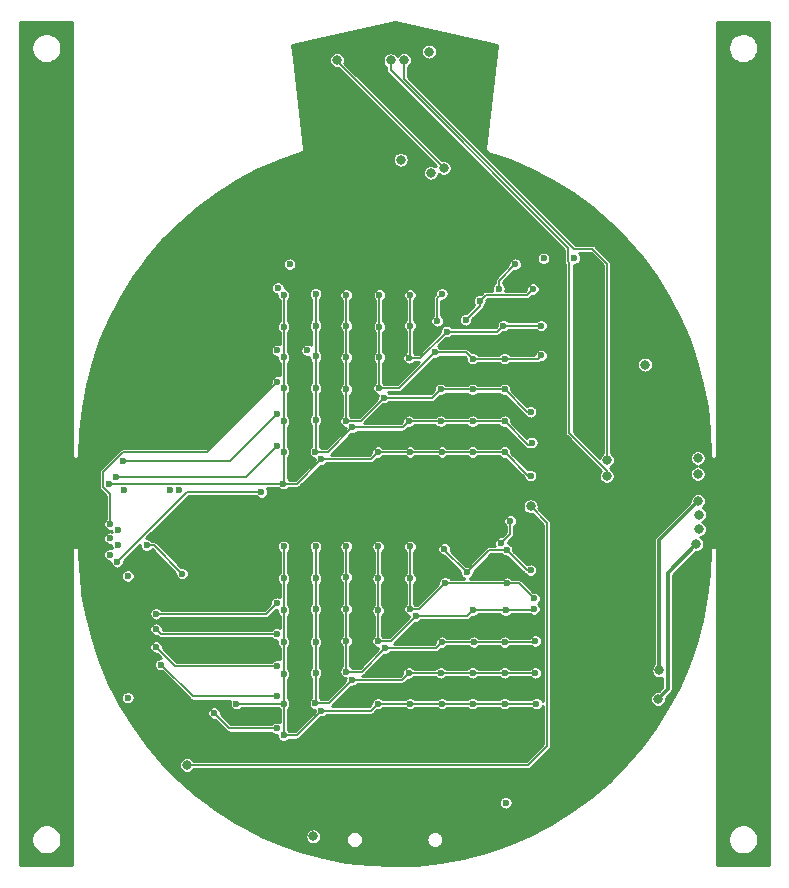
<source format=gbr>
%TF.GenerationSoftware,KiCad,Pcbnew,(5.1.12-1-10_14)*%
%TF.CreationDate,2021-12-01T14:47:09-05:00*%
%TF.ProjectId,blinky,626c696e-6b79-42e6-9b69-6361645f7063,rev?*%
%TF.SameCoordinates,Original*%
%TF.FileFunction,Copper,L2,Inr*%
%TF.FilePolarity,Positive*%
%FSLAX46Y46*%
G04 Gerber Fmt 4.6, Leading zero omitted, Abs format (unit mm)*
G04 Created by KiCad (PCBNEW (5.1.12-1-10_14)) date 2021-12-01 14:47:09*
%MOMM*%
%LPD*%
G01*
G04 APERTURE LIST*
%TA.AperFunction,ViaPad*%
%ADD10C,0.600000*%
%TD*%
%TA.AperFunction,ViaPad*%
%ADD11C,0.800000*%
%TD*%
%TA.AperFunction,Conductor*%
%ADD12C,0.150000*%
%TD*%
%TA.AperFunction,Conductor*%
%ADD13C,0.300000*%
%TD*%
%TA.AperFunction,Conductor*%
%ADD14C,0.254000*%
%TD*%
%TA.AperFunction,Conductor*%
%ADD15C,0.100000*%
%TD*%
G04 APERTURE END LIST*
D10*
%TO.N,Net-(BT1-Pad1)*%
X199400000Y-107400000D03*
%TO.N,GND*%
X165100000Y-93000000D03*
D11*
X211000000Y-75250000D03*
D10*
X207300000Y-64400000D03*
X189500000Y-106500000D03*
X196700000Y-53500000D03*
X182300000Y-54500000D03*
X181400000Y-106100000D03*
X168900000Y-87000000D03*
X170100000Y-97800000D03*
D11*
%TO.N,+3V3*%
X192900000Y-43800000D03*
%TO.N,/SWCLK*%
X208000000Y-78400000D03*
X190800000Y-44500000D03*
%TO.N,/D-*%
X215650000Y-79550000D03*
X190504803Y-52945197D03*
%TO.N,/SWDIO*%
X207950000Y-79750000D03*
X189650000Y-44550000D03*
%TO.N,/D+*%
X215650000Y-78200000D03*
X193050000Y-54050000D03*
%TO.N,/USB5V*%
X183100000Y-110250000D03*
%TO.N,/~RESET*%
X211200000Y-70300000D03*
X194142582Y-53657418D03*
X185100000Y-44500000D03*
D10*
%TO.N,Net-(R6-Pad2)*%
X167400000Y-88200000D03*
X167400000Y-98500000D03*
D11*
%TO.N,/A6*%
X201500000Y-82300000D03*
X172400000Y-104200000D03*
%TO.N,/SCL*%
X215750000Y-83000000D03*
D10*
X171000000Y-80908331D03*
D11*
%TO.N,/SDA*%
X215750000Y-84250000D03*
D10*
X171750000Y-80908331D03*
%TO.N,/A0*%
X205200000Y-61300000D03*
X202600000Y-61300000D03*
%TO.N,/CA8*%
X180600000Y-64400000D03*
X180600000Y-67100000D03*
X180600000Y-69700000D03*
X180600000Y-72300000D03*
X180600000Y-75100000D03*
X180600000Y-77700000D03*
X180583331Y-80383331D03*
X183800000Y-78300000D03*
X188600000Y-77700000D03*
X191300000Y-77700000D03*
X194000000Y-77700000D03*
X196600000Y-77700000D03*
X199300000Y-77700000D03*
X201500000Y-79700000D03*
X165824990Y-80400000D03*
%TO.N,/CA7*%
X183300000Y-64300000D03*
X183300000Y-67000000D03*
X183300000Y-69600000D03*
X183300000Y-72300000D03*
X183300000Y-75000000D03*
X183284998Y-77684998D03*
X186416996Y-75616996D03*
X191200000Y-75100000D03*
X193900000Y-75100000D03*
X196600000Y-75100000D03*
X199300000Y-75100000D03*
X201600000Y-76900000D03*
X180069668Y-77169668D03*
X166400000Y-79800000D03*
%TO.N,/CA6*%
X185900000Y-64400000D03*
X185900000Y-67000000D03*
X185900000Y-69700000D03*
X185900000Y-72400000D03*
X185886665Y-75086665D03*
X189100000Y-73100000D03*
X193900000Y-72400000D03*
X196600000Y-72400000D03*
X199300000Y-72400000D03*
X201500000Y-74300000D03*
X180075000Y-74500000D03*
X167000000Y-78500000D03*
X167100000Y-80908331D03*
%TO.N,/CA5*%
X188700000Y-64400000D03*
X188700000Y-67100000D03*
X188700000Y-69700000D03*
X188683332Y-72283332D03*
X193371232Y-69271232D03*
X196600000Y-69800000D03*
X199300000Y-69800000D03*
X202400000Y-69529998D03*
X165900000Y-83800000D03*
X180069668Y-71769668D03*
%TO.N,/CA4*%
X191300000Y-64400000D03*
X191300000Y-67000000D03*
X194400000Y-67500000D03*
X191234999Y-69734999D03*
X166600000Y-84325000D03*
X180075000Y-69100000D03*
X199200000Y-67000000D03*
X202400000Y-67000000D03*
%TO.N,/CA3*%
X194000000Y-64300000D03*
X193600000Y-66600000D03*
X196000000Y-66500000D03*
X197200000Y-64900000D03*
X201700000Y-63900000D03*
X165900000Y-85000000D03*
X182600000Y-69100000D03*
%TO.N,/CA2*%
X200200000Y-61800000D03*
X198807577Y-63861668D03*
X166600000Y-85600000D03*
X180100000Y-63800000D03*
%TO.N,/CA1*%
X165900000Y-86400000D03*
X181100000Y-61800000D03*
%TO.N,/CB9*%
X172000000Y-88000000D03*
X169000000Y-85600000D03*
%TO.N,/CB8*%
X180600000Y-85700000D03*
X180600000Y-88400000D03*
X180600000Y-91100000D03*
X180600000Y-93800000D03*
X180600000Y-96500000D03*
X180600000Y-99000000D03*
X180600000Y-99000000D03*
X180599995Y-101699995D03*
X183800000Y-99600000D03*
X188600000Y-99000000D03*
X191300000Y-99000000D03*
X194000000Y-99000000D03*
X196600000Y-99000000D03*
X199300000Y-99000000D03*
X202000000Y-99000000D03*
X176600000Y-99000000D03*
%TO.N,/CB7*%
X183300000Y-85700000D03*
X183300000Y-88400000D03*
X183300000Y-91000000D03*
X183300000Y-93800000D03*
X183300000Y-96400000D03*
X183294350Y-98994350D03*
X186400000Y-97000000D03*
X191200000Y-96400000D03*
X193900000Y-96400000D03*
X196600000Y-96400000D03*
X199300000Y-96400000D03*
X201900000Y-96400000D03*
X174700000Y-99800000D03*
X180000000Y-101100000D03*
%TO.N,/CB6*%
X185900000Y-85700000D03*
X185900000Y-88300000D03*
X185900000Y-91000000D03*
X185900000Y-93700000D03*
X185900000Y-96300000D03*
X189200000Y-94300000D03*
X194000000Y-93800000D03*
X196700000Y-93800000D03*
X199300000Y-93800000D03*
X201900000Y-93700000D03*
X170200000Y-95700000D03*
X180000000Y-98400000D03*
%TO.N,/CB5*%
X188600000Y-85700000D03*
X188600000Y-88400000D03*
X188600000Y-91100000D03*
X188600000Y-93700000D03*
X191800000Y-91600000D03*
X196600000Y-91100000D03*
X199400000Y-91100000D03*
X201800000Y-91000000D03*
X169800000Y-94200000D03*
X180075000Y-95800000D03*
%TO.N,/CB4*%
X191300000Y-85700000D03*
X191300000Y-88400000D03*
X191300000Y-91000000D03*
X194274562Y-88774562D03*
X199520424Y-88800000D03*
X201800000Y-90100000D03*
X169800000Y-92700000D03*
X180000000Y-93100000D03*
%TO.N,/CB3*%
X199468522Y-85985653D03*
X201500000Y-87700000D03*
X196100000Y-87900000D03*
X194200000Y-85904994D03*
X169800000Y-91400000D03*
X180000000Y-90500000D03*
%TO.N,/CB2*%
X199000000Y-85400000D03*
X199789212Y-83533028D03*
%TO.N,/CA9*%
X166500000Y-87000000D03*
X178705424Y-81094576D03*
D11*
%TO.N,/NEOPWR*%
X215550000Y-85500000D03*
X212300000Y-98600000D03*
%TO.N,/NEOPIX*%
X215700000Y-81850000D03*
X212400000Y-96200000D03*
%TD*%
D12*
%TO.N,/SWCLK*%
X208000000Y-77834315D02*
X208000000Y-78400000D01*
X206736966Y-60500000D02*
X208000000Y-61763034D01*
X205177002Y-60500000D02*
X206736966Y-60500000D01*
X208000000Y-61763034D02*
X208000000Y-77834315D01*
X190800000Y-46122998D02*
X205177002Y-60500000D01*
X190800000Y-44500000D02*
X190800000Y-46122998D01*
%TO.N,/SWDIO*%
X207950000Y-79275002D02*
X204800000Y-76125002D01*
X207950000Y-79750000D02*
X207950000Y-79275002D01*
X189650000Y-45397276D02*
X189650000Y-44550000D01*
X204800000Y-61677002D02*
X204674999Y-61552001D01*
X204674999Y-60422275D02*
X189650000Y-45397276D01*
X204674999Y-61552001D02*
X204674999Y-60422275D01*
X204800000Y-76125002D02*
X204800000Y-61677002D01*
%TO.N,/~RESET*%
X185100000Y-44614836D02*
X185100000Y-44500000D01*
X194142582Y-53657418D02*
X185100000Y-44614836D01*
%TO.N,/A6*%
X201500000Y-82300000D02*
X202900000Y-83700000D01*
X202900000Y-83700000D02*
X202900000Y-102600000D01*
X201300000Y-104200000D02*
X172400000Y-104200000D01*
X202900000Y-102600000D02*
X201300000Y-104200000D01*
%TO.N,/CA8*%
X180600000Y-64400000D02*
X180600000Y-67100000D01*
X180600000Y-67100000D02*
X180600000Y-69700000D01*
X180600000Y-69700000D02*
X180600000Y-72300000D01*
X180600000Y-72300000D02*
X180600000Y-75100000D01*
X180600000Y-75100000D02*
X180600000Y-77700000D01*
X180600000Y-80366662D02*
X180583331Y-80383331D01*
X180600000Y-77700000D02*
X180600000Y-80366662D01*
X181716669Y-80383331D02*
X183800000Y-78300000D01*
X180583331Y-80383331D02*
X181716669Y-80383331D01*
X188000000Y-78300000D02*
X188600000Y-77700000D01*
X183800000Y-78300000D02*
X188000000Y-78300000D01*
X188600000Y-77700000D02*
X191300000Y-77700000D01*
X191300000Y-77700000D02*
X194000000Y-77700000D01*
X194000000Y-77700000D02*
X196600000Y-77700000D01*
X196600000Y-77700000D02*
X199300000Y-77700000D01*
X201300000Y-79700000D02*
X201500000Y-79700000D01*
X199300000Y-77700000D02*
X201300000Y-79700000D01*
X165841659Y-80383331D02*
X165824990Y-80400000D01*
X180583331Y-80383331D02*
X165841659Y-80383331D01*
%TO.N,/CA7*%
X183300000Y-64300000D02*
X183300000Y-67000000D01*
X183300000Y-67000000D02*
X183300000Y-69600000D01*
X183300000Y-69600000D02*
X183300000Y-72300000D01*
X183300000Y-72300000D02*
X183300000Y-75000000D01*
X183300000Y-77669996D02*
X183284998Y-77684998D01*
X183300000Y-75000000D02*
X183300000Y-77669996D01*
X184348994Y-77684998D02*
X186416996Y-75616996D01*
X183284998Y-77684998D02*
X184348994Y-77684998D01*
X190683004Y-75616996D02*
X191200000Y-75100000D01*
X186416996Y-75616996D02*
X190683004Y-75616996D01*
X191200000Y-75100000D02*
X193900000Y-75100000D01*
X193900000Y-75100000D02*
X196600000Y-75100000D01*
X196600000Y-75100000D02*
X199300000Y-75100000D01*
X201300000Y-77100000D02*
X201700000Y-77100000D01*
X199300000Y-75100000D02*
X201300000Y-77100000D01*
X177439336Y-79800000D02*
X166400000Y-79800000D01*
X180069668Y-77169668D02*
X177439336Y-79800000D01*
%TO.N,/CA6*%
X185900000Y-64400000D02*
X185900000Y-67000000D01*
X185900000Y-67000000D02*
X185900000Y-69700000D01*
X185900000Y-69700000D02*
X185900000Y-72400000D01*
X185900000Y-75073330D02*
X185886665Y-75086665D01*
X185900000Y-72400000D02*
X185900000Y-75073330D01*
X187113335Y-75086665D02*
X189100000Y-73100000D01*
X185886665Y-75086665D02*
X187113335Y-75086665D01*
X193200000Y-73100000D02*
X193900000Y-72400000D01*
X189100000Y-73100000D02*
X193200000Y-73100000D01*
X193900000Y-72400000D02*
X196600000Y-72400000D01*
X196600000Y-72400000D02*
X199300000Y-72400000D01*
X201200000Y-74300000D02*
X201500000Y-74300000D01*
X199300000Y-72400000D02*
X201200000Y-74300000D01*
X176075000Y-78500000D02*
X167000000Y-78500000D01*
X180075000Y-74500000D02*
X176075000Y-78500000D01*
%TO.N,/CA5*%
X188700000Y-64400000D02*
X188700000Y-67100000D01*
X188700000Y-67100000D02*
X188700000Y-69700000D01*
X188700000Y-72266664D02*
X188683332Y-72283332D01*
X188700000Y-69700000D02*
X188700000Y-72266664D01*
X190359132Y-72283332D02*
X193371232Y-69271232D01*
X188683332Y-72283332D02*
X190359132Y-72283332D01*
X196071232Y-69271232D02*
X196600000Y-69800000D01*
X193371232Y-69271232D02*
X196071232Y-69271232D01*
X196600000Y-69800000D02*
X199300000Y-69800000D01*
X202129998Y-69800000D02*
X202400000Y-69529998D01*
X199300000Y-69800000D02*
X202129998Y-69800000D01*
X165900000Y-81252012D02*
X165300000Y-80652012D01*
X165900000Y-83800000D02*
X165900000Y-81252012D01*
X165299989Y-79423009D02*
X167022998Y-77700000D01*
X165299989Y-80652001D02*
X165299989Y-79423009D01*
X165300000Y-80652012D02*
X165299989Y-80652001D01*
X174139336Y-77700000D02*
X180069668Y-71769668D01*
X167022998Y-77700000D02*
X174139336Y-77700000D01*
%TO.N,/CA4*%
X191300000Y-64400000D02*
X191300000Y-67000000D01*
X191300000Y-67000000D02*
X191300000Y-69669998D01*
X192165001Y-69734999D02*
X194400000Y-67500000D01*
X191234999Y-69734999D02*
X192165001Y-69734999D01*
X198700000Y-67500000D02*
X199200000Y-67000000D01*
X194400000Y-67500000D02*
X198700000Y-67500000D01*
X199200000Y-67000000D02*
X202400000Y-67000000D01*
%TO.N,/CA3*%
X193600000Y-64700000D02*
X193600000Y-66600000D01*
X194000000Y-64300000D02*
X193600000Y-64700000D01*
X197200000Y-65300000D02*
X197200000Y-64900000D01*
X196000000Y-66500000D02*
X197200000Y-65300000D01*
X201213331Y-64386669D02*
X197713331Y-64386669D01*
X197713331Y-64386669D02*
X197200000Y-64900000D01*
X201700000Y-63900000D02*
X201213331Y-64386669D01*
%TO.N,/CA2*%
X198807577Y-63192423D02*
X200200000Y-61800000D01*
X198807577Y-63861668D02*
X198807577Y-63192423D01*
%TO.N,/CB9*%
X169600000Y-85600000D02*
X169000000Y-85600000D01*
X172000000Y-88000000D02*
X169600000Y-85600000D01*
%TO.N,/CB8*%
X180600000Y-85700000D02*
X180600000Y-88400000D01*
X180600000Y-88400000D02*
X180600000Y-91100000D01*
X180600000Y-91100000D02*
X180600000Y-93800000D01*
X180600000Y-93800000D02*
X180600000Y-96500000D01*
X180600000Y-96500000D02*
X180600000Y-99000000D01*
X180600000Y-99000000D02*
X180600000Y-99000000D01*
X180600000Y-99000000D02*
X180600000Y-99000000D01*
X180600000Y-101699990D02*
X180599995Y-101699995D01*
X180600000Y-99000000D02*
X180600000Y-101699990D01*
X181700005Y-101699995D02*
X183800000Y-99600000D01*
X180599995Y-101699995D02*
X181700005Y-101699995D01*
X188000000Y-99600000D02*
X188600000Y-99000000D01*
X183800000Y-99600000D02*
X188000000Y-99600000D01*
X188600000Y-99000000D02*
X191300000Y-99000000D01*
X191300000Y-99000000D02*
X194000000Y-99000000D01*
X194000000Y-99000000D02*
X196600000Y-99000000D01*
X196600000Y-99000000D02*
X196600000Y-99000000D01*
X196600000Y-99000000D02*
X199300000Y-99000000D01*
X199300000Y-99000000D02*
X202000000Y-99000000D01*
X176600000Y-99000000D02*
X180600000Y-99000000D01*
%TO.N,/CB7*%
X183300000Y-85700000D02*
X183300000Y-88400000D01*
X183300000Y-88400000D02*
X183300000Y-91000000D01*
X183300000Y-91000000D02*
X183300000Y-93800000D01*
X183300000Y-93800000D02*
X183300000Y-96400000D01*
X183300000Y-96400000D02*
X183300000Y-98988700D01*
X183300000Y-98988700D02*
X183294350Y-98994350D01*
X184405650Y-98994350D02*
X186400000Y-97000000D01*
X183294350Y-98994350D02*
X184405650Y-98994350D01*
X190600000Y-97000000D02*
X191200000Y-96400000D01*
X186400000Y-97000000D02*
X190600000Y-97000000D01*
X191200000Y-96400000D02*
X193900000Y-96400000D01*
X193900000Y-96400000D02*
X196600000Y-96400000D01*
X196600000Y-96400000D02*
X199300000Y-96400000D01*
X199300000Y-96400000D02*
X201900000Y-96400000D01*
X174700000Y-99800000D02*
X176000000Y-101100000D01*
X176000000Y-101100000D02*
X180000000Y-101100000D01*
%TO.N,/CB6*%
X185900000Y-85700000D02*
X185900000Y-88300000D01*
X185900000Y-88300000D02*
X185900000Y-91000000D01*
X185900000Y-91000000D02*
X185900000Y-93700000D01*
X185900000Y-93700000D02*
X185900000Y-96300000D01*
X187200000Y-96300000D02*
X189200000Y-94300000D01*
X185900000Y-96300000D02*
X187200000Y-96300000D01*
X193500000Y-94300000D02*
X194000000Y-93800000D01*
X189200000Y-94300000D02*
X193500000Y-94300000D01*
X194000000Y-93800000D02*
X196700000Y-93800000D01*
X196700000Y-93800000D02*
X199300000Y-93800000D01*
X201800000Y-93800000D02*
X201900000Y-93700000D01*
X199300000Y-93800000D02*
X201800000Y-93800000D01*
X172900000Y-98400000D02*
X180000000Y-98400000D01*
X170200000Y-95700000D02*
X172900000Y-98400000D01*
%TO.N,/CB5*%
X188600000Y-85700000D02*
X188600000Y-88400000D01*
X188600000Y-88400000D02*
X188600000Y-91100000D01*
X188600000Y-91100000D02*
X188600000Y-93700000D01*
X189700000Y-93700000D02*
X191800000Y-91600000D01*
X188600000Y-93700000D02*
X189700000Y-93700000D01*
X196100000Y-91600000D02*
X196600000Y-91100000D01*
X191800000Y-91600000D02*
X196100000Y-91600000D01*
X196600000Y-91100000D02*
X199400000Y-91100000D01*
X201700000Y-91100000D02*
X201800000Y-91000000D01*
X199400000Y-91100000D02*
X201700000Y-91100000D01*
X171400000Y-95800000D02*
X180075000Y-95800000D01*
X169800000Y-94200000D02*
X171400000Y-95800000D01*
%TO.N,/CB4*%
X191300000Y-85700000D02*
X191300000Y-88400000D01*
X191300000Y-88400000D02*
X191300000Y-91000000D01*
X192049124Y-91000000D02*
X194274562Y-88774562D01*
X191300000Y-91000000D02*
X192049124Y-91000000D01*
X199494986Y-88774562D02*
X199520424Y-88800000D01*
X194274562Y-88774562D02*
X199494986Y-88774562D01*
X200500000Y-88800000D02*
X201800000Y-90100000D01*
X199520424Y-88800000D02*
X200500000Y-88800000D01*
X170200000Y-93100000D02*
X180000000Y-93100000D01*
X169800000Y-92700000D02*
X170200000Y-93100000D01*
%TO.N,/CB3*%
X201182869Y-87700000D02*
X201500000Y-87700000D01*
X199468522Y-85985653D02*
X201182869Y-87700000D01*
X198014347Y-85985653D02*
X196100000Y-87900000D01*
X199468522Y-85985653D02*
X198014347Y-85985653D01*
X194200000Y-86000000D02*
X194200000Y-85904994D01*
X196100000Y-87900000D02*
X194200000Y-86000000D01*
X179100000Y-91400000D02*
X180000000Y-90500000D01*
X169800000Y-91400000D02*
X179100000Y-91400000D01*
%TO.N,/CB2*%
X199789212Y-84610788D02*
X199789212Y-83533028D01*
X199000000Y-85400000D02*
X199789212Y-84610788D01*
%TO.N,/CA9*%
X172405424Y-81094576D02*
X178705424Y-81094576D01*
X166500000Y-87000000D02*
X172405424Y-81094576D01*
D13*
%TO.N,/NEOPWR*%
X213100001Y-87949999D02*
X215550000Y-85500000D01*
X213100001Y-97799999D02*
X213100001Y-87949999D01*
X212300000Y-98600000D02*
X213100001Y-97799999D01*
%TO.N,/NEOPIX*%
X212400000Y-85150000D02*
X215700000Y-81850000D01*
X212400000Y-96200000D02*
X212400000Y-85150000D01*
%TD*%
D14*
%TO.N,GND*%
X162698001Y-78014833D02*
X162702371Y-78059202D01*
X162719640Y-78116129D01*
X162747682Y-78168594D01*
X162785422Y-78214579D01*
X162831407Y-78252319D01*
X162883872Y-78280361D01*
X162940799Y-78297630D01*
X163000000Y-78303461D01*
X163059202Y-78297630D01*
X163116129Y-78280361D01*
X163168594Y-78252319D01*
X163214579Y-78214579D01*
X163252319Y-78168594D01*
X163280361Y-78116129D01*
X163297630Y-78059202D01*
X163302000Y-78014833D01*
X163302000Y-78004575D01*
X163362807Y-75999995D01*
X163573034Y-74012329D01*
X163931703Y-72046015D01*
X164436789Y-70112151D01*
X165085460Y-68221575D01*
X165874052Y-66384969D01*
X166798131Y-64612662D01*
X167852497Y-62914625D01*
X168707911Y-61743170D01*
X180523000Y-61743170D01*
X180523000Y-61856830D01*
X180545174Y-61968305D01*
X180588669Y-62073312D01*
X180651815Y-62167816D01*
X180732184Y-62248185D01*
X180826688Y-62311331D01*
X180931695Y-62354826D01*
X181043170Y-62377000D01*
X181156830Y-62377000D01*
X181268305Y-62354826D01*
X181373312Y-62311331D01*
X181467816Y-62248185D01*
X181548185Y-62167816D01*
X181611331Y-62073312D01*
X181654826Y-61968305D01*
X181677000Y-61856830D01*
X181677000Y-61743170D01*
X181654826Y-61631695D01*
X181611331Y-61526688D01*
X181548185Y-61432184D01*
X181467816Y-61351815D01*
X181373312Y-61288669D01*
X181268305Y-61245174D01*
X181156830Y-61223000D01*
X181043170Y-61223000D01*
X180931695Y-61245174D01*
X180826688Y-61288669D01*
X180732184Y-61351815D01*
X180651815Y-61432184D01*
X180588669Y-61526688D01*
X180545174Y-61631695D01*
X180523000Y-61743170D01*
X168707911Y-61743170D01*
X169031213Y-61300422D01*
X170327635Y-59779151D01*
X171734471Y-58359363D01*
X173243809Y-57049048D01*
X174847138Y-55855595D01*
X176535447Y-54785709D01*
X178299195Y-53845437D01*
X180128510Y-53040044D01*
X180585594Y-52878518D01*
X189827803Y-52878518D01*
X189827803Y-53011876D01*
X189853819Y-53142671D01*
X189904853Y-53265877D01*
X189978943Y-53376760D01*
X190073240Y-53471057D01*
X190184123Y-53545147D01*
X190307329Y-53596181D01*
X190438124Y-53622197D01*
X190571482Y-53622197D01*
X190702277Y-53596181D01*
X190825483Y-53545147D01*
X190936366Y-53471057D01*
X191030663Y-53376760D01*
X191104753Y-53265877D01*
X191155787Y-53142671D01*
X191181803Y-53011876D01*
X191181803Y-52878518D01*
X191155787Y-52747723D01*
X191104753Y-52624517D01*
X191030663Y-52513634D01*
X190936366Y-52419337D01*
X190825483Y-52345247D01*
X190702277Y-52294213D01*
X190571482Y-52268197D01*
X190438124Y-52268197D01*
X190307329Y-52294213D01*
X190184123Y-52345247D01*
X190073240Y-52419337D01*
X189978943Y-52513634D01*
X189904853Y-52624517D01*
X189853819Y-52747723D01*
X189827803Y-52878518D01*
X180585594Y-52878518D01*
X182018149Y-52372277D01*
X182093653Y-52348893D01*
X182109403Y-52345536D01*
X182164046Y-52322020D01*
X182213053Y-52288296D01*
X182254537Y-52245659D01*
X182286908Y-52195748D01*
X182308918Y-52140481D01*
X182319724Y-52081982D01*
X182319114Y-52037402D01*
X181464912Y-44433321D01*
X184423000Y-44433321D01*
X184423000Y-44566679D01*
X184449016Y-44697474D01*
X184500050Y-44820680D01*
X184574140Y-44931563D01*
X184668437Y-45025860D01*
X184779320Y-45099950D01*
X184902526Y-45150984D01*
X185033321Y-45177000D01*
X185164362Y-45177000D01*
X193484250Y-53496888D01*
X193479150Y-53522527D01*
X193370680Y-53450050D01*
X193247474Y-53399016D01*
X193116679Y-53373000D01*
X192983321Y-53373000D01*
X192852526Y-53399016D01*
X192729320Y-53450050D01*
X192618437Y-53524140D01*
X192524140Y-53618437D01*
X192450050Y-53729320D01*
X192399016Y-53852526D01*
X192373000Y-53983321D01*
X192373000Y-54116679D01*
X192399016Y-54247474D01*
X192450050Y-54370680D01*
X192524140Y-54481563D01*
X192618437Y-54575860D01*
X192729320Y-54649950D01*
X192852526Y-54700984D01*
X192983321Y-54727000D01*
X193116679Y-54727000D01*
X193247474Y-54700984D01*
X193370680Y-54649950D01*
X193481563Y-54575860D01*
X193575860Y-54481563D01*
X193649950Y-54370680D01*
X193700984Y-54247474D01*
X193713432Y-54184891D01*
X193821902Y-54257368D01*
X193945108Y-54308402D01*
X194075903Y-54334418D01*
X194209261Y-54334418D01*
X194340056Y-54308402D01*
X194463262Y-54257368D01*
X194574145Y-54183278D01*
X194668442Y-54088981D01*
X194742532Y-53978098D01*
X194793566Y-53854892D01*
X194819582Y-53724097D01*
X194819582Y-53590739D01*
X194793566Y-53459944D01*
X194742532Y-53336738D01*
X194668442Y-53225855D01*
X194574145Y-53131558D01*
X194463262Y-53057468D01*
X194340056Y-53006434D01*
X194209261Y-52980418D01*
X194075903Y-52980418D01*
X193982052Y-52999086D01*
X185730322Y-44747356D01*
X185750984Y-44697474D01*
X185777000Y-44566679D01*
X185777000Y-44483321D01*
X188973000Y-44483321D01*
X188973000Y-44616679D01*
X188999016Y-44747474D01*
X189050050Y-44870680D01*
X189124140Y-44981563D01*
X189218437Y-45075860D01*
X189298000Y-45129023D01*
X189298000Y-45379987D01*
X189296297Y-45397276D01*
X189298000Y-45414565D01*
X189298000Y-45414567D01*
X189303093Y-45466279D01*
X189323221Y-45532631D01*
X189323222Y-45532632D01*
X189355907Y-45593783D01*
X189378145Y-45620879D01*
X189399894Y-45647381D01*
X189413329Y-45658407D01*
X204323000Y-60568079D01*
X204322999Y-61534712D01*
X204321296Y-61552001D01*
X204322999Y-61569290D01*
X204322999Y-61569292D01*
X204328092Y-61621004D01*
X204348220Y-61687356D01*
X204351788Y-61694031D01*
X204380906Y-61748508D01*
X204403144Y-61775604D01*
X204424893Y-61802106D01*
X204438328Y-61813132D01*
X204448001Y-61822805D01*
X204448000Y-76107713D01*
X204446297Y-76125002D01*
X204448000Y-76142291D01*
X204448000Y-76142293D01*
X204453093Y-76194005D01*
X204473221Y-76260357D01*
X204483715Y-76279990D01*
X204505907Y-76321509D01*
X204507131Y-76323000D01*
X204549894Y-76375107D01*
X204563329Y-76386133D01*
X207459886Y-79282691D01*
X207424140Y-79318437D01*
X207350050Y-79429320D01*
X207299016Y-79552526D01*
X207273000Y-79683321D01*
X207273000Y-79816679D01*
X207299016Y-79947474D01*
X207350050Y-80070680D01*
X207424140Y-80181563D01*
X207518437Y-80275860D01*
X207629320Y-80349950D01*
X207752526Y-80400984D01*
X207883321Y-80427000D01*
X208016679Y-80427000D01*
X208147474Y-80400984D01*
X208270680Y-80349950D01*
X208381563Y-80275860D01*
X208475860Y-80181563D01*
X208549950Y-80070680D01*
X208600984Y-79947474D01*
X208627000Y-79816679D01*
X208627000Y-79683321D01*
X208600984Y-79552526D01*
X208549950Y-79429320D01*
X208475860Y-79318437D01*
X208381563Y-79224140D01*
X208282288Y-79157806D01*
X208276779Y-79139646D01*
X208244093Y-79078495D01*
X208242129Y-79076102D01*
X208215417Y-79043552D01*
X208320680Y-78999950D01*
X208431563Y-78925860D01*
X208525860Y-78831563D01*
X208599950Y-78720680D01*
X208650984Y-78597474D01*
X208677000Y-78466679D01*
X208677000Y-78333321D01*
X208650984Y-78202526D01*
X208622319Y-78133321D01*
X214973000Y-78133321D01*
X214973000Y-78266679D01*
X214999016Y-78397474D01*
X215050050Y-78520680D01*
X215124140Y-78631563D01*
X215218437Y-78725860D01*
X215329320Y-78799950D01*
X215452526Y-78850984D01*
X215573266Y-78875000D01*
X215452526Y-78899016D01*
X215329320Y-78950050D01*
X215218437Y-79024140D01*
X215124140Y-79118437D01*
X215050050Y-79229320D01*
X214999016Y-79352526D01*
X214973000Y-79483321D01*
X214973000Y-79616679D01*
X214999016Y-79747474D01*
X215050050Y-79870680D01*
X215124140Y-79981563D01*
X215218437Y-80075860D01*
X215329320Y-80149950D01*
X215452526Y-80200984D01*
X215583321Y-80227000D01*
X215716679Y-80227000D01*
X215847474Y-80200984D01*
X215970680Y-80149950D01*
X216081563Y-80075860D01*
X216175860Y-79981563D01*
X216249950Y-79870680D01*
X216300984Y-79747474D01*
X216327000Y-79616679D01*
X216327000Y-79483321D01*
X216300984Y-79352526D01*
X216249950Y-79229320D01*
X216175860Y-79118437D01*
X216081563Y-79024140D01*
X215970680Y-78950050D01*
X215847474Y-78899016D01*
X215726734Y-78875000D01*
X215847474Y-78850984D01*
X215970680Y-78799950D01*
X216081563Y-78725860D01*
X216175860Y-78631563D01*
X216249950Y-78520680D01*
X216300984Y-78397474D01*
X216327000Y-78266679D01*
X216327000Y-78133321D01*
X216300984Y-78002526D01*
X216249950Y-77879320D01*
X216175860Y-77768437D01*
X216081563Y-77674140D01*
X215970680Y-77600050D01*
X215847474Y-77549016D01*
X215716679Y-77523000D01*
X215583321Y-77523000D01*
X215452526Y-77549016D01*
X215329320Y-77600050D01*
X215218437Y-77674140D01*
X215124140Y-77768437D01*
X215050050Y-77879320D01*
X214999016Y-78002526D01*
X214973000Y-78133321D01*
X208622319Y-78133321D01*
X208599950Y-78079320D01*
X208525860Y-77968437D01*
X208431563Y-77874140D01*
X208352000Y-77820977D01*
X208352000Y-70233321D01*
X210523000Y-70233321D01*
X210523000Y-70366679D01*
X210549016Y-70497474D01*
X210600050Y-70620680D01*
X210674140Y-70731563D01*
X210768437Y-70825860D01*
X210879320Y-70899950D01*
X211002526Y-70950984D01*
X211133321Y-70977000D01*
X211266679Y-70977000D01*
X211397474Y-70950984D01*
X211520680Y-70899950D01*
X211631563Y-70825860D01*
X211725860Y-70731563D01*
X211799950Y-70620680D01*
X211850984Y-70497474D01*
X211877000Y-70366679D01*
X211877000Y-70233321D01*
X211850984Y-70102526D01*
X211799950Y-69979320D01*
X211725860Y-69868437D01*
X211631563Y-69774140D01*
X211520680Y-69700050D01*
X211397474Y-69649016D01*
X211266679Y-69623000D01*
X211133321Y-69623000D01*
X211002526Y-69649016D01*
X210879320Y-69700050D01*
X210768437Y-69774140D01*
X210674140Y-69868437D01*
X210600050Y-69979320D01*
X210549016Y-70102526D01*
X210523000Y-70233321D01*
X208352000Y-70233321D01*
X208352000Y-61780323D01*
X208353703Y-61763034D01*
X208352000Y-61745742D01*
X208346907Y-61694030D01*
X208326779Y-61627678D01*
X208294093Y-61566527D01*
X208282172Y-61552001D01*
X208261129Y-61526359D01*
X208261121Y-61526351D01*
X208250105Y-61512928D01*
X208236683Y-61501913D01*
X206998101Y-60263333D01*
X206987072Y-60249894D01*
X206933473Y-60205907D01*
X206872322Y-60173221D01*
X206805970Y-60153093D01*
X206754258Y-60148000D01*
X206754255Y-60148000D01*
X206736966Y-60146297D01*
X206719677Y-60148000D01*
X205322805Y-60148000D01*
X191152000Y-45977196D01*
X191152000Y-45079023D01*
X191231563Y-45025860D01*
X191325860Y-44931563D01*
X191399950Y-44820680D01*
X191450984Y-44697474D01*
X191477000Y-44566679D01*
X191477000Y-44433321D01*
X191450984Y-44302526D01*
X191399950Y-44179320D01*
X191325860Y-44068437D01*
X191231563Y-43974140D01*
X191120680Y-43900050D01*
X190997474Y-43849016D01*
X190866679Y-43823000D01*
X190733321Y-43823000D01*
X190602526Y-43849016D01*
X190479320Y-43900050D01*
X190368437Y-43974140D01*
X190274140Y-44068437D01*
X190208295Y-44166980D01*
X190175860Y-44118437D01*
X190081563Y-44024140D01*
X189970680Y-43950050D01*
X189847474Y-43899016D01*
X189716679Y-43873000D01*
X189583321Y-43873000D01*
X189452526Y-43899016D01*
X189329320Y-43950050D01*
X189218437Y-44024140D01*
X189124140Y-44118437D01*
X189050050Y-44229320D01*
X188999016Y-44352526D01*
X188973000Y-44483321D01*
X185777000Y-44483321D01*
X185777000Y-44433321D01*
X185750984Y-44302526D01*
X185699950Y-44179320D01*
X185625860Y-44068437D01*
X185531563Y-43974140D01*
X185420680Y-43900050D01*
X185297474Y-43849016D01*
X185166679Y-43823000D01*
X185033321Y-43823000D01*
X184902526Y-43849016D01*
X184779320Y-43900050D01*
X184668437Y-43974140D01*
X184574140Y-44068437D01*
X184500050Y-44179320D01*
X184449016Y-44302526D01*
X184423000Y-44433321D01*
X181464912Y-44433321D01*
X181386278Y-43733321D01*
X192223000Y-43733321D01*
X192223000Y-43866679D01*
X192249016Y-43997474D01*
X192300050Y-44120680D01*
X192374140Y-44231563D01*
X192468437Y-44325860D01*
X192579320Y-44399950D01*
X192702526Y-44450984D01*
X192833321Y-44477000D01*
X192966679Y-44477000D01*
X193097474Y-44450984D01*
X193220680Y-44399950D01*
X193331563Y-44325860D01*
X193425860Y-44231563D01*
X193499950Y-44120680D01*
X193550984Y-43997474D01*
X193577000Y-43866679D01*
X193577000Y-43733321D01*
X193550984Y-43602526D01*
X193499950Y-43479320D01*
X193425860Y-43368437D01*
X193331563Y-43274140D01*
X193220680Y-43200050D01*
X193097474Y-43149016D01*
X192966679Y-43123000D01*
X192833321Y-43123000D01*
X192702526Y-43149016D01*
X192579320Y-43200050D01*
X192468437Y-43274140D01*
X192374140Y-43368437D01*
X192300050Y-43479320D01*
X192249016Y-43602526D01*
X192223000Y-43733321D01*
X181386278Y-43733321D01*
X181330404Y-43235944D01*
X190000002Y-41309367D01*
X198669595Y-43235944D01*
X197680886Y-52037403D01*
X197680276Y-52081981D01*
X197691082Y-52140480D01*
X197713092Y-52195748D01*
X197745463Y-52245658D01*
X197786947Y-52288296D01*
X197835954Y-52322019D01*
X197890597Y-52345535D01*
X197901051Y-52347764D01*
X199780744Y-53004283D01*
X201612982Y-53802969D01*
X203380187Y-54736789D01*
X205072392Y-55800478D01*
X206680085Y-56988058D01*
X208194192Y-58292822D01*
X209606231Y-59707463D01*
X210908216Y-61223980D01*
X212092837Y-62833861D01*
X213153404Y-64528012D01*
X214083971Y-66296931D01*
X214879283Y-68130637D01*
X215534867Y-70018814D01*
X216047036Y-71950840D01*
X216412898Y-73915802D01*
X216630401Y-75902692D01*
X216698001Y-77890943D01*
X216698001Y-78014833D01*
X216702371Y-78059202D01*
X216711017Y-78087702D01*
X216711030Y-78087753D01*
X216711047Y-78087802D01*
X216719640Y-78116129D01*
X216747682Y-78168594D01*
X216785422Y-78214579D01*
X216831407Y-78252319D01*
X216883872Y-78280361D01*
X216940799Y-78297630D01*
X217000000Y-78303461D01*
X217059202Y-78297630D01*
X217116129Y-78280361D01*
X217168594Y-78252319D01*
X217214579Y-78214579D01*
X217252319Y-78168594D01*
X217280361Y-78116129D01*
X217297630Y-78059202D01*
X217302000Y-78014833D01*
X217302000Y-78000879D01*
X217302526Y-77902981D01*
X217302368Y-77898066D01*
X217302356Y-77891096D01*
X217302000Y-77880625D01*
X217302000Y-43374226D01*
X218223000Y-43374226D01*
X218223000Y-43625774D01*
X218272074Y-43872487D01*
X218368337Y-44104886D01*
X218508089Y-44314040D01*
X218685960Y-44491911D01*
X218895114Y-44631663D01*
X219127513Y-44727926D01*
X219374226Y-44777000D01*
X219625774Y-44777000D01*
X219872487Y-44727926D01*
X220104886Y-44631663D01*
X220314040Y-44491911D01*
X220491911Y-44314040D01*
X220631663Y-44104886D01*
X220727926Y-43872487D01*
X220777000Y-43625774D01*
X220777000Y-43374226D01*
X220727926Y-43127513D01*
X220631663Y-42895114D01*
X220491911Y-42685960D01*
X220314040Y-42508089D01*
X220104886Y-42368337D01*
X219872487Y-42272074D01*
X219625774Y-42223000D01*
X219374226Y-42223000D01*
X219127513Y-42272074D01*
X218895114Y-42368337D01*
X218685960Y-42508089D01*
X218508089Y-42685960D01*
X218368337Y-42895114D01*
X218272074Y-43127513D01*
X218223000Y-43374226D01*
X217302000Y-43374226D01*
X217302000Y-41302000D01*
X221698001Y-41302000D01*
X221698000Y-112698000D01*
X217302000Y-112698000D01*
X217302000Y-110374226D01*
X218223000Y-110374226D01*
X218223000Y-110625774D01*
X218272074Y-110872487D01*
X218368337Y-111104886D01*
X218508089Y-111314040D01*
X218685960Y-111491911D01*
X218895114Y-111631663D01*
X219127513Y-111727926D01*
X219374226Y-111777000D01*
X219625774Y-111777000D01*
X219872487Y-111727926D01*
X220104886Y-111631663D01*
X220314040Y-111491911D01*
X220491911Y-111314040D01*
X220631663Y-111104886D01*
X220727926Y-110872487D01*
X220777000Y-110625774D01*
X220777000Y-110374226D01*
X220727926Y-110127513D01*
X220631663Y-109895114D01*
X220491911Y-109685960D01*
X220314040Y-109508089D01*
X220104886Y-109368337D01*
X219872487Y-109272074D01*
X219625774Y-109223000D01*
X219374226Y-109223000D01*
X219127513Y-109272074D01*
X218895114Y-109368337D01*
X218685960Y-109508089D01*
X218508089Y-109685960D01*
X218368337Y-109895114D01*
X218272074Y-110127513D01*
X218223000Y-110374226D01*
X217302000Y-110374226D01*
X217302000Y-85985167D01*
X217297630Y-85940798D01*
X217280361Y-85883871D01*
X217252319Y-85831406D01*
X217214579Y-85785421D01*
X217168593Y-85747681D01*
X217116128Y-85719639D01*
X217059201Y-85702370D01*
X217000000Y-85696539D01*
X216940798Y-85702370D01*
X216883871Y-85719639D01*
X216831406Y-85747681D01*
X216785421Y-85785421D01*
X216747681Y-85831407D01*
X216719639Y-85883872D01*
X216702370Y-85940799D01*
X216698000Y-85985168D01*
X216698000Y-85994344D01*
X216622637Y-88001768D01*
X216397608Y-89992259D01*
X216023966Y-91960290D01*
X215503821Y-93894743D01*
X214840089Y-95784774D01*
X214036520Y-97619705D01*
X213097628Y-99389226D01*
X212028700Y-101083374D01*
X210835767Y-102692593D01*
X209525530Y-104207843D01*
X208105363Y-105620593D01*
X206583266Y-106922885D01*
X204967819Y-108107380D01*
X203268104Y-109167418D01*
X201493693Y-110097031D01*
X199654580Y-110890981D01*
X197761103Y-111544806D01*
X195823939Y-112054819D01*
X193853990Y-112418149D01*
X191862348Y-112632752D01*
X189860207Y-112697421D01*
X187858869Y-112611791D01*
X185869572Y-112376341D01*
X183903539Y-111992402D01*
X181971819Y-111462132D01*
X180085295Y-110788515D01*
X178722809Y-110183321D01*
X182423000Y-110183321D01*
X182423000Y-110316679D01*
X182449016Y-110447474D01*
X182500050Y-110570680D01*
X182574140Y-110681563D01*
X182668437Y-110775860D01*
X182779320Y-110849950D01*
X182902526Y-110900984D01*
X183033321Y-110927000D01*
X183166679Y-110927000D01*
X183297474Y-110900984D01*
X183420680Y-110849950D01*
X183531563Y-110775860D01*
X183625860Y-110681563D01*
X183699950Y-110570680D01*
X183750984Y-110447474D01*
X183754778Y-110428397D01*
X185873000Y-110428397D01*
X185873000Y-110571603D01*
X185900938Y-110712058D01*
X185955741Y-110844364D01*
X186035302Y-110963436D01*
X186136564Y-111064698D01*
X186255636Y-111144259D01*
X186387942Y-111199062D01*
X186528397Y-111227000D01*
X186671603Y-111227000D01*
X186812058Y-111199062D01*
X186944364Y-111144259D01*
X187063436Y-111064698D01*
X187164698Y-110963436D01*
X187244259Y-110844364D01*
X187299062Y-110712058D01*
X187327000Y-110571603D01*
X187327000Y-110428397D01*
X192673000Y-110428397D01*
X192673000Y-110571603D01*
X192700938Y-110712058D01*
X192755741Y-110844364D01*
X192835302Y-110963436D01*
X192936564Y-111064698D01*
X193055636Y-111144259D01*
X193187942Y-111199062D01*
X193328397Y-111227000D01*
X193471603Y-111227000D01*
X193612058Y-111199062D01*
X193744364Y-111144259D01*
X193863436Y-111064698D01*
X193964698Y-110963436D01*
X194044259Y-110844364D01*
X194099062Y-110712058D01*
X194127000Y-110571603D01*
X194127000Y-110428397D01*
X194099062Y-110287942D01*
X194044259Y-110155636D01*
X193964698Y-110036564D01*
X193863436Y-109935302D01*
X193744364Y-109855741D01*
X193612058Y-109800938D01*
X193471603Y-109773000D01*
X193328397Y-109773000D01*
X193187942Y-109800938D01*
X193055636Y-109855741D01*
X192936564Y-109935302D01*
X192835302Y-110036564D01*
X192755741Y-110155636D01*
X192700938Y-110287942D01*
X192673000Y-110428397D01*
X187327000Y-110428397D01*
X187299062Y-110287942D01*
X187244259Y-110155636D01*
X187164698Y-110036564D01*
X187063436Y-109935302D01*
X186944364Y-109855741D01*
X186812058Y-109800938D01*
X186671603Y-109773000D01*
X186528397Y-109773000D01*
X186387942Y-109800938D01*
X186255636Y-109855741D01*
X186136564Y-109935302D01*
X186035302Y-110036564D01*
X185955741Y-110155636D01*
X185900938Y-110287942D01*
X185873000Y-110428397D01*
X183754778Y-110428397D01*
X183777000Y-110316679D01*
X183777000Y-110183321D01*
X183750984Y-110052526D01*
X183699950Y-109929320D01*
X183625860Y-109818437D01*
X183531563Y-109724140D01*
X183420680Y-109650050D01*
X183297474Y-109599016D01*
X183166679Y-109573000D01*
X183033321Y-109573000D01*
X182902526Y-109599016D01*
X182779320Y-109650050D01*
X182668437Y-109724140D01*
X182574140Y-109818437D01*
X182500050Y-109929320D01*
X182449016Y-110052526D01*
X182423000Y-110183321D01*
X178722809Y-110183321D01*
X178254596Y-109975349D01*
X176490016Y-109027205D01*
X174801500Y-107949429D01*
X173992570Y-107343170D01*
X198823000Y-107343170D01*
X198823000Y-107456830D01*
X198845174Y-107568305D01*
X198888669Y-107673312D01*
X198951815Y-107767816D01*
X199032184Y-107848185D01*
X199126688Y-107911331D01*
X199231695Y-107954826D01*
X199343170Y-107977000D01*
X199456830Y-107977000D01*
X199568305Y-107954826D01*
X199673312Y-107911331D01*
X199767816Y-107848185D01*
X199848185Y-107767816D01*
X199911331Y-107673312D01*
X199954826Y-107568305D01*
X199977000Y-107456830D01*
X199977000Y-107343170D01*
X199954826Y-107231695D01*
X199911331Y-107126688D01*
X199848185Y-107032184D01*
X199767816Y-106951815D01*
X199673312Y-106888669D01*
X199568305Y-106845174D01*
X199456830Y-106823000D01*
X199343170Y-106823000D01*
X199231695Y-106845174D01*
X199126688Y-106888669D01*
X199032184Y-106951815D01*
X198951815Y-107032184D01*
X198888669Y-107126688D01*
X198845174Y-107231695D01*
X198823000Y-107343170D01*
X173992570Y-107343170D01*
X173198540Y-106748079D01*
X171690170Y-105429924D01*
X170284874Y-104002379D01*
X168990575Y-102473492D01*
X167814549Y-100851857D01*
X166763427Y-99146618D01*
X166399573Y-98443170D01*
X166823000Y-98443170D01*
X166823000Y-98556830D01*
X166845174Y-98668305D01*
X166888669Y-98773312D01*
X166951815Y-98867816D01*
X167032184Y-98948185D01*
X167126688Y-99011331D01*
X167231695Y-99054826D01*
X167343170Y-99077000D01*
X167456830Y-99077000D01*
X167568305Y-99054826D01*
X167673312Y-99011331D01*
X167767816Y-98948185D01*
X167848185Y-98867816D01*
X167911331Y-98773312D01*
X167954826Y-98668305D01*
X167977000Y-98556830D01*
X167977000Y-98443170D01*
X167954826Y-98331695D01*
X167911331Y-98226688D01*
X167848185Y-98132184D01*
X167767816Y-98051815D01*
X167673312Y-97988669D01*
X167568305Y-97945174D01*
X167456830Y-97923000D01*
X167343170Y-97923000D01*
X167231695Y-97945174D01*
X167126688Y-97988669D01*
X167032184Y-98051815D01*
X166951815Y-98132184D01*
X166888669Y-98226688D01*
X166845174Y-98331695D01*
X166823000Y-98443170D01*
X166399573Y-98443170D01*
X165843122Y-97367370D01*
X165058811Y-95524124D01*
X164414905Y-93627241D01*
X163915047Y-91687448D01*
X163853412Y-91343170D01*
X169223000Y-91343170D01*
X169223000Y-91456830D01*
X169245174Y-91568305D01*
X169288669Y-91673312D01*
X169351815Y-91767816D01*
X169432184Y-91848185D01*
X169526688Y-91911331D01*
X169631695Y-91954826D01*
X169743170Y-91977000D01*
X169856830Y-91977000D01*
X169968305Y-91954826D01*
X170073312Y-91911331D01*
X170167816Y-91848185D01*
X170248185Y-91767816D01*
X170258753Y-91752000D01*
X179082711Y-91752000D01*
X179100000Y-91753703D01*
X179117289Y-91752000D01*
X179117292Y-91752000D01*
X179169004Y-91746907D01*
X179235356Y-91726779D01*
X179296507Y-91694093D01*
X179350106Y-91650106D01*
X179361135Y-91636667D01*
X179924514Y-91073289D01*
X179943170Y-91077000D01*
X180023000Y-91077000D01*
X180023000Y-91156830D01*
X180045174Y-91268305D01*
X180088669Y-91373312D01*
X180151815Y-91467816D01*
X180232184Y-91548185D01*
X180248000Y-91558753D01*
X180248001Y-92578185D01*
X180168305Y-92545174D01*
X180056830Y-92523000D01*
X179943170Y-92523000D01*
X179831695Y-92545174D01*
X179726688Y-92588669D01*
X179632184Y-92651815D01*
X179551815Y-92732184D01*
X179541247Y-92748000D01*
X170377000Y-92748000D01*
X170377000Y-92643170D01*
X170354826Y-92531695D01*
X170311331Y-92426688D01*
X170248185Y-92332184D01*
X170167816Y-92251815D01*
X170073312Y-92188669D01*
X169968305Y-92145174D01*
X169856830Y-92123000D01*
X169743170Y-92123000D01*
X169631695Y-92145174D01*
X169526688Y-92188669D01*
X169432184Y-92251815D01*
X169351815Y-92332184D01*
X169288669Y-92426688D01*
X169245174Y-92531695D01*
X169223000Y-92643170D01*
X169223000Y-92756830D01*
X169245174Y-92868305D01*
X169288669Y-92973312D01*
X169351815Y-93067816D01*
X169432184Y-93148185D01*
X169526688Y-93211331D01*
X169631695Y-93254826D01*
X169743170Y-93277000D01*
X169856830Y-93277000D01*
X169875486Y-93273289D01*
X169938870Y-93336672D01*
X169949894Y-93350106D01*
X169963325Y-93361128D01*
X170003492Y-93394093D01*
X170025595Y-93405907D01*
X170064644Y-93426779D01*
X170130996Y-93446907D01*
X170182708Y-93452000D01*
X170182718Y-93452000D01*
X170199999Y-93453702D01*
X170217280Y-93452000D01*
X179541247Y-93452000D01*
X179551815Y-93467816D01*
X179632184Y-93548185D01*
X179726688Y-93611331D01*
X179831695Y-93654826D01*
X179943170Y-93677000D01*
X180036162Y-93677000D01*
X180023000Y-93743170D01*
X180023000Y-93856830D01*
X180045174Y-93968305D01*
X180088669Y-94073312D01*
X180151815Y-94167816D01*
X180232184Y-94248185D01*
X180248000Y-94258753D01*
X180248001Y-95247119D01*
X180243305Y-95245174D01*
X180131830Y-95223000D01*
X180018170Y-95223000D01*
X179906695Y-95245174D01*
X179801688Y-95288669D01*
X179707184Y-95351815D01*
X179626815Y-95432184D01*
X179616247Y-95448000D01*
X171545804Y-95448000D01*
X170373289Y-94275487D01*
X170377000Y-94256830D01*
X170377000Y-94143170D01*
X170354826Y-94031695D01*
X170311331Y-93926688D01*
X170248185Y-93832184D01*
X170167816Y-93751815D01*
X170073312Y-93688669D01*
X169968305Y-93645174D01*
X169856830Y-93623000D01*
X169743170Y-93623000D01*
X169631695Y-93645174D01*
X169526688Y-93688669D01*
X169432184Y-93751815D01*
X169351815Y-93832184D01*
X169288669Y-93926688D01*
X169245174Y-94031695D01*
X169223000Y-94143170D01*
X169223000Y-94256830D01*
X169245174Y-94368305D01*
X169288669Y-94473312D01*
X169351815Y-94567816D01*
X169432184Y-94648185D01*
X169526688Y-94711331D01*
X169631695Y-94754826D01*
X169743170Y-94777000D01*
X169856830Y-94777000D01*
X169875487Y-94773289D01*
X170225197Y-95123000D01*
X170143170Y-95123000D01*
X170031695Y-95145174D01*
X169926688Y-95188669D01*
X169832184Y-95251815D01*
X169751815Y-95332184D01*
X169688669Y-95426688D01*
X169645174Y-95531695D01*
X169623000Y-95643170D01*
X169623000Y-95756830D01*
X169645174Y-95868305D01*
X169688669Y-95973312D01*
X169751815Y-96067816D01*
X169832184Y-96148185D01*
X169926688Y-96211331D01*
X170031695Y-96254826D01*
X170143170Y-96277000D01*
X170256830Y-96277000D01*
X170275487Y-96273289D01*
X172638874Y-98636678D01*
X172649894Y-98650106D01*
X172663322Y-98661126D01*
X172663325Y-98661129D01*
X172703493Y-98694093D01*
X172764643Y-98726779D01*
X172780086Y-98731464D01*
X172830996Y-98746907D01*
X172882708Y-98752000D01*
X172882711Y-98752000D01*
X172900000Y-98753703D01*
X172917289Y-98752000D01*
X176078185Y-98752000D01*
X176045174Y-98831695D01*
X176023000Y-98943170D01*
X176023000Y-99056830D01*
X176045174Y-99168305D01*
X176088669Y-99273312D01*
X176151815Y-99367816D01*
X176232184Y-99448185D01*
X176326688Y-99511331D01*
X176431695Y-99554826D01*
X176543170Y-99577000D01*
X176656830Y-99577000D01*
X176768305Y-99554826D01*
X176873312Y-99511331D01*
X176967816Y-99448185D01*
X177048185Y-99367816D01*
X177058753Y-99352000D01*
X180141247Y-99352000D01*
X180151815Y-99367816D01*
X180232184Y-99448185D01*
X180248000Y-99458753D01*
X180248001Y-100578185D01*
X180168305Y-100545174D01*
X180056830Y-100523000D01*
X179943170Y-100523000D01*
X179831695Y-100545174D01*
X179726688Y-100588669D01*
X179632184Y-100651815D01*
X179551815Y-100732184D01*
X179541247Y-100748000D01*
X176145804Y-100748000D01*
X175273289Y-99875486D01*
X175277000Y-99856830D01*
X175277000Y-99743170D01*
X175254826Y-99631695D01*
X175211331Y-99526688D01*
X175148185Y-99432184D01*
X175067816Y-99351815D01*
X174973312Y-99288669D01*
X174868305Y-99245174D01*
X174756830Y-99223000D01*
X174643170Y-99223000D01*
X174531695Y-99245174D01*
X174426688Y-99288669D01*
X174332184Y-99351815D01*
X174251815Y-99432184D01*
X174188669Y-99526688D01*
X174145174Y-99631695D01*
X174123000Y-99743170D01*
X174123000Y-99856830D01*
X174145174Y-99968305D01*
X174188669Y-100073312D01*
X174251815Y-100167816D01*
X174332184Y-100248185D01*
X174426688Y-100311331D01*
X174531695Y-100354826D01*
X174643170Y-100377000D01*
X174756830Y-100377000D01*
X174775486Y-100373289D01*
X175738874Y-101336678D01*
X175749894Y-101350106D01*
X175763322Y-101361126D01*
X175763325Y-101361129D01*
X175803493Y-101394093D01*
X175864643Y-101426779D01*
X175879900Y-101431407D01*
X175930996Y-101446907D01*
X175982708Y-101452000D01*
X175982711Y-101452000D01*
X176000000Y-101453703D01*
X176017289Y-101452000D01*
X179541247Y-101452000D01*
X179551815Y-101467816D01*
X179632184Y-101548185D01*
X179726688Y-101611331D01*
X179831695Y-101654826D01*
X179943170Y-101677000D01*
X180022995Y-101677000D01*
X180022995Y-101756825D01*
X180045169Y-101868300D01*
X180088664Y-101973307D01*
X180151810Y-102067811D01*
X180232179Y-102148180D01*
X180326683Y-102211326D01*
X180431690Y-102254821D01*
X180543165Y-102276995D01*
X180656825Y-102276995D01*
X180768300Y-102254821D01*
X180873307Y-102211326D01*
X180967811Y-102148180D01*
X181048180Y-102067811D01*
X181058748Y-102051995D01*
X181682716Y-102051995D01*
X181700005Y-102053698D01*
X181717294Y-102051995D01*
X181717297Y-102051995D01*
X181769009Y-102046902D01*
X181835361Y-102026774D01*
X181896512Y-101994088D01*
X181950111Y-101950101D01*
X181961140Y-101936662D01*
X183724514Y-100173289D01*
X183743170Y-100177000D01*
X183856830Y-100177000D01*
X183968305Y-100154826D01*
X184073312Y-100111331D01*
X184167816Y-100048185D01*
X184248185Y-99967816D01*
X184258753Y-99952000D01*
X187982711Y-99952000D01*
X188000000Y-99953703D01*
X188017289Y-99952000D01*
X188017292Y-99952000D01*
X188069004Y-99946907D01*
X188135356Y-99926779D01*
X188196507Y-99894093D01*
X188250106Y-99850106D01*
X188261135Y-99836667D01*
X188524514Y-99573289D01*
X188543170Y-99577000D01*
X188656830Y-99577000D01*
X188768305Y-99554826D01*
X188873312Y-99511331D01*
X188967816Y-99448185D01*
X189048185Y-99367816D01*
X189058753Y-99352000D01*
X190841247Y-99352000D01*
X190851815Y-99367816D01*
X190932184Y-99448185D01*
X191026688Y-99511331D01*
X191131695Y-99554826D01*
X191243170Y-99577000D01*
X191356830Y-99577000D01*
X191468305Y-99554826D01*
X191573312Y-99511331D01*
X191667816Y-99448185D01*
X191748185Y-99367816D01*
X191758753Y-99352000D01*
X193541247Y-99352000D01*
X193551815Y-99367816D01*
X193632184Y-99448185D01*
X193726688Y-99511331D01*
X193831695Y-99554826D01*
X193943170Y-99577000D01*
X194056830Y-99577000D01*
X194168305Y-99554826D01*
X194273312Y-99511331D01*
X194367816Y-99448185D01*
X194448185Y-99367816D01*
X194458753Y-99352000D01*
X196141247Y-99352000D01*
X196151815Y-99367816D01*
X196232184Y-99448185D01*
X196326688Y-99511331D01*
X196431695Y-99554826D01*
X196543170Y-99577000D01*
X196656830Y-99577000D01*
X196768305Y-99554826D01*
X196873312Y-99511331D01*
X196967816Y-99448185D01*
X197048185Y-99367816D01*
X197058753Y-99352000D01*
X198841247Y-99352000D01*
X198851815Y-99367816D01*
X198932184Y-99448185D01*
X199026688Y-99511331D01*
X199131695Y-99554826D01*
X199243170Y-99577000D01*
X199356830Y-99577000D01*
X199468305Y-99554826D01*
X199573312Y-99511331D01*
X199667816Y-99448185D01*
X199748185Y-99367816D01*
X199758753Y-99352000D01*
X201541247Y-99352000D01*
X201551815Y-99367816D01*
X201632184Y-99448185D01*
X201726688Y-99511331D01*
X201831695Y-99554826D01*
X201943170Y-99577000D01*
X202056830Y-99577000D01*
X202168305Y-99554826D01*
X202273312Y-99511331D01*
X202367816Y-99448185D01*
X202448185Y-99367816D01*
X202511331Y-99273312D01*
X202548001Y-99184783D01*
X202548001Y-102454195D01*
X201154198Y-103848000D01*
X172979023Y-103848000D01*
X172925860Y-103768437D01*
X172831563Y-103674140D01*
X172720680Y-103600050D01*
X172597474Y-103549016D01*
X172466679Y-103523000D01*
X172333321Y-103523000D01*
X172202526Y-103549016D01*
X172079320Y-103600050D01*
X171968437Y-103674140D01*
X171874140Y-103768437D01*
X171800050Y-103879320D01*
X171749016Y-104002526D01*
X171723000Y-104133321D01*
X171723000Y-104266679D01*
X171749016Y-104397474D01*
X171800050Y-104520680D01*
X171874140Y-104631563D01*
X171968437Y-104725860D01*
X172079320Y-104799950D01*
X172202526Y-104850984D01*
X172333321Y-104877000D01*
X172466679Y-104877000D01*
X172597474Y-104850984D01*
X172720680Y-104799950D01*
X172831563Y-104725860D01*
X172925860Y-104631563D01*
X172979023Y-104552000D01*
X201282711Y-104552000D01*
X201300000Y-104553703D01*
X201317289Y-104552000D01*
X201317292Y-104552000D01*
X201369004Y-104546907D01*
X201435356Y-104526779D01*
X201496507Y-104494093D01*
X201550106Y-104450106D01*
X201561135Y-104436667D01*
X203136678Y-102861126D01*
X203150106Y-102850106D01*
X203161126Y-102836678D01*
X203161129Y-102836675D01*
X203194093Y-102796507D01*
X203226779Y-102735357D01*
X203236987Y-102701704D01*
X203246907Y-102669004D01*
X203252000Y-102617292D01*
X203252000Y-102617289D01*
X203253703Y-102600000D01*
X203252000Y-102582711D01*
X203252000Y-98533321D01*
X211623000Y-98533321D01*
X211623000Y-98666679D01*
X211649016Y-98797474D01*
X211700050Y-98920680D01*
X211774140Y-99031563D01*
X211868437Y-99125860D01*
X211979320Y-99199950D01*
X212102526Y-99250984D01*
X212233321Y-99277000D01*
X212366679Y-99277000D01*
X212497474Y-99250984D01*
X212620680Y-99199950D01*
X212731563Y-99125860D01*
X212825860Y-99031563D01*
X212899950Y-98920680D01*
X212950984Y-98797474D01*
X212977000Y-98666679D01*
X212977000Y-98533321D01*
X212975930Y-98527939D01*
X213387113Y-98116757D01*
X213403396Y-98103394D01*
X213416760Y-98087110D01*
X213416769Y-98087101D01*
X213456756Y-98038376D01*
X213496405Y-97964196D01*
X213496406Y-97964195D01*
X213520823Y-97883706D01*
X213527001Y-97820977D01*
X213527001Y-97820965D01*
X213529066Y-97800000D01*
X213527001Y-97779035D01*
X213527001Y-88126867D01*
X215477939Y-86175930D01*
X215483321Y-86177000D01*
X215616679Y-86177000D01*
X215747474Y-86150984D01*
X215870680Y-86099950D01*
X215981563Y-86025860D01*
X216075860Y-85931563D01*
X216149950Y-85820680D01*
X216200984Y-85697474D01*
X216227000Y-85566679D01*
X216227000Y-85433321D01*
X216200984Y-85302526D01*
X216149950Y-85179320D01*
X216075860Y-85068437D01*
X215981563Y-84974140D01*
X215889373Y-84912541D01*
X215947474Y-84900984D01*
X216070680Y-84849950D01*
X216181563Y-84775860D01*
X216275860Y-84681563D01*
X216349950Y-84570680D01*
X216400984Y-84447474D01*
X216427000Y-84316679D01*
X216427000Y-84183321D01*
X216400984Y-84052526D01*
X216349950Y-83929320D01*
X216275860Y-83818437D01*
X216181563Y-83724140D01*
X216070680Y-83650050D01*
X216010204Y-83625000D01*
X216070680Y-83599950D01*
X216181563Y-83525860D01*
X216275860Y-83431563D01*
X216349950Y-83320680D01*
X216400984Y-83197474D01*
X216427000Y-83066679D01*
X216427000Y-82933321D01*
X216400984Y-82802526D01*
X216349950Y-82679320D01*
X216275860Y-82568437D01*
X216181563Y-82474140D01*
X216083020Y-82408295D01*
X216131563Y-82375860D01*
X216225860Y-82281563D01*
X216299950Y-82170680D01*
X216350984Y-82047474D01*
X216377000Y-81916679D01*
X216377000Y-81783321D01*
X216350984Y-81652526D01*
X216299950Y-81529320D01*
X216225860Y-81418437D01*
X216131563Y-81324140D01*
X216020680Y-81250050D01*
X215897474Y-81199016D01*
X215766679Y-81173000D01*
X215633321Y-81173000D01*
X215502526Y-81199016D01*
X215379320Y-81250050D01*
X215268437Y-81324140D01*
X215174140Y-81418437D01*
X215100050Y-81529320D01*
X215049016Y-81652526D01*
X215023000Y-81783321D01*
X215023000Y-81916679D01*
X215024070Y-81922061D01*
X212112896Y-84833236D01*
X212096606Y-84846605D01*
X212083237Y-84862895D01*
X212083232Y-84862900D01*
X212043245Y-84911624D01*
X212003596Y-84985804D01*
X211979179Y-85066294D01*
X211970935Y-85150000D01*
X211973001Y-85170977D01*
X211973000Y-95671091D01*
X211968437Y-95674140D01*
X211874140Y-95768437D01*
X211800050Y-95879320D01*
X211749016Y-96002526D01*
X211723000Y-96133321D01*
X211723000Y-96266679D01*
X211749016Y-96397474D01*
X211800050Y-96520680D01*
X211874140Y-96631563D01*
X211968437Y-96725860D01*
X212079320Y-96799950D01*
X212202526Y-96850984D01*
X212333321Y-96877000D01*
X212466679Y-96877000D01*
X212597474Y-96850984D01*
X212673001Y-96819699D01*
X212673001Y-97623129D01*
X212372061Y-97924070D01*
X212366679Y-97923000D01*
X212233321Y-97923000D01*
X212102526Y-97949016D01*
X211979320Y-98000050D01*
X211868437Y-98074140D01*
X211774140Y-98168437D01*
X211700050Y-98279320D01*
X211649016Y-98402526D01*
X211623000Y-98533321D01*
X203252000Y-98533321D01*
X203252000Y-83717289D01*
X203253703Y-83700000D01*
X203252000Y-83682708D01*
X203246907Y-83630996D01*
X203226779Y-83564644D01*
X203206491Y-83526688D01*
X203194093Y-83503492D01*
X203161128Y-83463325D01*
X203161126Y-83463323D01*
X203150105Y-83449894D01*
X203136677Y-83438874D01*
X202158332Y-82460530D01*
X202177000Y-82366679D01*
X202177000Y-82233321D01*
X202150984Y-82102526D01*
X202099950Y-81979320D01*
X202025860Y-81868437D01*
X201931563Y-81774140D01*
X201820680Y-81700050D01*
X201697474Y-81649016D01*
X201566679Y-81623000D01*
X201433321Y-81623000D01*
X201302526Y-81649016D01*
X201179320Y-81700050D01*
X201068437Y-81774140D01*
X200974140Y-81868437D01*
X200900050Y-81979320D01*
X200849016Y-82102526D01*
X200823000Y-82233321D01*
X200823000Y-82366679D01*
X200849016Y-82497474D01*
X200900050Y-82620680D01*
X200974140Y-82731563D01*
X201068437Y-82825860D01*
X201179320Y-82899950D01*
X201302526Y-82950984D01*
X201433321Y-82977000D01*
X201566679Y-82977000D01*
X201660530Y-82958332D01*
X202548000Y-83845803D01*
X202548001Y-98815217D01*
X202511331Y-98726688D01*
X202448185Y-98632184D01*
X202367816Y-98551815D01*
X202273312Y-98488669D01*
X202168305Y-98445174D01*
X202056830Y-98423000D01*
X201943170Y-98423000D01*
X201831695Y-98445174D01*
X201726688Y-98488669D01*
X201632184Y-98551815D01*
X201551815Y-98632184D01*
X201541247Y-98648000D01*
X199758753Y-98648000D01*
X199748185Y-98632184D01*
X199667816Y-98551815D01*
X199573312Y-98488669D01*
X199468305Y-98445174D01*
X199356830Y-98423000D01*
X199243170Y-98423000D01*
X199131695Y-98445174D01*
X199026688Y-98488669D01*
X198932184Y-98551815D01*
X198851815Y-98632184D01*
X198841247Y-98648000D01*
X197058753Y-98648000D01*
X197048185Y-98632184D01*
X196967816Y-98551815D01*
X196873312Y-98488669D01*
X196768305Y-98445174D01*
X196656830Y-98423000D01*
X196543170Y-98423000D01*
X196431695Y-98445174D01*
X196326688Y-98488669D01*
X196232184Y-98551815D01*
X196151815Y-98632184D01*
X196141247Y-98648000D01*
X194458753Y-98648000D01*
X194448185Y-98632184D01*
X194367816Y-98551815D01*
X194273312Y-98488669D01*
X194168305Y-98445174D01*
X194056830Y-98423000D01*
X193943170Y-98423000D01*
X193831695Y-98445174D01*
X193726688Y-98488669D01*
X193632184Y-98551815D01*
X193551815Y-98632184D01*
X193541247Y-98648000D01*
X191758753Y-98648000D01*
X191748185Y-98632184D01*
X191667816Y-98551815D01*
X191573312Y-98488669D01*
X191468305Y-98445174D01*
X191356830Y-98423000D01*
X191243170Y-98423000D01*
X191131695Y-98445174D01*
X191026688Y-98488669D01*
X190932184Y-98551815D01*
X190851815Y-98632184D01*
X190841247Y-98648000D01*
X189058753Y-98648000D01*
X189048185Y-98632184D01*
X188967816Y-98551815D01*
X188873312Y-98488669D01*
X188768305Y-98445174D01*
X188656830Y-98423000D01*
X188543170Y-98423000D01*
X188431695Y-98445174D01*
X188326688Y-98488669D01*
X188232184Y-98551815D01*
X188151815Y-98632184D01*
X188088669Y-98726688D01*
X188045174Y-98831695D01*
X188023000Y-98943170D01*
X188023000Y-99056830D01*
X188026711Y-99075486D01*
X187854198Y-99248000D01*
X184651438Y-99248000D01*
X184655756Y-99244456D01*
X184666785Y-99231017D01*
X186324515Y-97573289D01*
X186343170Y-97577000D01*
X186456830Y-97577000D01*
X186568305Y-97554826D01*
X186673312Y-97511331D01*
X186767816Y-97448185D01*
X186848185Y-97367816D01*
X186858753Y-97352000D01*
X190582711Y-97352000D01*
X190600000Y-97353703D01*
X190617289Y-97352000D01*
X190617292Y-97352000D01*
X190669004Y-97346907D01*
X190735356Y-97326779D01*
X190796507Y-97294093D01*
X190850106Y-97250106D01*
X190861135Y-97236667D01*
X191124514Y-96973289D01*
X191143170Y-96977000D01*
X191256830Y-96977000D01*
X191368305Y-96954826D01*
X191473312Y-96911331D01*
X191567816Y-96848185D01*
X191648185Y-96767816D01*
X191658753Y-96752000D01*
X193441247Y-96752000D01*
X193451815Y-96767816D01*
X193532184Y-96848185D01*
X193626688Y-96911331D01*
X193731695Y-96954826D01*
X193843170Y-96977000D01*
X193956830Y-96977000D01*
X194068305Y-96954826D01*
X194173312Y-96911331D01*
X194267816Y-96848185D01*
X194348185Y-96767816D01*
X194358753Y-96752000D01*
X196141247Y-96752000D01*
X196151815Y-96767816D01*
X196232184Y-96848185D01*
X196326688Y-96911331D01*
X196431695Y-96954826D01*
X196543170Y-96977000D01*
X196656830Y-96977000D01*
X196768305Y-96954826D01*
X196873312Y-96911331D01*
X196967816Y-96848185D01*
X197048185Y-96767816D01*
X197058753Y-96752000D01*
X198841247Y-96752000D01*
X198851815Y-96767816D01*
X198932184Y-96848185D01*
X199026688Y-96911331D01*
X199131695Y-96954826D01*
X199243170Y-96977000D01*
X199356830Y-96977000D01*
X199468305Y-96954826D01*
X199573312Y-96911331D01*
X199667816Y-96848185D01*
X199748185Y-96767816D01*
X199758753Y-96752000D01*
X201441247Y-96752000D01*
X201451815Y-96767816D01*
X201532184Y-96848185D01*
X201626688Y-96911331D01*
X201731695Y-96954826D01*
X201843170Y-96977000D01*
X201956830Y-96977000D01*
X202068305Y-96954826D01*
X202173312Y-96911331D01*
X202267816Y-96848185D01*
X202348185Y-96767816D01*
X202411331Y-96673312D01*
X202454826Y-96568305D01*
X202477000Y-96456830D01*
X202477000Y-96343170D01*
X202454826Y-96231695D01*
X202411331Y-96126688D01*
X202348185Y-96032184D01*
X202267816Y-95951815D01*
X202173312Y-95888669D01*
X202068305Y-95845174D01*
X201956830Y-95823000D01*
X201843170Y-95823000D01*
X201731695Y-95845174D01*
X201626688Y-95888669D01*
X201532184Y-95951815D01*
X201451815Y-96032184D01*
X201441247Y-96048000D01*
X199758753Y-96048000D01*
X199748185Y-96032184D01*
X199667816Y-95951815D01*
X199573312Y-95888669D01*
X199468305Y-95845174D01*
X199356830Y-95823000D01*
X199243170Y-95823000D01*
X199131695Y-95845174D01*
X199026688Y-95888669D01*
X198932184Y-95951815D01*
X198851815Y-96032184D01*
X198841247Y-96048000D01*
X197058753Y-96048000D01*
X197048185Y-96032184D01*
X196967816Y-95951815D01*
X196873312Y-95888669D01*
X196768305Y-95845174D01*
X196656830Y-95823000D01*
X196543170Y-95823000D01*
X196431695Y-95845174D01*
X196326688Y-95888669D01*
X196232184Y-95951815D01*
X196151815Y-96032184D01*
X196141247Y-96048000D01*
X194358753Y-96048000D01*
X194348185Y-96032184D01*
X194267816Y-95951815D01*
X194173312Y-95888669D01*
X194068305Y-95845174D01*
X193956830Y-95823000D01*
X193843170Y-95823000D01*
X193731695Y-95845174D01*
X193626688Y-95888669D01*
X193532184Y-95951815D01*
X193451815Y-96032184D01*
X193441247Y-96048000D01*
X191658753Y-96048000D01*
X191648185Y-96032184D01*
X191567816Y-95951815D01*
X191473312Y-95888669D01*
X191368305Y-95845174D01*
X191256830Y-95823000D01*
X191143170Y-95823000D01*
X191031695Y-95845174D01*
X190926688Y-95888669D01*
X190832184Y-95951815D01*
X190751815Y-96032184D01*
X190688669Y-96126688D01*
X190645174Y-96231695D01*
X190623000Y-96343170D01*
X190623000Y-96456830D01*
X190626711Y-96475486D01*
X190454198Y-96648000D01*
X187257906Y-96648000D01*
X187269004Y-96646907D01*
X187335356Y-96626779D01*
X187396507Y-96594093D01*
X187450106Y-96550106D01*
X187461135Y-96536667D01*
X189124514Y-94873289D01*
X189143170Y-94877000D01*
X189256830Y-94877000D01*
X189368305Y-94854826D01*
X189473312Y-94811331D01*
X189567816Y-94748185D01*
X189648185Y-94667816D01*
X189658753Y-94652000D01*
X193482711Y-94652000D01*
X193500000Y-94653703D01*
X193517289Y-94652000D01*
X193517292Y-94652000D01*
X193569004Y-94646907D01*
X193635356Y-94626779D01*
X193696507Y-94594093D01*
X193750106Y-94550106D01*
X193761134Y-94536668D01*
X193924514Y-94373289D01*
X193943170Y-94377000D01*
X194056830Y-94377000D01*
X194168305Y-94354826D01*
X194273312Y-94311331D01*
X194367816Y-94248185D01*
X194448185Y-94167816D01*
X194458753Y-94152000D01*
X196241247Y-94152000D01*
X196251815Y-94167816D01*
X196332184Y-94248185D01*
X196426688Y-94311331D01*
X196531695Y-94354826D01*
X196643170Y-94377000D01*
X196756830Y-94377000D01*
X196868305Y-94354826D01*
X196973312Y-94311331D01*
X197067816Y-94248185D01*
X197148185Y-94167816D01*
X197158753Y-94152000D01*
X198841247Y-94152000D01*
X198851815Y-94167816D01*
X198932184Y-94248185D01*
X199026688Y-94311331D01*
X199131695Y-94354826D01*
X199243170Y-94377000D01*
X199356830Y-94377000D01*
X199468305Y-94354826D01*
X199573312Y-94311331D01*
X199667816Y-94248185D01*
X199748185Y-94167816D01*
X199758753Y-94152000D01*
X201537894Y-94152000D01*
X201626688Y-94211331D01*
X201731695Y-94254826D01*
X201843170Y-94277000D01*
X201956830Y-94277000D01*
X202068305Y-94254826D01*
X202173312Y-94211331D01*
X202267816Y-94148185D01*
X202348185Y-94067816D01*
X202411331Y-93973312D01*
X202454826Y-93868305D01*
X202477000Y-93756830D01*
X202477000Y-93643170D01*
X202454826Y-93531695D01*
X202411331Y-93426688D01*
X202348185Y-93332184D01*
X202267816Y-93251815D01*
X202173312Y-93188669D01*
X202068305Y-93145174D01*
X201956830Y-93123000D01*
X201843170Y-93123000D01*
X201731695Y-93145174D01*
X201626688Y-93188669D01*
X201532184Y-93251815D01*
X201451815Y-93332184D01*
X201388669Y-93426688D01*
X201379841Y-93448000D01*
X199758753Y-93448000D01*
X199748185Y-93432184D01*
X199667816Y-93351815D01*
X199573312Y-93288669D01*
X199468305Y-93245174D01*
X199356830Y-93223000D01*
X199243170Y-93223000D01*
X199131695Y-93245174D01*
X199026688Y-93288669D01*
X198932184Y-93351815D01*
X198851815Y-93432184D01*
X198841247Y-93448000D01*
X197158753Y-93448000D01*
X197148185Y-93432184D01*
X197067816Y-93351815D01*
X196973312Y-93288669D01*
X196868305Y-93245174D01*
X196756830Y-93223000D01*
X196643170Y-93223000D01*
X196531695Y-93245174D01*
X196426688Y-93288669D01*
X196332184Y-93351815D01*
X196251815Y-93432184D01*
X196241247Y-93448000D01*
X194458753Y-93448000D01*
X194448185Y-93432184D01*
X194367816Y-93351815D01*
X194273312Y-93288669D01*
X194168305Y-93245174D01*
X194056830Y-93223000D01*
X193943170Y-93223000D01*
X193831695Y-93245174D01*
X193726688Y-93288669D01*
X193632184Y-93351815D01*
X193551815Y-93432184D01*
X193488669Y-93526688D01*
X193445174Y-93631695D01*
X193423000Y-93743170D01*
X193423000Y-93856830D01*
X193426711Y-93875486D01*
X193354198Y-93948000D01*
X189951834Y-93948000D01*
X189961135Y-93936667D01*
X191724514Y-92173289D01*
X191743170Y-92177000D01*
X191856830Y-92177000D01*
X191968305Y-92154826D01*
X192073312Y-92111331D01*
X192167816Y-92048185D01*
X192248185Y-91967816D01*
X192258753Y-91952000D01*
X196082711Y-91952000D01*
X196100000Y-91953703D01*
X196117289Y-91952000D01*
X196117292Y-91952000D01*
X196169004Y-91946907D01*
X196235356Y-91926779D01*
X196296507Y-91894093D01*
X196350106Y-91850106D01*
X196361134Y-91836668D01*
X196524514Y-91673289D01*
X196543170Y-91677000D01*
X196656830Y-91677000D01*
X196768305Y-91654826D01*
X196873312Y-91611331D01*
X196967816Y-91548185D01*
X197048185Y-91467816D01*
X197058753Y-91452000D01*
X198941247Y-91452000D01*
X198951815Y-91467816D01*
X199032184Y-91548185D01*
X199126688Y-91611331D01*
X199231695Y-91654826D01*
X199343170Y-91677000D01*
X199456830Y-91677000D01*
X199568305Y-91654826D01*
X199673312Y-91611331D01*
X199767816Y-91548185D01*
X199848185Y-91467816D01*
X199858753Y-91452000D01*
X201437894Y-91452000D01*
X201526688Y-91511331D01*
X201631695Y-91554826D01*
X201743170Y-91577000D01*
X201856830Y-91577000D01*
X201968305Y-91554826D01*
X202073312Y-91511331D01*
X202167816Y-91448185D01*
X202248185Y-91367816D01*
X202311331Y-91273312D01*
X202354826Y-91168305D01*
X202377000Y-91056830D01*
X202377000Y-90943170D01*
X202354826Y-90831695D01*
X202311331Y-90726688D01*
X202248185Y-90632184D01*
X202167816Y-90551815D01*
X202165100Y-90550000D01*
X202167816Y-90548185D01*
X202248185Y-90467816D01*
X202311331Y-90373312D01*
X202354826Y-90268305D01*
X202377000Y-90156830D01*
X202377000Y-90043170D01*
X202354826Y-89931695D01*
X202311331Y-89826688D01*
X202248185Y-89732184D01*
X202167816Y-89651815D01*
X202073312Y-89588669D01*
X201968305Y-89545174D01*
X201856830Y-89523000D01*
X201743170Y-89523000D01*
X201724514Y-89526711D01*
X200761135Y-88563333D01*
X200750106Y-88549894D01*
X200696507Y-88505907D01*
X200635356Y-88473221D01*
X200569004Y-88453093D01*
X200517292Y-88448000D01*
X200517289Y-88448000D01*
X200500000Y-88446297D01*
X200482711Y-88448000D01*
X199979177Y-88448000D01*
X199968609Y-88432184D01*
X199888240Y-88351815D01*
X199793736Y-88288669D01*
X199688729Y-88245174D01*
X199577254Y-88223000D01*
X199463594Y-88223000D01*
X199352119Y-88245174D01*
X199247112Y-88288669D01*
X199152608Y-88351815D01*
X199081861Y-88422562D01*
X196346198Y-88422562D01*
X196373312Y-88411331D01*
X196467816Y-88348185D01*
X196548185Y-88267816D01*
X196611331Y-88173312D01*
X196654826Y-88068305D01*
X196677000Y-87956830D01*
X196677000Y-87843170D01*
X196673289Y-87824513D01*
X198160150Y-86337653D01*
X199009769Y-86337653D01*
X199020337Y-86353469D01*
X199100706Y-86433838D01*
X199195210Y-86496984D01*
X199300217Y-86540479D01*
X199411692Y-86562653D01*
X199525352Y-86562653D01*
X199544009Y-86558942D01*
X200921743Y-87936678D01*
X200932763Y-87950106D01*
X200946191Y-87961126D01*
X200946194Y-87961129D01*
X200975259Y-87984981D01*
X200986362Y-87994093D01*
X201011551Y-88007557D01*
X201051815Y-88067816D01*
X201132184Y-88148185D01*
X201226688Y-88211331D01*
X201331695Y-88254826D01*
X201443170Y-88277000D01*
X201556830Y-88277000D01*
X201668305Y-88254826D01*
X201773312Y-88211331D01*
X201867816Y-88148185D01*
X201948185Y-88067816D01*
X202011331Y-87973312D01*
X202054826Y-87868305D01*
X202077000Y-87756830D01*
X202077000Y-87643170D01*
X202054826Y-87531695D01*
X202011331Y-87426688D01*
X201948185Y-87332184D01*
X201867816Y-87251815D01*
X201773312Y-87188669D01*
X201668305Y-87145174D01*
X201556830Y-87123000D01*
X201443170Y-87123000D01*
X201331695Y-87145174D01*
X201226688Y-87188669D01*
X201192312Y-87211639D01*
X200041811Y-86061140D01*
X200045522Y-86042483D01*
X200045522Y-85928823D01*
X200023348Y-85817348D01*
X199979853Y-85712341D01*
X199916707Y-85617837D01*
X199836338Y-85537468D01*
X199741834Y-85474322D01*
X199636827Y-85430827D01*
X199577000Y-85418927D01*
X199577000Y-85343170D01*
X199573289Y-85324513D01*
X200025889Y-84871914D01*
X200039317Y-84860894D01*
X200051044Y-84846605D01*
X200083305Y-84807296D01*
X200115990Y-84746145D01*
X200115991Y-84746144D01*
X200136119Y-84679792D01*
X200141212Y-84628080D01*
X200141212Y-84628078D01*
X200142915Y-84610789D01*
X200141212Y-84593500D01*
X200141212Y-83991781D01*
X200157028Y-83981213D01*
X200237397Y-83900844D01*
X200300543Y-83806340D01*
X200344038Y-83701333D01*
X200366212Y-83589858D01*
X200366212Y-83476198D01*
X200344038Y-83364723D01*
X200300543Y-83259716D01*
X200237397Y-83165212D01*
X200157028Y-83084843D01*
X200062524Y-83021697D01*
X199957517Y-82978202D01*
X199846042Y-82956028D01*
X199732382Y-82956028D01*
X199620907Y-82978202D01*
X199515900Y-83021697D01*
X199421396Y-83084843D01*
X199341027Y-83165212D01*
X199277881Y-83259716D01*
X199234386Y-83364723D01*
X199212212Y-83476198D01*
X199212212Y-83589858D01*
X199234386Y-83701333D01*
X199277881Y-83806340D01*
X199341027Y-83900844D01*
X199421396Y-83981213D01*
X199437213Y-83991781D01*
X199437212Y-84464985D01*
X199075487Y-84826711D01*
X199056830Y-84823000D01*
X198943170Y-84823000D01*
X198831695Y-84845174D01*
X198726688Y-84888669D01*
X198632184Y-84951815D01*
X198551815Y-85032184D01*
X198488669Y-85126688D01*
X198445174Y-85231695D01*
X198423000Y-85343170D01*
X198423000Y-85456830D01*
X198445174Y-85568305D01*
X198472242Y-85633653D01*
X198031627Y-85633653D01*
X198014346Y-85631951D01*
X197997065Y-85633653D01*
X197997055Y-85633653D01*
X197945343Y-85638746D01*
X197878991Y-85658874D01*
X197850525Y-85674089D01*
X197817839Y-85691560D01*
X197792518Y-85712341D01*
X197764241Y-85735547D01*
X197753217Y-85748980D01*
X196175487Y-87326711D01*
X196156830Y-87323000D01*
X196043170Y-87323000D01*
X196024515Y-87326711D01*
X194757526Y-86059724D01*
X194777000Y-85961824D01*
X194777000Y-85848164D01*
X194754826Y-85736689D01*
X194711331Y-85631682D01*
X194648185Y-85537178D01*
X194567816Y-85456809D01*
X194473312Y-85393663D01*
X194368305Y-85350168D01*
X194256830Y-85327994D01*
X194143170Y-85327994D01*
X194031695Y-85350168D01*
X193926688Y-85393663D01*
X193832184Y-85456809D01*
X193751815Y-85537178D01*
X193688669Y-85631682D01*
X193645174Y-85736689D01*
X193623000Y-85848164D01*
X193623000Y-85961824D01*
X193645174Y-86073299D01*
X193688669Y-86178306D01*
X193751815Y-86272810D01*
X193832184Y-86353179D01*
X193926688Y-86416325D01*
X194031695Y-86459820D01*
X194143170Y-86481994D01*
X194184192Y-86481994D01*
X195526711Y-87824515D01*
X195523000Y-87843170D01*
X195523000Y-87956830D01*
X195545174Y-88068305D01*
X195588669Y-88173312D01*
X195651815Y-88267816D01*
X195732184Y-88348185D01*
X195826688Y-88411331D01*
X195853802Y-88422562D01*
X194733315Y-88422562D01*
X194722747Y-88406746D01*
X194642378Y-88326377D01*
X194547874Y-88263231D01*
X194442867Y-88219736D01*
X194331392Y-88197562D01*
X194217732Y-88197562D01*
X194106257Y-88219736D01*
X194001250Y-88263231D01*
X193906746Y-88326377D01*
X193826377Y-88406746D01*
X193763231Y-88501250D01*
X193719736Y-88606257D01*
X193697562Y-88717732D01*
X193697562Y-88831392D01*
X193701273Y-88850047D01*
X191903322Y-90648000D01*
X191758753Y-90648000D01*
X191748185Y-90632184D01*
X191667816Y-90551815D01*
X191652000Y-90541247D01*
X191652000Y-88858753D01*
X191667816Y-88848185D01*
X191748185Y-88767816D01*
X191811331Y-88673312D01*
X191854826Y-88568305D01*
X191877000Y-88456830D01*
X191877000Y-88343170D01*
X191854826Y-88231695D01*
X191811331Y-88126688D01*
X191748185Y-88032184D01*
X191667816Y-87951815D01*
X191652000Y-87941247D01*
X191652000Y-86158753D01*
X191667816Y-86148185D01*
X191748185Y-86067816D01*
X191811331Y-85973312D01*
X191854826Y-85868305D01*
X191877000Y-85756830D01*
X191877000Y-85643170D01*
X191854826Y-85531695D01*
X191811331Y-85426688D01*
X191748185Y-85332184D01*
X191667816Y-85251815D01*
X191573312Y-85188669D01*
X191468305Y-85145174D01*
X191356830Y-85123000D01*
X191243170Y-85123000D01*
X191131695Y-85145174D01*
X191026688Y-85188669D01*
X190932184Y-85251815D01*
X190851815Y-85332184D01*
X190788669Y-85426688D01*
X190745174Y-85531695D01*
X190723000Y-85643170D01*
X190723000Y-85756830D01*
X190745174Y-85868305D01*
X190788669Y-85973312D01*
X190851815Y-86067816D01*
X190932184Y-86148185D01*
X190948000Y-86158753D01*
X190948001Y-87941246D01*
X190932184Y-87951815D01*
X190851815Y-88032184D01*
X190788669Y-88126688D01*
X190745174Y-88231695D01*
X190723000Y-88343170D01*
X190723000Y-88456830D01*
X190745174Y-88568305D01*
X190788669Y-88673312D01*
X190851815Y-88767816D01*
X190932184Y-88848185D01*
X190948000Y-88858753D01*
X190948001Y-90541246D01*
X190932184Y-90551815D01*
X190851815Y-90632184D01*
X190788669Y-90726688D01*
X190745174Y-90831695D01*
X190723000Y-90943170D01*
X190723000Y-91056830D01*
X190745174Y-91168305D01*
X190788669Y-91273312D01*
X190851815Y-91367816D01*
X190932184Y-91448185D01*
X191026688Y-91511331D01*
X191131695Y-91554826D01*
X191223000Y-91572988D01*
X191223000Y-91656830D01*
X191226711Y-91675486D01*
X189554198Y-93348000D01*
X189058753Y-93348000D01*
X189048185Y-93332184D01*
X188967816Y-93251815D01*
X188952000Y-93241247D01*
X188952000Y-91558753D01*
X188967816Y-91548185D01*
X189048185Y-91467816D01*
X189111331Y-91373312D01*
X189154826Y-91268305D01*
X189177000Y-91156830D01*
X189177000Y-91043170D01*
X189154826Y-90931695D01*
X189111331Y-90826688D01*
X189048185Y-90732184D01*
X188967816Y-90651815D01*
X188952000Y-90641247D01*
X188952000Y-88858753D01*
X188967816Y-88848185D01*
X189048185Y-88767816D01*
X189111331Y-88673312D01*
X189154826Y-88568305D01*
X189177000Y-88456830D01*
X189177000Y-88343170D01*
X189154826Y-88231695D01*
X189111331Y-88126688D01*
X189048185Y-88032184D01*
X188967816Y-87951815D01*
X188952000Y-87941247D01*
X188952000Y-86158753D01*
X188967816Y-86148185D01*
X189048185Y-86067816D01*
X189111331Y-85973312D01*
X189154826Y-85868305D01*
X189177000Y-85756830D01*
X189177000Y-85643170D01*
X189154826Y-85531695D01*
X189111331Y-85426688D01*
X189048185Y-85332184D01*
X188967816Y-85251815D01*
X188873312Y-85188669D01*
X188768305Y-85145174D01*
X188656830Y-85123000D01*
X188543170Y-85123000D01*
X188431695Y-85145174D01*
X188326688Y-85188669D01*
X188232184Y-85251815D01*
X188151815Y-85332184D01*
X188088669Y-85426688D01*
X188045174Y-85531695D01*
X188023000Y-85643170D01*
X188023000Y-85756830D01*
X188045174Y-85868305D01*
X188088669Y-85973312D01*
X188151815Y-86067816D01*
X188232184Y-86148185D01*
X188248000Y-86158753D01*
X188248001Y-87941246D01*
X188232184Y-87951815D01*
X188151815Y-88032184D01*
X188088669Y-88126688D01*
X188045174Y-88231695D01*
X188023000Y-88343170D01*
X188023000Y-88456830D01*
X188045174Y-88568305D01*
X188088669Y-88673312D01*
X188151815Y-88767816D01*
X188232184Y-88848185D01*
X188248000Y-88858753D01*
X188248001Y-90641246D01*
X188232184Y-90651815D01*
X188151815Y-90732184D01*
X188088669Y-90826688D01*
X188045174Y-90931695D01*
X188023000Y-91043170D01*
X188023000Y-91156830D01*
X188045174Y-91268305D01*
X188088669Y-91373312D01*
X188151815Y-91467816D01*
X188232184Y-91548185D01*
X188248000Y-91558753D01*
X188248001Y-93241246D01*
X188232184Y-93251815D01*
X188151815Y-93332184D01*
X188088669Y-93426688D01*
X188045174Y-93531695D01*
X188023000Y-93643170D01*
X188023000Y-93756830D01*
X188045174Y-93868305D01*
X188088669Y-93973312D01*
X188151815Y-94067816D01*
X188232184Y-94148185D01*
X188326688Y-94211331D01*
X188431695Y-94254826D01*
X188543170Y-94277000D01*
X188623000Y-94277000D01*
X188623000Y-94356830D01*
X188626711Y-94375486D01*
X187054198Y-95948000D01*
X186358753Y-95948000D01*
X186348185Y-95932184D01*
X186267816Y-95851815D01*
X186252000Y-95841247D01*
X186252000Y-94158753D01*
X186267816Y-94148185D01*
X186348185Y-94067816D01*
X186411331Y-93973312D01*
X186454826Y-93868305D01*
X186477000Y-93756830D01*
X186477000Y-93643170D01*
X186454826Y-93531695D01*
X186411331Y-93426688D01*
X186348185Y-93332184D01*
X186267816Y-93251815D01*
X186252000Y-93241247D01*
X186252000Y-91458753D01*
X186267816Y-91448185D01*
X186348185Y-91367816D01*
X186411331Y-91273312D01*
X186454826Y-91168305D01*
X186477000Y-91056830D01*
X186477000Y-90943170D01*
X186454826Y-90831695D01*
X186411331Y-90726688D01*
X186348185Y-90632184D01*
X186267816Y-90551815D01*
X186252000Y-90541247D01*
X186252000Y-88758753D01*
X186267816Y-88748185D01*
X186348185Y-88667816D01*
X186411331Y-88573312D01*
X186454826Y-88468305D01*
X186477000Y-88356830D01*
X186477000Y-88243170D01*
X186454826Y-88131695D01*
X186411331Y-88026688D01*
X186348185Y-87932184D01*
X186267816Y-87851815D01*
X186252000Y-87841247D01*
X186252000Y-86158753D01*
X186267816Y-86148185D01*
X186348185Y-86067816D01*
X186411331Y-85973312D01*
X186454826Y-85868305D01*
X186477000Y-85756830D01*
X186477000Y-85643170D01*
X186454826Y-85531695D01*
X186411331Y-85426688D01*
X186348185Y-85332184D01*
X186267816Y-85251815D01*
X186173312Y-85188669D01*
X186068305Y-85145174D01*
X185956830Y-85123000D01*
X185843170Y-85123000D01*
X185731695Y-85145174D01*
X185626688Y-85188669D01*
X185532184Y-85251815D01*
X185451815Y-85332184D01*
X185388669Y-85426688D01*
X185345174Y-85531695D01*
X185323000Y-85643170D01*
X185323000Y-85756830D01*
X185345174Y-85868305D01*
X185388669Y-85973312D01*
X185451815Y-86067816D01*
X185532184Y-86148185D01*
X185548000Y-86158753D01*
X185548001Y-87841246D01*
X185532184Y-87851815D01*
X185451815Y-87932184D01*
X185388669Y-88026688D01*
X185345174Y-88131695D01*
X185323000Y-88243170D01*
X185323000Y-88356830D01*
X185345174Y-88468305D01*
X185388669Y-88573312D01*
X185451815Y-88667816D01*
X185532184Y-88748185D01*
X185548000Y-88758753D01*
X185548001Y-90541246D01*
X185532184Y-90551815D01*
X185451815Y-90632184D01*
X185388669Y-90726688D01*
X185345174Y-90831695D01*
X185323000Y-90943170D01*
X185323000Y-91056830D01*
X185345174Y-91168305D01*
X185388669Y-91273312D01*
X185451815Y-91367816D01*
X185532184Y-91448185D01*
X185548000Y-91458753D01*
X185548001Y-93241246D01*
X185532184Y-93251815D01*
X185451815Y-93332184D01*
X185388669Y-93426688D01*
X185345174Y-93531695D01*
X185323000Y-93643170D01*
X185323000Y-93756830D01*
X185345174Y-93868305D01*
X185388669Y-93973312D01*
X185451815Y-94067816D01*
X185532184Y-94148185D01*
X185548000Y-94158753D01*
X185548001Y-95841246D01*
X185532184Y-95851815D01*
X185451815Y-95932184D01*
X185388669Y-96026688D01*
X185345174Y-96131695D01*
X185323000Y-96243170D01*
X185323000Y-96356830D01*
X185345174Y-96468305D01*
X185388669Y-96573312D01*
X185451815Y-96667816D01*
X185532184Y-96748185D01*
X185626688Y-96811331D01*
X185731695Y-96854826D01*
X185836429Y-96875659D01*
X185823000Y-96943170D01*
X185823000Y-97056830D01*
X185826711Y-97075485D01*
X184259848Y-98642350D01*
X183753103Y-98642350D01*
X183742535Y-98626534D01*
X183662166Y-98546165D01*
X183652000Y-98539372D01*
X183652000Y-96858753D01*
X183667816Y-96848185D01*
X183748185Y-96767816D01*
X183811331Y-96673312D01*
X183854826Y-96568305D01*
X183877000Y-96456830D01*
X183877000Y-96343170D01*
X183854826Y-96231695D01*
X183811331Y-96126688D01*
X183748185Y-96032184D01*
X183667816Y-95951815D01*
X183652000Y-95941247D01*
X183652000Y-94258753D01*
X183667816Y-94248185D01*
X183748185Y-94167816D01*
X183811331Y-94073312D01*
X183854826Y-93968305D01*
X183877000Y-93856830D01*
X183877000Y-93743170D01*
X183854826Y-93631695D01*
X183811331Y-93526688D01*
X183748185Y-93432184D01*
X183667816Y-93351815D01*
X183652000Y-93341247D01*
X183652000Y-91458753D01*
X183667816Y-91448185D01*
X183748185Y-91367816D01*
X183811331Y-91273312D01*
X183854826Y-91168305D01*
X183877000Y-91056830D01*
X183877000Y-90943170D01*
X183854826Y-90831695D01*
X183811331Y-90726688D01*
X183748185Y-90632184D01*
X183667816Y-90551815D01*
X183652000Y-90541247D01*
X183652000Y-88858753D01*
X183667816Y-88848185D01*
X183748185Y-88767816D01*
X183811331Y-88673312D01*
X183854826Y-88568305D01*
X183877000Y-88456830D01*
X183877000Y-88343170D01*
X183854826Y-88231695D01*
X183811331Y-88126688D01*
X183748185Y-88032184D01*
X183667816Y-87951815D01*
X183652000Y-87941247D01*
X183652000Y-86158753D01*
X183667816Y-86148185D01*
X183748185Y-86067816D01*
X183811331Y-85973312D01*
X183854826Y-85868305D01*
X183877000Y-85756830D01*
X183877000Y-85643170D01*
X183854826Y-85531695D01*
X183811331Y-85426688D01*
X183748185Y-85332184D01*
X183667816Y-85251815D01*
X183573312Y-85188669D01*
X183468305Y-85145174D01*
X183356830Y-85123000D01*
X183243170Y-85123000D01*
X183131695Y-85145174D01*
X183026688Y-85188669D01*
X182932184Y-85251815D01*
X182851815Y-85332184D01*
X182788669Y-85426688D01*
X182745174Y-85531695D01*
X182723000Y-85643170D01*
X182723000Y-85756830D01*
X182745174Y-85868305D01*
X182788669Y-85973312D01*
X182851815Y-86067816D01*
X182932184Y-86148185D01*
X182948000Y-86158753D01*
X182948001Y-87941246D01*
X182932184Y-87951815D01*
X182851815Y-88032184D01*
X182788669Y-88126688D01*
X182745174Y-88231695D01*
X182723000Y-88343170D01*
X182723000Y-88456830D01*
X182745174Y-88568305D01*
X182788669Y-88673312D01*
X182851815Y-88767816D01*
X182932184Y-88848185D01*
X182948000Y-88858753D01*
X182948001Y-90541246D01*
X182932184Y-90551815D01*
X182851815Y-90632184D01*
X182788669Y-90726688D01*
X182745174Y-90831695D01*
X182723000Y-90943170D01*
X182723000Y-91056830D01*
X182745174Y-91168305D01*
X182788669Y-91273312D01*
X182851815Y-91367816D01*
X182932184Y-91448185D01*
X182948000Y-91458753D01*
X182948001Y-93341246D01*
X182932184Y-93351815D01*
X182851815Y-93432184D01*
X182788669Y-93526688D01*
X182745174Y-93631695D01*
X182723000Y-93743170D01*
X182723000Y-93856830D01*
X182745174Y-93968305D01*
X182788669Y-94073312D01*
X182851815Y-94167816D01*
X182932184Y-94248185D01*
X182948000Y-94258753D01*
X182948001Y-95941246D01*
X182932184Y-95951815D01*
X182851815Y-96032184D01*
X182788669Y-96126688D01*
X182745174Y-96231695D01*
X182723000Y-96343170D01*
X182723000Y-96456830D01*
X182745174Y-96568305D01*
X182788669Y-96673312D01*
X182851815Y-96767816D01*
X182932184Y-96848185D01*
X182948000Y-96858753D01*
X182948001Y-98531821D01*
X182926534Y-98546165D01*
X182846165Y-98626534D01*
X182783019Y-98721038D01*
X182739524Y-98826045D01*
X182717350Y-98937520D01*
X182717350Y-99051180D01*
X182739524Y-99162655D01*
X182783019Y-99267662D01*
X182846165Y-99362166D01*
X182926534Y-99442535D01*
X183021038Y-99505681D01*
X183126045Y-99549176D01*
X183223000Y-99568462D01*
X183223000Y-99656830D01*
X183226711Y-99675486D01*
X181554203Y-101347995D01*
X181058748Y-101347995D01*
X181048180Y-101332179D01*
X180967811Y-101251810D01*
X180952000Y-101241245D01*
X180952000Y-99458753D01*
X180967816Y-99448185D01*
X181048185Y-99367816D01*
X181111331Y-99273312D01*
X181154826Y-99168305D01*
X181177000Y-99056830D01*
X181177000Y-98943170D01*
X181154826Y-98831695D01*
X181111331Y-98726688D01*
X181048185Y-98632184D01*
X180967816Y-98551815D01*
X180952000Y-98541247D01*
X180952000Y-96958753D01*
X180967816Y-96948185D01*
X181048185Y-96867816D01*
X181111331Y-96773312D01*
X181154826Y-96668305D01*
X181177000Y-96556830D01*
X181177000Y-96443170D01*
X181154826Y-96331695D01*
X181111331Y-96226688D01*
X181048185Y-96132184D01*
X180967816Y-96051815D01*
X180952000Y-96041247D01*
X180952000Y-94258753D01*
X180967816Y-94248185D01*
X181048185Y-94167816D01*
X181111331Y-94073312D01*
X181154826Y-93968305D01*
X181177000Y-93856830D01*
X181177000Y-93743170D01*
X181154826Y-93631695D01*
X181111331Y-93526688D01*
X181048185Y-93432184D01*
X180967816Y-93351815D01*
X180952000Y-93341247D01*
X180952000Y-91558753D01*
X180967816Y-91548185D01*
X181048185Y-91467816D01*
X181111331Y-91373312D01*
X181154826Y-91268305D01*
X181177000Y-91156830D01*
X181177000Y-91043170D01*
X181154826Y-90931695D01*
X181111331Y-90826688D01*
X181048185Y-90732184D01*
X180967816Y-90651815D01*
X180952000Y-90641247D01*
X180952000Y-88858753D01*
X180967816Y-88848185D01*
X181048185Y-88767816D01*
X181111331Y-88673312D01*
X181154826Y-88568305D01*
X181177000Y-88456830D01*
X181177000Y-88343170D01*
X181154826Y-88231695D01*
X181111331Y-88126688D01*
X181048185Y-88032184D01*
X180967816Y-87951815D01*
X180952000Y-87941247D01*
X180952000Y-86158753D01*
X180967816Y-86148185D01*
X181048185Y-86067816D01*
X181111331Y-85973312D01*
X181154826Y-85868305D01*
X181177000Y-85756830D01*
X181177000Y-85643170D01*
X181154826Y-85531695D01*
X181111331Y-85426688D01*
X181048185Y-85332184D01*
X180967816Y-85251815D01*
X180873312Y-85188669D01*
X180768305Y-85145174D01*
X180656830Y-85123000D01*
X180543170Y-85123000D01*
X180431695Y-85145174D01*
X180326688Y-85188669D01*
X180232184Y-85251815D01*
X180151815Y-85332184D01*
X180088669Y-85426688D01*
X180045174Y-85531695D01*
X180023000Y-85643170D01*
X180023000Y-85756830D01*
X180045174Y-85868305D01*
X180088669Y-85973312D01*
X180151815Y-86067816D01*
X180232184Y-86148185D01*
X180248000Y-86158753D01*
X180248001Y-87941246D01*
X180232184Y-87951815D01*
X180151815Y-88032184D01*
X180088669Y-88126688D01*
X180045174Y-88231695D01*
X180023000Y-88343170D01*
X180023000Y-88456830D01*
X180045174Y-88568305D01*
X180088669Y-88673312D01*
X180151815Y-88767816D01*
X180232184Y-88848185D01*
X180248000Y-88858753D01*
X180248001Y-89978185D01*
X180168305Y-89945174D01*
X180056830Y-89923000D01*
X179943170Y-89923000D01*
X179831695Y-89945174D01*
X179726688Y-89988669D01*
X179632184Y-90051815D01*
X179551815Y-90132184D01*
X179488669Y-90226688D01*
X179445174Y-90331695D01*
X179423000Y-90443170D01*
X179423000Y-90556830D01*
X179426711Y-90575486D01*
X178954198Y-91048000D01*
X170258753Y-91048000D01*
X170248185Y-91032184D01*
X170167816Y-90951815D01*
X170073312Y-90888669D01*
X169968305Y-90845174D01*
X169856830Y-90823000D01*
X169743170Y-90823000D01*
X169631695Y-90845174D01*
X169526688Y-90888669D01*
X169432184Y-90951815D01*
X169351815Y-91032184D01*
X169288669Y-91126688D01*
X169245174Y-91231695D01*
X169223000Y-91343170D01*
X163853412Y-91343170D01*
X163562033Y-89715608D01*
X163400924Y-88143170D01*
X166823000Y-88143170D01*
X166823000Y-88256830D01*
X166845174Y-88368305D01*
X166888669Y-88473312D01*
X166951815Y-88567816D01*
X167032184Y-88648185D01*
X167126688Y-88711331D01*
X167231695Y-88754826D01*
X167343170Y-88777000D01*
X167456830Y-88777000D01*
X167568305Y-88754826D01*
X167673312Y-88711331D01*
X167767816Y-88648185D01*
X167848185Y-88567816D01*
X167911331Y-88473312D01*
X167954826Y-88368305D01*
X167977000Y-88256830D01*
X167977000Y-88143170D01*
X167954826Y-88031695D01*
X167911331Y-87926688D01*
X167848185Y-87832184D01*
X167767816Y-87751815D01*
X167673312Y-87688669D01*
X167568305Y-87645174D01*
X167456830Y-87623000D01*
X167343170Y-87623000D01*
X167231695Y-87645174D01*
X167126688Y-87688669D01*
X167032184Y-87751815D01*
X166951815Y-87832184D01*
X166888669Y-87926688D01*
X166845174Y-88031695D01*
X166823000Y-88143170D01*
X163400924Y-88143170D01*
X163357781Y-87722091D01*
X163302000Y-85995112D01*
X163302000Y-85985167D01*
X163297630Y-85940798D01*
X163280361Y-85883871D01*
X163252319Y-85831406D01*
X163214579Y-85785421D01*
X163168593Y-85747681D01*
X163116128Y-85719639D01*
X163059201Y-85702370D01*
X163000000Y-85696539D01*
X162940798Y-85702370D01*
X162883871Y-85719639D01*
X162831406Y-85747681D01*
X162785421Y-85785421D01*
X162747681Y-85831407D01*
X162719639Y-85883872D01*
X162702370Y-85940799D01*
X162698000Y-85985168D01*
X162698001Y-112698000D01*
X158302000Y-112698000D01*
X158302000Y-110374226D01*
X159223000Y-110374226D01*
X159223000Y-110625774D01*
X159272074Y-110872487D01*
X159368337Y-111104886D01*
X159508089Y-111314040D01*
X159685960Y-111491911D01*
X159895114Y-111631663D01*
X160127513Y-111727926D01*
X160374226Y-111777000D01*
X160625774Y-111777000D01*
X160872487Y-111727926D01*
X161104886Y-111631663D01*
X161314040Y-111491911D01*
X161491911Y-111314040D01*
X161631663Y-111104886D01*
X161727926Y-110872487D01*
X161777000Y-110625774D01*
X161777000Y-110374226D01*
X161727926Y-110127513D01*
X161631663Y-109895114D01*
X161491911Y-109685960D01*
X161314040Y-109508089D01*
X161104886Y-109368337D01*
X160872487Y-109272074D01*
X160625774Y-109223000D01*
X160374226Y-109223000D01*
X160127513Y-109272074D01*
X159895114Y-109368337D01*
X159685960Y-109508089D01*
X159508089Y-109685960D01*
X159368337Y-109895114D01*
X159272074Y-110127513D01*
X159223000Y-110374226D01*
X158302000Y-110374226D01*
X158302000Y-79423009D01*
X164946286Y-79423009D01*
X164947990Y-79440308D01*
X164947989Y-80634712D01*
X164946286Y-80652001D01*
X164947989Y-80669290D01*
X164947989Y-80669292D01*
X164953082Y-80721004D01*
X164973210Y-80787356D01*
X164980227Y-80800483D01*
X165005896Y-80848508D01*
X165028134Y-80875604D01*
X165049883Y-80902106D01*
X165063317Y-80913131D01*
X165548001Y-81397816D01*
X165548000Y-83341247D01*
X165532184Y-83351815D01*
X165451815Y-83432184D01*
X165388669Y-83526688D01*
X165345174Y-83631695D01*
X165323000Y-83743170D01*
X165323000Y-83856830D01*
X165345174Y-83968305D01*
X165388669Y-84073312D01*
X165451815Y-84167816D01*
X165532184Y-84248185D01*
X165626688Y-84311331D01*
X165731695Y-84354826D01*
X165843170Y-84377000D01*
X165956830Y-84377000D01*
X166023000Y-84363838D01*
X166023000Y-84381830D01*
X166034253Y-84438401D01*
X165956830Y-84423000D01*
X165843170Y-84423000D01*
X165731695Y-84445174D01*
X165626688Y-84488669D01*
X165532184Y-84551815D01*
X165451815Y-84632184D01*
X165388669Y-84726688D01*
X165345174Y-84831695D01*
X165323000Y-84943170D01*
X165323000Y-85056830D01*
X165345174Y-85168305D01*
X165388669Y-85273312D01*
X165451815Y-85367816D01*
X165532184Y-85448185D01*
X165626688Y-85511331D01*
X165731695Y-85554826D01*
X165843170Y-85577000D01*
X165956830Y-85577000D01*
X166023000Y-85563838D01*
X166023000Y-85656830D01*
X166045174Y-85768305D01*
X166078818Y-85849528D01*
X166068305Y-85845174D01*
X165956830Y-85823000D01*
X165843170Y-85823000D01*
X165731695Y-85845174D01*
X165626688Y-85888669D01*
X165532184Y-85951815D01*
X165451815Y-86032184D01*
X165388669Y-86126688D01*
X165345174Y-86231695D01*
X165323000Y-86343170D01*
X165323000Y-86456830D01*
X165345174Y-86568305D01*
X165388669Y-86673312D01*
X165451815Y-86767816D01*
X165532184Y-86848185D01*
X165626688Y-86911331D01*
X165731695Y-86954826D01*
X165843170Y-86977000D01*
X165923000Y-86977000D01*
X165923000Y-87056830D01*
X165945174Y-87168305D01*
X165988669Y-87273312D01*
X166051815Y-87367816D01*
X166132184Y-87448185D01*
X166226688Y-87511331D01*
X166331695Y-87554826D01*
X166443170Y-87577000D01*
X166556830Y-87577000D01*
X166668305Y-87554826D01*
X166773312Y-87511331D01*
X166867816Y-87448185D01*
X166948185Y-87367816D01*
X167011331Y-87273312D01*
X167054826Y-87168305D01*
X167077000Y-87056830D01*
X167077000Y-86943170D01*
X167073289Y-86924513D01*
X168423000Y-85574803D01*
X168423000Y-85656830D01*
X168445174Y-85768305D01*
X168488669Y-85873312D01*
X168551815Y-85967816D01*
X168632184Y-86048185D01*
X168726688Y-86111331D01*
X168831695Y-86154826D01*
X168943170Y-86177000D01*
X169056830Y-86177000D01*
X169168305Y-86154826D01*
X169273312Y-86111331D01*
X169367816Y-86048185D01*
X169448185Y-85967816D01*
X169456928Y-85954731D01*
X171426711Y-87924514D01*
X171423000Y-87943170D01*
X171423000Y-88056830D01*
X171445174Y-88168305D01*
X171488669Y-88273312D01*
X171551815Y-88367816D01*
X171632184Y-88448185D01*
X171726688Y-88511331D01*
X171831695Y-88554826D01*
X171943170Y-88577000D01*
X172056830Y-88577000D01*
X172168305Y-88554826D01*
X172273312Y-88511331D01*
X172367816Y-88448185D01*
X172448185Y-88367816D01*
X172511331Y-88273312D01*
X172554826Y-88168305D01*
X172577000Y-88056830D01*
X172577000Y-87943170D01*
X172554826Y-87831695D01*
X172511331Y-87726688D01*
X172448185Y-87632184D01*
X172367816Y-87551815D01*
X172273312Y-87488669D01*
X172168305Y-87445174D01*
X172056830Y-87423000D01*
X171943170Y-87423000D01*
X171924514Y-87426711D01*
X169861135Y-85363333D01*
X169850106Y-85349894D01*
X169796507Y-85305907D01*
X169735356Y-85273221D01*
X169669004Y-85253093D01*
X169617292Y-85248000D01*
X169617289Y-85248000D01*
X169600000Y-85246297D01*
X169582711Y-85248000D01*
X169458753Y-85248000D01*
X169448185Y-85232184D01*
X169367816Y-85151815D01*
X169273312Y-85088669D01*
X169168305Y-85045174D01*
X169056830Y-85023000D01*
X168974803Y-85023000D01*
X172551228Y-81446576D01*
X178246671Y-81446576D01*
X178257239Y-81462392D01*
X178337608Y-81542761D01*
X178432112Y-81605907D01*
X178537119Y-81649402D01*
X178648594Y-81671576D01*
X178762254Y-81671576D01*
X178873729Y-81649402D01*
X178978736Y-81605907D01*
X179073240Y-81542761D01*
X179153609Y-81462392D01*
X179216755Y-81367888D01*
X179260250Y-81262881D01*
X179282424Y-81151406D01*
X179282424Y-81037746D01*
X179260250Y-80926271D01*
X179216755Y-80821264D01*
X179159336Y-80735331D01*
X180124578Y-80735331D01*
X180135146Y-80751147D01*
X180215515Y-80831516D01*
X180310019Y-80894662D01*
X180415026Y-80938157D01*
X180526501Y-80960331D01*
X180640161Y-80960331D01*
X180751636Y-80938157D01*
X180856643Y-80894662D01*
X180951147Y-80831516D01*
X181031516Y-80751147D01*
X181042084Y-80735331D01*
X181699380Y-80735331D01*
X181716669Y-80737034D01*
X181733958Y-80735331D01*
X181733961Y-80735331D01*
X181785673Y-80730238D01*
X181852025Y-80710110D01*
X181913176Y-80677424D01*
X181966775Y-80633437D01*
X181977804Y-80619998D01*
X183724514Y-78873289D01*
X183743170Y-78877000D01*
X183856830Y-78877000D01*
X183968305Y-78854826D01*
X184073312Y-78811331D01*
X184167816Y-78748185D01*
X184248185Y-78667816D01*
X184258753Y-78652000D01*
X187982711Y-78652000D01*
X188000000Y-78653703D01*
X188017289Y-78652000D01*
X188017292Y-78652000D01*
X188069004Y-78646907D01*
X188135356Y-78626779D01*
X188196507Y-78594093D01*
X188250106Y-78550106D01*
X188261135Y-78536667D01*
X188524514Y-78273289D01*
X188543170Y-78277000D01*
X188656830Y-78277000D01*
X188768305Y-78254826D01*
X188873312Y-78211331D01*
X188967816Y-78148185D01*
X189048185Y-78067816D01*
X189058753Y-78052000D01*
X190841247Y-78052000D01*
X190851815Y-78067816D01*
X190932184Y-78148185D01*
X191026688Y-78211331D01*
X191131695Y-78254826D01*
X191243170Y-78277000D01*
X191356830Y-78277000D01*
X191468305Y-78254826D01*
X191573312Y-78211331D01*
X191667816Y-78148185D01*
X191748185Y-78067816D01*
X191758753Y-78052000D01*
X193541247Y-78052000D01*
X193551815Y-78067816D01*
X193632184Y-78148185D01*
X193726688Y-78211331D01*
X193831695Y-78254826D01*
X193943170Y-78277000D01*
X194056830Y-78277000D01*
X194168305Y-78254826D01*
X194273312Y-78211331D01*
X194367816Y-78148185D01*
X194448185Y-78067816D01*
X194458753Y-78052000D01*
X196141247Y-78052000D01*
X196151815Y-78067816D01*
X196232184Y-78148185D01*
X196326688Y-78211331D01*
X196431695Y-78254826D01*
X196543170Y-78277000D01*
X196656830Y-78277000D01*
X196768305Y-78254826D01*
X196873312Y-78211331D01*
X196967816Y-78148185D01*
X197048185Y-78067816D01*
X197058753Y-78052000D01*
X198841247Y-78052000D01*
X198851815Y-78067816D01*
X198932184Y-78148185D01*
X199026688Y-78211331D01*
X199131695Y-78254826D01*
X199243170Y-78277000D01*
X199356830Y-78277000D01*
X199375487Y-78273289D01*
X200938885Y-79836688D01*
X200945174Y-79868305D01*
X200988669Y-79973312D01*
X201051815Y-80067816D01*
X201132184Y-80148185D01*
X201226688Y-80211331D01*
X201331695Y-80254826D01*
X201443170Y-80277000D01*
X201556830Y-80277000D01*
X201668305Y-80254826D01*
X201773312Y-80211331D01*
X201867816Y-80148185D01*
X201948185Y-80067816D01*
X202011331Y-79973312D01*
X202054826Y-79868305D01*
X202077000Y-79756830D01*
X202077000Y-79643170D01*
X202054826Y-79531695D01*
X202011331Y-79426688D01*
X201948185Y-79332184D01*
X201867816Y-79251815D01*
X201773312Y-79188669D01*
X201668305Y-79145174D01*
X201556830Y-79123000D01*
X201443170Y-79123000D01*
X201331695Y-79145174D01*
X201268962Y-79171159D01*
X199873289Y-77775487D01*
X199877000Y-77756830D01*
X199877000Y-77643170D01*
X199854826Y-77531695D01*
X199811331Y-77426688D01*
X199748185Y-77332184D01*
X199667816Y-77251815D01*
X199573312Y-77188669D01*
X199468305Y-77145174D01*
X199356830Y-77123000D01*
X199243170Y-77123000D01*
X199131695Y-77145174D01*
X199026688Y-77188669D01*
X198932184Y-77251815D01*
X198851815Y-77332184D01*
X198841247Y-77348000D01*
X197058753Y-77348000D01*
X197048185Y-77332184D01*
X196967816Y-77251815D01*
X196873312Y-77188669D01*
X196768305Y-77145174D01*
X196656830Y-77123000D01*
X196543170Y-77123000D01*
X196431695Y-77145174D01*
X196326688Y-77188669D01*
X196232184Y-77251815D01*
X196151815Y-77332184D01*
X196141247Y-77348000D01*
X194458753Y-77348000D01*
X194448185Y-77332184D01*
X194367816Y-77251815D01*
X194273312Y-77188669D01*
X194168305Y-77145174D01*
X194056830Y-77123000D01*
X193943170Y-77123000D01*
X193831695Y-77145174D01*
X193726688Y-77188669D01*
X193632184Y-77251815D01*
X193551815Y-77332184D01*
X193541247Y-77348000D01*
X191758753Y-77348000D01*
X191748185Y-77332184D01*
X191667816Y-77251815D01*
X191573312Y-77188669D01*
X191468305Y-77145174D01*
X191356830Y-77123000D01*
X191243170Y-77123000D01*
X191131695Y-77145174D01*
X191026688Y-77188669D01*
X190932184Y-77251815D01*
X190851815Y-77332184D01*
X190841247Y-77348000D01*
X189058753Y-77348000D01*
X189048185Y-77332184D01*
X188967816Y-77251815D01*
X188873312Y-77188669D01*
X188768305Y-77145174D01*
X188656830Y-77123000D01*
X188543170Y-77123000D01*
X188431695Y-77145174D01*
X188326688Y-77188669D01*
X188232184Y-77251815D01*
X188151815Y-77332184D01*
X188088669Y-77426688D01*
X188045174Y-77531695D01*
X188023000Y-77643170D01*
X188023000Y-77756830D01*
X188026711Y-77775486D01*
X187854198Y-77948000D01*
X184583386Y-77948000D01*
X184599100Y-77935104D01*
X184610129Y-77921665D01*
X186341510Y-76190285D01*
X186360166Y-76193996D01*
X186473826Y-76193996D01*
X186585301Y-76171822D01*
X186690308Y-76128327D01*
X186784812Y-76065181D01*
X186865181Y-75984812D01*
X186875749Y-75968996D01*
X190665715Y-75968996D01*
X190683004Y-75970699D01*
X190700293Y-75968996D01*
X190700296Y-75968996D01*
X190752008Y-75963903D01*
X190818360Y-75943775D01*
X190879511Y-75911089D01*
X190933110Y-75867102D01*
X190944138Y-75853664D01*
X191124514Y-75673289D01*
X191143170Y-75677000D01*
X191256830Y-75677000D01*
X191368305Y-75654826D01*
X191473312Y-75611331D01*
X191567816Y-75548185D01*
X191648185Y-75467816D01*
X191658753Y-75452000D01*
X193441247Y-75452000D01*
X193451815Y-75467816D01*
X193532184Y-75548185D01*
X193626688Y-75611331D01*
X193731695Y-75654826D01*
X193843170Y-75677000D01*
X193956830Y-75677000D01*
X194068305Y-75654826D01*
X194173312Y-75611331D01*
X194267816Y-75548185D01*
X194348185Y-75467816D01*
X194358753Y-75452000D01*
X196141247Y-75452000D01*
X196151815Y-75467816D01*
X196232184Y-75548185D01*
X196326688Y-75611331D01*
X196431695Y-75654826D01*
X196543170Y-75677000D01*
X196656830Y-75677000D01*
X196768305Y-75654826D01*
X196873312Y-75611331D01*
X196967816Y-75548185D01*
X197048185Y-75467816D01*
X197058753Y-75452000D01*
X198841247Y-75452000D01*
X198851815Y-75467816D01*
X198932184Y-75548185D01*
X199026688Y-75611331D01*
X199131695Y-75654826D01*
X199243170Y-75677000D01*
X199356830Y-75677000D01*
X199375487Y-75673289D01*
X201038870Y-77336673D01*
X201049894Y-77350106D01*
X201063325Y-77361128D01*
X201103492Y-77394093D01*
X201125595Y-77405907D01*
X201164644Y-77426779D01*
X201230996Y-77446907D01*
X201282708Y-77452000D01*
X201282710Y-77452000D01*
X201299999Y-77453703D01*
X201317288Y-77452000D01*
X201424872Y-77452000D01*
X201431695Y-77454826D01*
X201543170Y-77477000D01*
X201656830Y-77477000D01*
X201768305Y-77454826D01*
X201873312Y-77411331D01*
X201967816Y-77348185D01*
X202048185Y-77267816D01*
X202111331Y-77173312D01*
X202154826Y-77068305D01*
X202177000Y-76956830D01*
X202177000Y-76843170D01*
X202154826Y-76731695D01*
X202111331Y-76626688D01*
X202048185Y-76532184D01*
X201967816Y-76451815D01*
X201873312Y-76388669D01*
X201768305Y-76345174D01*
X201656830Y-76323000D01*
X201543170Y-76323000D01*
X201431695Y-76345174D01*
X201326688Y-76388669D01*
X201232184Y-76451815D01*
X201190901Y-76493098D01*
X199873289Y-75175487D01*
X199877000Y-75156830D01*
X199877000Y-75043170D01*
X199854826Y-74931695D01*
X199811331Y-74826688D01*
X199748185Y-74732184D01*
X199667816Y-74651815D01*
X199573312Y-74588669D01*
X199468305Y-74545174D01*
X199356830Y-74523000D01*
X199243170Y-74523000D01*
X199131695Y-74545174D01*
X199026688Y-74588669D01*
X198932184Y-74651815D01*
X198851815Y-74732184D01*
X198841247Y-74748000D01*
X197058753Y-74748000D01*
X197048185Y-74732184D01*
X196967816Y-74651815D01*
X196873312Y-74588669D01*
X196768305Y-74545174D01*
X196656830Y-74523000D01*
X196543170Y-74523000D01*
X196431695Y-74545174D01*
X196326688Y-74588669D01*
X196232184Y-74651815D01*
X196151815Y-74732184D01*
X196141247Y-74748000D01*
X194358753Y-74748000D01*
X194348185Y-74732184D01*
X194267816Y-74651815D01*
X194173312Y-74588669D01*
X194068305Y-74545174D01*
X193956830Y-74523000D01*
X193843170Y-74523000D01*
X193731695Y-74545174D01*
X193626688Y-74588669D01*
X193532184Y-74651815D01*
X193451815Y-74732184D01*
X193441247Y-74748000D01*
X191658753Y-74748000D01*
X191648185Y-74732184D01*
X191567816Y-74651815D01*
X191473312Y-74588669D01*
X191368305Y-74545174D01*
X191256830Y-74523000D01*
X191143170Y-74523000D01*
X191031695Y-74545174D01*
X190926688Y-74588669D01*
X190832184Y-74651815D01*
X190751815Y-74732184D01*
X190688669Y-74826688D01*
X190645174Y-74931695D01*
X190623000Y-75043170D01*
X190623000Y-75156830D01*
X190626711Y-75175486D01*
X190537202Y-75264996D01*
X187432806Y-75264996D01*
X189024515Y-73673289D01*
X189043170Y-73677000D01*
X189156830Y-73677000D01*
X189268305Y-73654826D01*
X189373312Y-73611331D01*
X189467816Y-73548185D01*
X189548185Y-73467816D01*
X189558753Y-73452000D01*
X193182711Y-73452000D01*
X193200000Y-73453703D01*
X193217289Y-73452000D01*
X193217292Y-73452000D01*
X193269004Y-73446907D01*
X193335356Y-73426779D01*
X193396507Y-73394093D01*
X193450106Y-73350106D01*
X193461135Y-73336667D01*
X193824514Y-72973289D01*
X193843170Y-72977000D01*
X193956830Y-72977000D01*
X194068305Y-72954826D01*
X194173312Y-72911331D01*
X194267816Y-72848185D01*
X194348185Y-72767816D01*
X194358753Y-72752000D01*
X196141247Y-72752000D01*
X196151815Y-72767816D01*
X196232184Y-72848185D01*
X196326688Y-72911331D01*
X196431695Y-72954826D01*
X196543170Y-72977000D01*
X196656830Y-72977000D01*
X196768305Y-72954826D01*
X196873312Y-72911331D01*
X196967816Y-72848185D01*
X197048185Y-72767816D01*
X197058753Y-72752000D01*
X198841247Y-72752000D01*
X198851815Y-72767816D01*
X198932184Y-72848185D01*
X199026688Y-72911331D01*
X199131695Y-72954826D01*
X199243170Y-72977000D01*
X199356830Y-72977000D01*
X199375487Y-72973289D01*
X200938874Y-74536678D01*
X200949894Y-74550106D01*
X200963322Y-74561126D01*
X200963325Y-74561129D01*
X200996884Y-74588669D01*
X201001415Y-74592388D01*
X201051815Y-74667816D01*
X201132184Y-74748185D01*
X201226688Y-74811331D01*
X201331695Y-74854826D01*
X201443170Y-74877000D01*
X201556830Y-74877000D01*
X201668305Y-74854826D01*
X201773312Y-74811331D01*
X201867816Y-74748185D01*
X201948185Y-74667816D01*
X202011331Y-74573312D01*
X202054826Y-74468305D01*
X202077000Y-74356830D01*
X202077000Y-74243170D01*
X202054826Y-74131695D01*
X202011331Y-74026688D01*
X201948185Y-73932184D01*
X201867816Y-73851815D01*
X201773312Y-73788669D01*
X201668305Y-73745174D01*
X201556830Y-73723000D01*
X201443170Y-73723000D01*
X201331695Y-73745174D01*
X201226688Y-73788669D01*
X201202581Y-73804777D01*
X199873289Y-72475487D01*
X199877000Y-72456830D01*
X199877000Y-72343170D01*
X199854826Y-72231695D01*
X199811331Y-72126688D01*
X199748185Y-72032184D01*
X199667816Y-71951815D01*
X199573312Y-71888669D01*
X199468305Y-71845174D01*
X199356830Y-71823000D01*
X199243170Y-71823000D01*
X199131695Y-71845174D01*
X199026688Y-71888669D01*
X198932184Y-71951815D01*
X198851815Y-72032184D01*
X198841247Y-72048000D01*
X197058753Y-72048000D01*
X197048185Y-72032184D01*
X196967816Y-71951815D01*
X196873312Y-71888669D01*
X196768305Y-71845174D01*
X196656830Y-71823000D01*
X196543170Y-71823000D01*
X196431695Y-71845174D01*
X196326688Y-71888669D01*
X196232184Y-71951815D01*
X196151815Y-72032184D01*
X196141247Y-72048000D01*
X194358753Y-72048000D01*
X194348185Y-72032184D01*
X194267816Y-71951815D01*
X194173312Y-71888669D01*
X194068305Y-71845174D01*
X193956830Y-71823000D01*
X193843170Y-71823000D01*
X193731695Y-71845174D01*
X193626688Y-71888669D01*
X193532184Y-71951815D01*
X193451815Y-72032184D01*
X193388669Y-72126688D01*
X193345174Y-72231695D01*
X193323000Y-72343170D01*
X193323000Y-72456830D01*
X193326711Y-72475486D01*
X193054198Y-72748000D01*
X189558753Y-72748000D01*
X189548185Y-72732184D01*
X189467816Y-72651815D01*
X189443148Y-72635332D01*
X190341843Y-72635332D01*
X190359132Y-72637035D01*
X190376421Y-72635332D01*
X190376424Y-72635332D01*
X190428136Y-72630239D01*
X190494488Y-72610111D01*
X190555639Y-72577425D01*
X190609238Y-72533438D01*
X190620267Y-72519999D01*
X193295747Y-69844521D01*
X193314402Y-69848232D01*
X193428062Y-69848232D01*
X193539537Y-69826058D01*
X193644544Y-69782563D01*
X193739048Y-69719417D01*
X193819417Y-69639048D01*
X193829985Y-69623232D01*
X195925430Y-69623232D01*
X196026711Y-69724513D01*
X196023000Y-69743170D01*
X196023000Y-69856830D01*
X196045174Y-69968305D01*
X196088669Y-70073312D01*
X196151815Y-70167816D01*
X196232184Y-70248185D01*
X196326688Y-70311331D01*
X196431695Y-70354826D01*
X196543170Y-70377000D01*
X196656830Y-70377000D01*
X196768305Y-70354826D01*
X196873312Y-70311331D01*
X196967816Y-70248185D01*
X197048185Y-70167816D01*
X197058753Y-70152000D01*
X198841247Y-70152000D01*
X198851815Y-70167816D01*
X198932184Y-70248185D01*
X199026688Y-70311331D01*
X199131695Y-70354826D01*
X199243170Y-70377000D01*
X199356830Y-70377000D01*
X199468305Y-70354826D01*
X199573312Y-70311331D01*
X199667816Y-70248185D01*
X199748185Y-70167816D01*
X199758753Y-70152000D01*
X202112709Y-70152000D01*
X202129998Y-70153703D01*
X202147287Y-70152000D01*
X202147290Y-70152000D01*
X202199002Y-70146907D01*
X202265354Y-70126779D01*
X202313429Y-70101082D01*
X202343170Y-70106998D01*
X202456830Y-70106998D01*
X202568305Y-70084824D01*
X202673312Y-70041329D01*
X202767816Y-69978183D01*
X202848185Y-69897814D01*
X202911331Y-69803310D01*
X202954826Y-69698303D01*
X202977000Y-69586828D01*
X202977000Y-69473168D01*
X202954826Y-69361693D01*
X202911331Y-69256686D01*
X202848185Y-69162182D01*
X202767816Y-69081813D01*
X202673312Y-69018667D01*
X202568305Y-68975172D01*
X202456830Y-68952998D01*
X202343170Y-68952998D01*
X202231695Y-68975172D01*
X202126688Y-69018667D01*
X202032184Y-69081813D01*
X201951815Y-69162182D01*
X201888669Y-69256686D01*
X201845174Y-69361693D01*
X201828006Y-69448000D01*
X199758753Y-69448000D01*
X199748185Y-69432184D01*
X199667816Y-69351815D01*
X199573312Y-69288669D01*
X199468305Y-69245174D01*
X199356830Y-69223000D01*
X199243170Y-69223000D01*
X199131695Y-69245174D01*
X199026688Y-69288669D01*
X198932184Y-69351815D01*
X198851815Y-69432184D01*
X198841247Y-69448000D01*
X197058753Y-69448000D01*
X197048185Y-69432184D01*
X196967816Y-69351815D01*
X196873312Y-69288669D01*
X196768305Y-69245174D01*
X196656830Y-69223000D01*
X196543170Y-69223000D01*
X196524513Y-69226711D01*
X196332367Y-69034565D01*
X196321338Y-69021126D01*
X196267739Y-68977139D01*
X196206588Y-68944453D01*
X196140236Y-68924325D01*
X196088524Y-68919232D01*
X196088521Y-68919232D01*
X196071232Y-68917529D01*
X196053943Y-68919232D01*
X193829985Y-68919232D01*
X193819417Y-68903416D01*
X193739048Y-68823047D01*
X193644544Y-68759901D01*
X193639847Y-68757955D01*
X194324514Y-68073289D01*
X194343170Y-68077000D01*
X194456830Y-68077000D01*
X194568305Y-68054826D01*
X194673312Y-68011331D01*
X194767816Y-67948185D01*
X194848185Y-67867816D01*
X194858753Y-67852000D01*
X198682711Y-67852000D01*
X198700000Y-67853703D01*
X198717289Y-67852000D01*
X198717292Y-67852000D01*
X198769004Y-67846907D01*
X198835356Y-67826779D01*
X198896507Y-67794093D01*
X198950106Y-67750106D01*
X198961134Y-67736668D01*
X199124514Y-67573289D01*
X199143170Y-67577000D01*
X199256830Y-67577000D01*
X199368305Y-67554826D01*
X199473312Y-67511331D01*
X199567816Y-67448185D01*
X199648185Y-67367816D01*
X199658753Y-67352000D01*
X201941247Y-67352000D01*
X201951815Y-67367816D01*
X202032184Y-67448185D01*
X202126688Y-67511331D01*
X202231695Y-67554826D01*
X202343170Y-67577000D01*
X202456830Y-67577000D01*
X202568305Y-67554826D01*
X202673312Y-67511331D01*
X202767816Y-67448185D01*
X202848185Y-67367816D01*
X202911331Y-67273312D01*
X202954826Y-67168305D01*
X202977000Y-67056830D01*
X202977000Y-66943170D01*
X202954826Y-66831695D01*
X202911331Y-66726688D01*
X202848185Y-66632184D01*
X202767816Y-66551815D01*
X202673312Y-66488669D01*
X202568305Y-66445174D01*
X202456830Y-66423000D01*
X202343170Y-66423000D01*
X202231695Y-66445174D01*
X202126688Y-66488669D01*
X202032184Y-66551815D01*
X201951815Y-66632184D01*
X201941247Y-66648000D01*
X199658753Y-66648000D01*
X199648185Y-66632184D01*
X199567816Y-66551815D01*
X199473312Y-66488669D01*
X199368305Y-66445174D01*
X199256830Y-66423000D01*
X199143170Y-66423000D01*
X199031695Y-66445174D01*
X198926688Y-66488669D01*
X198832184Y-66551815D01*
X198751815Y-66632184D01*
X198688669Y-66726688D01*
X198645174Y-66831695D01*
X198623000Y-66943170D01*
X198623000Y-67056830D01*
X198626711Y-67075486D01*
X198554198Y-67148000D01*
X194858753Y-67148000D01*
X194848185Y-67132184D01*
X194767816Y-67051815D01*
X194673312Y-66988669D01*
X194568305Y-66945174D01*
X194456830Y-66923000D01*
X194343170Y-66923000D01*
X194231695Y-66945174D01*
X194126688Y-66988669D01*
X194032184Y-67051815D01*
X193951815Y-67132184D01*
X193888669Y-67226688D01*
X193845174Y-67331695D01*
X193823000Y-67443170D01*
X193823000Y-67556830D01*
X193826711Y-67575486D01*
X192019199Y-69382999D01*
X191693752Y-69382999D01*
X191683184Y-69367183D01*
X191652000Y-69335999D01*
X191652000Y-67458753D01*
X191667816Y-67448185D01*
X191748185Y-67367816D01*
X191811331Y-67273312D01*
X191854826Y-67168305D01*
X191877000Y-67056830D01*
X191877000Y-66943170D01*
X191854826Y-66831695D01*
X191811331Y-66726688D01*
X191748185Y-66632184D01*
X191667816Y-66551815D01*
X191654878Y-66543170D01*
X193023000Y-66543170D01*
X193023000Y-66656830D01*
X193045174Y-66768305D01*
X193088669Y-66873312D01*
X193151815Y-66967816D01*
X193232184Y-67048185D01*
X193326688Y-67111331D01*
X193431695Y-67154826D01*
X193543170Y-67177000D01*
X193656830Y-67177000D01*
X193768305Y-67154826D01*
X193873312Y-67111331D01*
X193967816Y-67048185D01*
X194048185Y-66967816D01*
X194111331Y-66873312D01*
X194154826Y-66768305D01*
X194177000Y-66656830D01*
X194177000Y-66543170D01*
X194157109Y-66443170D01*
X195423000Y-66443170D01*
X195423000Y-66556830D01*
X195445174Y-66668305D01*
X195488669Y-66773312D01*
X195551815Y-66867816D01*
X195632184Y-66948185D01*
X195726688Y-67011331D01*
X195831695Y-67054826D01*
X195943170Y-67077000D01*
X196056830Y-67077000D01*
X196168305Y-67054826D01*
X196273312Y-67011331D01*
X196367816Y-66948185D01*
X196448185Y-66867816D01*
X196511331Y-66773312D01*
X196554826Y-66668305D01*
X196577000Y-66556830D01*
X196577000Y-66443170D01*
X196573289Y-66424513D01*
X197436677Y-65561126D01*
X197450105Y-65550106D01*
X197461128Y-65536675D01*
X197494093Y-65496508D01*
X197526778Y-65435357D01*
X197526779Y-65435356D01*
X197546907Y-65369004D01*
X197547629Y-65361674D01*
X197567816Y-65348185D01*
X197648185Y-65267816D01*
X197711331Y-65173312D01*
X197754826Y-65068305D01*
X197777000Y-64956830D01*
X197777000Y-64843170D01*
X197773289Y-64824514D01*
X197859135Y-64738669D01*
X201196042Y-64738669D01*
X201213331Y-64740372D01*
X201230620Y-64738669D01*
X201230623Y-64738669D01*
X201282335Y-64733576D01*
X201348687Y-64713448D01*
X201409838Y-64680762D01*
X201463437Y-64636775D01*
X201474466Y-64623336D01*
X201624513Y-64473289D01*
X201643170Y-64477000D01*
X201756830Y-64477000D01*
X201868305Y-64454826D01*
X201973312Y-64411331D01*
X202067816Y-64348185D01*
X202148185Y-64267816D01*
X202211331Y-64173312D01*
X202254826Y-64068305D01*
X202277000Y-63956830D01*
X202277000Y-63843170D01*
X202254826Y-63731695D01*
X202211331Y-63626688D01*
X202148185Y-63532184D01*
X202067816Y-63451815D01*
X201973312Y-63388669D01*
X201868305Y-63345174D01*
X201756830Y-63323000D01*
X201643170Y-63323000D01*
X201531695Y-63345174D01*
X201426688Y-63388669D01*
X201332184Y-63451815D01*
X201251815Y-63532184D01*
X201188669Y-63626688D01*
X201145174Y-63731695D01*
X201123000Y-63843170D01*
X201123000Y-63956830D01*
X201126711Y-63975487D01*
X201067529Y-64034669D01*
X199360458Y-64034669D01*
X199362403Y-64029973D01*
X199384577Y-63918498D01*
X199384577Y-63804838D01*
X199362403Y-63693363D01*
X199318908Y-63588356D01*
X199255762Y-63493852D01*
X199175393Y-63413483D01*
X199159577Y-63402915D01*
X199159577Y-63338225D01*
X200124514Y-62373289D01*
X200143170Y-62377000D01*
X200256830Y-62377000D01*
X200368305Y-62354826D01*
X200473312Y-62311331D01*
X200567816Y-62248185D01*
X200648185Y-62167816D01*
X200711331Y-62073312D01*
X200754826Y-61968305D01*
X200777000Y-61856830D01*
X200777000Y-61743170D01*
X200754826Y-61631695D01*
X200711331Y-61526688D01*
X200648185Y-61432184D01*
X200567816Y-61351815D01*
X200473312Y-61288669D01*
X200368305Y-61245174D01*
X200358231Y-61243170D01*
X202023000Y-61243170D01*
X202023000Y-61356830D01*
X202045174Y-61468305D01*
X202088669Y-61573312D01*
X202151815Y-61667816D01*
X202232184Y-61748185D01*
X202326688Y-61811331D01*
X202431695Y-61854826D01*
X202543170Y-61877000D01*
X202656830Y-61877000D01*
X202768305Y-61854826D01*
X202873312Y-61811331D01*
X202967816Y-61748185D01*
X203048185Y-61667816D01*
X203111331Y-61573312D01*
X203154826Y-61468305D01*
X203177000Y-61356830D01*
X203177000Y-61243170D01*
X203154826Y-61131695D01*
X203111331Y-61026688D01*
X203048185Y-60932184D01*
X202967816Y-60851815D01*
X202873312Y-60788669D01*
X202768305Y-60745174D01*
X202656830Y-60723000D01*
X202543170Y-60723000D01*
X202431695Y-60745174D01*
X202326688Y-60788669D01*
X202232184Y-60851815D01*
X202151815Y-60932184D01*
X202088669Y-61026688D01*
X202045174Y-61131695D01*
X202023000Y-61243170D01*
X200358231Y-61243170D01*
X200256830Y-61223000D01*
X200143170Y-61223000D01*
X200031695Y-61245174D01*
X199926688Y-61288669D01*
X199832184Y-61351815D01*
X199751815Y-61432184D01*
X199688669Y-61526688D01*
X199645174Y-61631695D01*
X199623000Y-61743170D01*
X199623000Y-61856830D01*
X199626711Y-61875486D01*
X198570905Y-62931293D01*
X198557472Y-62942317D01*
X198546449Y-62955749D01*
X198513484Y-62995916D01*
X198480799Y-63057067D01*
X198460671Y-63123420D01*
X198453874Y-63192423D01*
X198455578Y-63209721D01*
X198455578Y-63402915D01*
X198439761Y-63413483D01*
X198359392Y-63493852D01*
X198296246Y-63588356D01*
X198252751Y-63693363D01*
X198230577Y-63804838D01*
X198230577Y-63918498D01*
X198252751Y-64029973D01*
X198254696Y-64034669D01*
X197730620Y-64034669D01*
X197713331Y-64032966D01*
X197696042Y-64034669D01*
X197696039Y-64034669D01*
X197644327Y-64039762D01*
X197593417Y-64055205D01*
X197577974Y-64059890D01*
X197516824Y-64092576D01*
X197476656Y-64125540D01*
X197476653Y-64125543D01*
X197463225Y-64136563D01*
X197452205Y-64149991D01*
X197275486Y-64326711D01*
X197256830Y-64323000D01*
X197143170Y-64323000D01*
X197031695Y-64345174D01*
X196926688Y-64388669D01*
X196832184Y-64451815D01*
X196751815Y-64532184D01*
X196688669Y-64626688D01*
X196645174Y-64731695D01*
X196623000Y-64843170D01*
X196623000Y-64956830D01*
X196645174Y-65068305D01*
X196688669Y-65173312D01*
X196744832Y-65257365D01*
X196075487Y-65926711D01*
X196056830Y-65923000D01*
X195943170Y-65923000D01*
X195831695Y-65945174D01*
X195726688Y-65988669D01*
X195632184Y-66051815D01*
X195551815Y-66132184D01*
X195488669Y-66226688D01*
X195445174Y-66331695D01*
X195423000Y-66443170D01*
X194157109Y-66443170D01*
X194154826Y-66431695D01*
X194111331Y-66326688D01*
X194048185Y-66232184D01*
X193967816Y-66151815D01*
X193952000Y-66141247D01*
X193952000Y-64877000D01*
X194056830Y-64877000D01*
X194168305Y-64854826D01*
X194273312Y-64811331D01*
X194367816Y-64748185D01*
X194448185Y-64667816D01*
X194511331Y-64573312D01*
X194554826Y-64468305D01*
X194577000Y-64356830D01*
X194577000Y-64243170D01*
X194554826Y-64131695D01*
X194511331Y-64026688D01*
X194448185Y-63932184D01*
X194367816Y-63851815D01*
X194273312Y-63788669D01*
X194168305Y-63745174D01*
X194056830Y-63723000D01*
X193943170Y-63723000D01*
X193831695Y-63745174D01*
X193726688Y-63788669D01*
X193632184Y-63851815D01*
X193551815Y-63932184D01*
X193488669Y-64026688D01*
X193445174Y-64131695D01*
X193423000Y-64243170D01*
X193423000Y-64356830D01*
X193426711Y-64375487D01*
X193363328Y-64438870D01*
X193349894Y-64449895D01*
X193328910Y-64475465D01*
X193305907Y-64503493D01*
X193298648Y-64517074D01*
X193273221Y-64564645D01*
X193253093Y-64630997D01*
X193248841Y-64674174D01*
X193246297Y-64700000D01*
X193248000Y-64717289D01*
X193248001Y-66141247D01*
X193232184Y-66151815D01*
X193151815Y-66232184D01*
X193088669Y-66326688D01*
X193045174Y-66431695D01*
X193023000Y-66543170D01*
X191654878Y-66543170D01*
X191652000Y-66541247D01*
X191652000Y-64858753D01*
X191667816Y-64848185D01*
X191748185Y-64767816D01*
X191811331Y-64673312D01*
X191854826Y-64568305D01*
X191877000Y-64456830D01*
X191877000Y-64343170D01*
X191854826Y-64231695D01*
X191811331Y-64126688D01*
X191748185Y-64032184D01*
X191667816Y-63951815D01*
X191573312Y-63888669D01*
X191468305Y-63845174D01*
X191356830Y-63823000D01*
X191243170Y-63823000D01*
X191131695Y-63845174D01*
X191026688Y-63888669D01*
X190932184Y-63951815D01*
X190851815Y-64032184D01*
X190788669Y-64126688D01*
X190745174Y-64231695D01*
X190723000Y-64343170D01*
X190723000Y-64456830D01*
X190745174Y-64568305D01*
X190788669Y-64673312D01*
X190851815Y-64767816D01*
X190932184Y-64848185D01*
X190948000Y-64858753D01*
X190948001Y-66541246D01*
X190932184Y-66551815D01*
X190851815Y-66632184D01*
X190788669Y-66726688D01*
X190745174Y-66831695D01*
X190723000Y-66943170D01*
X190723000Y-67056830D01*
X190745174Y-67168305D01*
X190788669Y-67273312D01*
X190851815Y-67367816D01*
X190932184Y-67448185D01*
X190948000Y-67458753D01*
X190948001Y-69232813D01*
X190867183Y-69286814D01*
X190786814Y-69367183D01*
X190723668Y-69461687D01*
X190680173Y-69566694D01*
X190657999Y-69678169D01*
X190657999Y-69791829D01*
X190680173Y-69903304D01*
X190723668Y-70008311D01*
X190786814Y-70102815D01*
X190867183Y-70183184D01*
X190961687Y-70246330D01*
X191066694Y-70289825D01*
X191178169Y-70311999D01*
X191291829Y-70311999D01*
X191403304Y-70289825D01*
X191508311Y-70246330D01*
X191602815Y-70183184D01*
X191683184Y-70102815D01*
X191693752Y-70086999D01*
X192057662Y-70086999D01*
X190213330Y-71931332D01*
X189142085Y-71931332D01*
X189131517Y-71915516D01*
X189052000Y-71835999D01*
X189052000Y-70158753D01*
X189067816Y-70148185D01*
X189148185Y-70067816D01*
X189211331Y-69973312D01*
X189254826Y-69868305D01*
X189277000Y-69756830D01*
X189277000Y-69643170D01*
X189254826Y-69531695D01*
X189211331Y-69426688D01*
X189148185Y-69332184D01*
X189067816Y-69251815D01*
X189052000Y-69241247D01*
X189052000Y-67558753D01*
X189067816Y-67548185D01*
X189148185Y-67467816D01*
X189211331Y-67373312D01*
X189254826Y-67268305D01*
X189277000Y-67156830D01*
X189277000Y-67043170D01*
X189254826Y-66931695D01*
X189211331Y-66826688D01*
X189148185Y-66732184D01*
X189067816Y-66651815D01*
X189052000Y-66641247D01*
X189052000Y-64858753D01*
X189067816Y-64848185D01*
X189148185Y-64767816D01*
X189211331Y-64673312D01*
X189254826Y-64568305D01*
X189277000Y-64456830D01*
X189277000Y-64343170D01*
X189254826Y-64231695D01*
X189211331Y-64126688D01*
X189148185Y-64032184D01*
X189067816Y-63951815D01*
X188973312Y-63888669D01*
X188868305Y-63845174D01*
X188756830Y-63823000D01*
X188643170Y-63823000D01*
X188531695Y-63845174D01*
X188426688Y-63888669D01*
X188332184Y-63951815D01*
X188251815Y-64032184D01*
X188188669Y-64126688D01*
X188145174Y-64231695D01*
X188123000Y-64343170D01*
X188123000Y-64456830D01*
X188145174Y-64568305D01*
X188188669Y-64673312D01*
X188251815Y-64767816D01*
X188332184Y-64848185D01*
X188348000Y-64858753D01*
X188348001Y-66641246D01*
X188332184Y-66651815D01*
X188251815Y-66732184D01*
X188188669Y-66826688D01*
X188145174Y-66931695D01*
X188123000Y-67043170D01*
X188123000Y-67156830D01*
X188145174Y-67268305D01*
X188188669Y-67373312D01*
X188251815Y-67467816D01*
X188332184Y-67548185D01*
X188348000Y-67558753D01*
X188348001Y-69241246D01*
X188332184Y-69251815D01*
X188251815Y-69332184D01*
X188188669Y-69426688D01*
X188145174Y-69531695D01*
X188123000Y-69643170D01*
X188123000Y-69756830D01*
X188145174Y-69868305D01*
X188188669Y-69973312D01*
X188251815Y-70067816D01*
X188332184Y-70148185D01*
X188348000Y-70158753D01*
X188348001Y-71813441D01*
X188315516Y-71835147D01*
X188235147Y-71915516D01*
X188172001Y-72010020D01*
X188128506Y-72115027D01*
X188106332Y-72226502D01*
X188106332Y-72340162D01*
X188128506Y-72451637D01*
X188172001Y-72556644D01*
X188235147Y-72651148D01*
X188315516Y-72731517D01*
X188410020Y-72794663D01*
X188515027Y-72838158D01*
X188578674Y-72850818D01*
X188545174Y-72931695D01*
X188523000Y-73043170D01*
X188523000Y-73156830D01*
X188526711Y-73175485D01*
X186967533Y-74734665D01*
X186345418Y-74734665D01*
X186334850Y-74718849D01*
X186254481Y-74638480D01*
X186252000Y-74636822D01*
X186252000Y-72858753D01*
X186267816Y-72848185D01*
X186348185Y-72767816D01*
X186411331Y-72673312D01*
X186454826Y-72568305D01*
X186477000Y-72456830D01*
X186477000Y-72343170D01*
X186454826Y-72231695D01*
X186411331Y-72126688D01*
X186348185Y-72032184D01*
X186267816Y-71951815D01*
X186252000Y-71941247D01*
X186252000Y-70158753D01*
X186267816Y-70148185D01*
X186348185Y-70067816D01*
X186411331Y-69973312D01*
X186454826Y-69868305D01*
X186477000Y-69756830D01*
X186477000Y-69643170D01*
X186454826Y-69531695D01*
X186411331Y-69426688D01*
X186348185Y-69332184D01*
X186267816Y-69251815D01*
X186252000Y-69241247D01*
X186252000Y-67458753D01*
X186267816Y-67448185D01*
X186348185Y-67367816D01*
X186411331Y-67273312D01*
X186454826Y-67168305D01*
X186477000Y-67056830D01*
X186477000Y-66943170D01*
X186454826Y-66831695D01*
X186411331Y-66726688D01*
X186348185Y-66632184D01*
X186267816Y-66551815D01*
X186252000Y-66541247D01*
X186252000Y-64858753D01*
X186267816Y-64848185D01*
X186348185Y-64767816D01*
X186411331Y-64673312D01*
X186454826Y-64568305D01*
X186477000Y-64456830D01*
X186477000Y-64343170D01*
X186454826Y-64231695D01*
X186411331Y-64126688D01*
X186348185Y-64032184D01*
X186267816Y-63951815D01*
X186173312Y-63888669D01*
X186068305Y-63845174D01*
X185956830Y-63823000D01*
X185843170Y-63823000D01*
X185731695Y-63845174D01*
X185626688Y-63888669D01*
X185532184Y-63951815D01*
X185451815Y-64032184D01*
X185388669Y-64126688D01*
X185345174Y-64231695D01*
X185323000Y-64343170D01*
X185323000Y-64456830D01*
X185345174Y-64568305D01*
X185388669Y-64673312D01*
X185451815Y-64767816D01*
X185532184Y-64848185D01*
X185548000Y-64858753D01*
X185548001Y-66541246D01*
X185532184Y-66551815D01*
X185451815Y-66632184D01*
X185388669Y-66726688D01*
X185345174Y-66831695D01*
X185323000Y-66943170D01*
X185323000Y-67056830D01*
X185345174Y-67168305D01*
X185388669Y-67273312D01*
X185451815Y-67367816D01*
X185532184Y-67448185D01*
X185548000Y-67458753D01*
X185548001Y-69241246D01*
X185532184Y-69251815D01*
X185451815Y-69332184D01*
X185388669Y-69426688D01*
X185345174Y-69531695D01*
X185323000Y-69643170D01*
X185323000Y-69756830D01*
X185345174Y-69868305D01*
X185388669Y-69973312D01*
X185451815Y-70067816D01*
X185532184Y-70148185D01*
X185548000Y-70158753D01*
X185548001Y-71941246D01*
X185532184Y-71951815D01*
X185451815Y-72032184D01*
X185388669Y-72126688D01*
X185345174Y-72231695D01*
X185323000Y-72343170D01*
X185323000Y-72456830D01*
X185345174Y-72568305D01*
X185388669Y-72673312D01*
X185451815Y-72767816D01*
X185532184Y-72848185D01*
X185548000Y-72858753D01*
X185548001Y-74619001D01*
X185518849Y-74638480D01*
X185438480Y-74718849D01*
X185375334Y-74813353D01*
X185331839Y-74918360D01*
X185309665Y-75029835D01*
X185309665Y-75143495D01*
X185331839Y-75254970D01*
X185375334Y-75359977D01*
X185438480Y-75454481D01*
X185518849Y-75534850D01*
X185613353Y-75597996D01*
X185718360Y-75641491D01*
X185829835Y-75663665D01*
X185839996Y-75663665D01*
X185839996Y-75673826D01*
X185843707Y-75692482D01*
X184203192Y-77332998D01*
X183743751Y-77332998D01*
X183733183Y-77317182D01*
X183652814Y-77236813D01*
X183652000Y-77236269D01*
X183652000Y-75458753D01*
X183667816Y-75448185D01*
X183748185Y-75367816D01*
X183811331Y-75273312D01*
X183854826Y-75168305D01*
X183877000Y-75056830D01*
X183877000Y-74943170D01*
X183854826Y-74831695D01*
X183811331Y-74726688D01*
X183748185Y-74632184D01*
X183667816Y-74551815D01*
X183652000Y-74541247D01*
X183652000Y-72758753D01*
X183667816Y-72748185D01*
X183748185Y-72667816D01*
X183811331Y-72573312D01*
X183854826Y-72468305D01*
X183877000Y-72356830D01*
X183877000Y-72243170D01*
X183854826Y-72131695D01*
X183811331Y-72026688D01*
X183748185Y-71932184D01*
X183667816Y-71851815D01*
X183652000Y-71841247D01*
X183652000Y-70058753D01*
X183667816Y-70048185D01*
X183748185Y-69967816D01*
X183811331Y-69873312D01*
X183854826Y-69768305D01*
X183877000Y-69656830D01*
X183877000Y-69543170D01*
X183854826Y-69431695D01*
X183811331Y-69326688D01*
X183748185Y-69232184D01*
X183667816Y-69151815D01*
X183652000Y-69141247D01*
X183652000Y-67458753D01*
X183667816Y-67448185D01*
X183748185Y-67367816D01*
X183811331Y-67273312D01*
X183854826Y-67168305D01*
X183877000Y-67056830D01*
X183877000Y-66943170D01*
X183854826Y-66831695D01*
X183811331Y-66726688D01*
X183748185Y-66632184D01*
X183667816Y-66551815D01*
X183652000Y-66541247D01*
X183652000Y-64758753D01*
X183667816Y-64748185D01*
X183748185Y-64667816D01*
X183811331Y-64573312D01*
X183854826Y-64468305D01*
X183877000Y-64356830D01*
X183877000Y-64243170D01*
X183854826Y-64131695D01*
X183811331Y-64026688D01*
X183748185Y-63932184D01*
X183667816Y-63851815D01*
X183573312Y-63788669D01*
X183468305Y-63745174D01*
X183356830Y-63723000D01*
X183243170Y-63723000D01*
X183131695Y-63745174D01*
X183026688Y-63788669D01*
X182932184Y-63851815D01*
X182851815Y-63932184D01*
X182788669Y-64026688D01*
X182745174Y-64131695D01*
X182723000Y-64243170D01*
X182723000Y-64356830D01*
X182745174Y-64468305D01*
X182788669Y-64573312D01*
X182851815Y-64667816D01*
X182932184Y-64748185D01*
X182948000Y-64758753D01*
X182948001Y-66541246D01*
X182932184Y-66551815D01*
X182851815Y-66632184D01*
X182788669Y-66726688D01*
X182745174Y-66831695D01*
X182723000Y-66943170D01*
X182723000Y-67056830D01*
X182745174Y-67168305D01*
X182788669Y-67273312D01*
X182851815Y-67367816D01*
X182932184Y-67448185D01*
X182948000Y-67458753D01*
X182948001Y-68638575D01*
X182873312Y-68588669D01*
X182768305Y-68545174D01*
X182656830Y-68523000D01*
X182543170Y-68523000D01*
X182431695Y-68545174D01*
X182326688Y-68588669D01*
X182232184Y-68651815D01*
X182151815Y-68732184D01*
X182088669Y-68826688D01*
X182045174Y-68931695D01*
X182023000Y-69043170D01*
X182023000Y-69156830D01*
X182045174Y-69268305D01*
X182088669Y-69373312D01*
X182151815Y-69467816D01*
X182232184Y-69548185D01*
X182326688Y-69611331D01*
X182431695Y-69654826D01*
X182543170Y-69677000D01*
X182656830Y-69677000D01*
X182724341Y-69663571D01*
X182745174Y-69768305D01*
X182788669Y-69873312D01*
X182851815Y-69967816D01*
X182932184Y-70048185D01*
X182948000Y-70058753D01*
X182948001Y-71841246D01*
X182932184Y-71851815D01*
X182851815Y-71932184D01*
X182788669Y-72026688D01*
X182745174Y-72131695D01*
X182723000Y-72243170D01*
X182723000Y-72356830D01*
X182745174Y-72468305D01*
X182788669Y-72573312D01*
X182851815Y-72667816D01*
X182932184Y-72748185D01*
X182948000Y-72758753D01*
X182948001Y-74541246D01*
X182932184Y-74551815D01*
X182851815Y-74632184D01*
X182788669Y-74726688D01*
X182745174Y-74831695D01*
X182723000Y-74943170D01*
X182723000Y-75056830D01*
X182745174Y-75168305D01*
X182788669Y-75273312D01*
X182851815Y-75367816D01*
X182932184Y-75448185D01*
X182948000Y-75458753D01*
X182948001Y-77216220D01*
X182917182Y-77236813D01*
X182836813Y-77317182D01*
X182773667Y-77411686D01*
X182730172Y-77516693D01*
X182707998Y-77628168D01*
X182707998Y-77741828D01*
X182730172Y-77853303D01*
X182773667Y-77958310D01*
X182836813Y-78052814D01*
X182917182Y-78133183D01*
X183011686Y-78196329D01*
X183116693Y-78239824D01*
X183223000Y-78260970D01*
X183223000Y-78356830D01*
X183226711Y-78375486D01*
X181570867Y-80031331D01*
X181042084Y-80031331D01*
X181031516Y-80015515D01*
X180952000Y-79935999D01*
X180952000Y-78158753D01*
X180967816Y-78148185D01*
X181048185Y-78067816D01*
X181111331Y-77973312D01*
X181154826Y-77868305D01*
X181177000Y-77756830D01*
X181177000Y-77643170D01*
X181154826Y-77531695D01*
X181111331Y-77426688D01*
X181048185Y-77332184D01*
X180967816Y-77251815D01*
X180952000Y-77241247D01*
X180952000Y-75558753D01*
X180967816Y-75548185D01*
X181048185Y-75467816D01*
X181111331Y-75373312D01*
X181154826Y-75268305D01*
X181177000Y-75156830D01*
X181177000Y-75043170D01*
X181154826Y-74931695D01*
X181111331Y-74826688D01*
X181048185Y-74732184D01*
X180967816Y-74651815D01*
X180952000Y-74641247D01*
X180952000Y-72758753D01*
X180967816Y-72748185D01*
X181048185Y-72667816D01*
X181111331Y-72573312D01*
X181154826Y-72468305D01*
X181177000Y-72356830D01*
X181177000Y-72243170D01*
X181154826Y-72131695D01*
X181111331Y-72026688D01*
X181048185Y-71932184D01*
X180967816Y-71851815D01*
X180952000Y-71841247D01*
X180952000Y-70158753D01*
X180967816Y-70148185D01*
X181048185Y-70067816D01*
X181111331Y-69973312D01*
X181154826Y-69868305D01*
X181177000Y-69756830D01*
X181177000Y-69643170D01*
X181154826Y-69531695D01*
X181111331Y-69426688D01*
X181048185Y-69332184D01*
X180967816Y-69251815D01*
X180952000Y-69241247D01*
X180952000Y-67558753D01*
X180967816Y-67548185D01*
X181048185Y-67467816D01*
X181111331Y-67373312D01*
X181154826Y-67268305D01*
X181177000Y-67156830D01*
X181177000Y-67043170D01*
X181154826Y-66931695D01*
X181111331Y-66826688D01*
X181048185Y-66732184D01*
X180967816Y-66651815D01*
X180952000Y-66641247D01*
X180952000Y-64858753D01*
X180967816Y-64848185D01*
X181048185Y-64767816D01*
X181111331Y-64673312D01*
X181154826Y-64568305D01*
X181177000Y-64456830D01*
X181177000Y-64343170D01*
X181154826Y-64231695D01*
X181111331Y-64126688D01*
X181048185Y-64032184D01*
X180967816Y-63951815D01*
X180873312Y-63888669D01*
X180768305Y-63845174D01*
X180677000Y-63827012D01*
X180677000Y-63743170D01*
X180654826Y-63631695D01*
X180611331Y-63526688D01*
X180548185Y-63432184D01*
X180467816Y-63351815D01*
X180373312Y-63288669D01*
X180268305Y-63245174D01*
X180156830Y-63223000D01*
X180043170Y-63223000D01*
X179931695Y-63245174D01*
X179826688Y-63288669D01*
X179732184Y-63351815D01*
X179651815Y-63432184D01*
X179588669Y-63526688D01*
X179545174Y-63631695D01*
X179523000Y-63743170D01*
X179523000Y-63856830D01*
X179545174Y-63968305D01*
X179588669Y-64073312D01*
X179651815Y-64167816D01*
X179732184Y-64248185D01*
X179826688Y-64311331D01*
X179931695Y-64354826D01*
X180023000Y-64372988D01*
X180023000Y-64456830D01*
X180045174Y-64568305D01*
X180088669Y-64673312D01*
X180151815Y-64767816D01*
X180232184Y-64848185D01*
X180248000Y-64858753D01*
X180248001Y-66641246D01*
X180232184Y-66651815D01*
X180151815Y-66732184D01*
X180088669Y-66826688D01*
X180045174Y-66931695D01*
X180023000Y-67043170D01*
X180023000Y-67156830D01*
X180045174Y-67268305D01*
X180088669Y-67373312D01*
X180151815Y-67467816D01*
X180232184Y-67548185D01*
X180248000Y-67558753D01*
X180248001Y-68547119D01*
X180243305Y-68545174D01*
X180131830Y-68523000D01*
X180018170Y-68523000D01*
X179906695Y-68545174D01*
X179801688Y-68588669D01*
X179707184Y-68651815D01*
X179626815Y-68732184D01*
X179563669Y-68826688D01*
X179520174Y-68931695D01*
X179498000Y-69043170D01*
X179498000Y-69156830D01*
X179520174Y-69268305D01*
X179563669Y-69373312D01*
X179626815Y-69467816D01*
X179707184Y-69548185D01*
X179801688Y-69611331D01*
X179906695Y-69654826D01*
X180018170Y-69677000D01*
X180023000Y-69677000D01*
X180023000Y-69756830D01*
X180045174Y-69868305D01*
X180088669Y-69973312D01*
X180151815Y-70067816D01*
X180232184Y-70148185D01*
X180248000Y-70158753D01*
X180248001Y-71218996D01*
X180237973Y-71214842D01*
X180126498Y-71192668D01*
X180012838Y-71192668D01*
X179901363Y-71214842D01*
X179796356Y-71258337D01*
X179701852Y-71321483D01*
X179621483Y-71401852D01*
X179558337Y-71496356D01*
X179514842Y-71601363D01*
X179492668Y-71712838D01*
X179492668Y-71826498D01*
X179496379Y-71845154D01*
X173993534Y-77348000D01*
X167040287Y-77348000D01*
X167022998Y-77346297D01*
X167005709Y-77348000D01*
X167005706Y-77348000D01*
X166953994Y-77353093D01*
X166910866Y-77366176D01*
X166887641Y-77373221D01*
X166826491Y-77405907D01*
X166786323Y-77438871D01*
X166786320Y-77438874D01*
X166772892Y-77449894D01*
X166761872Y-77463322D01*
X165063317Y-79161879D01*
X165049884Y-79172903D01*
X165038861Y-79186335D01*
X165005896Y-79226502D01*
X164979973Y-79275002D01*
X164973211Y-79287653D01*
X164953748Y-79351815D01*
X164953083Y-79354006D01*
X164946286Y-79423009D01*
X158302000Y-79423009D01*
X158302000Y-43374226D01*
X159223000Y-43374226D01*
X159223000Y-43625774D01*
X159272074Y-43872487D01*
X159368337Y-44104886D01*
X159508089Y-44314040D01*
X159685960Y-44491911D01*
X159895114Y-44631663D01*
X160127513Y-44727926D01*
X160374226Y-44777000D01*
X160625774Y-44777000D01*
X160872487Y-44727926D01*
X161104886Y-44631663D01*
X161314040Y-44491911D01*
X161491911Y-44314040D01*
X161631663Y-44104886D01*
X161727926Y-43872487D01*
X161777000Y-43625774D01*
X161777000Y-43374226D01*
X161727926Y-43127513D01*
X161631663Y-42895114D01*
X161491911Y-42685960D01*
X161314040Y-42508089D01*
X161104886Y-42368337D01*
X160872487Y-42272074D01*
X160625774Y-42223000D01*
X160374226Y-42223000D01*
X160127513Y-42272074D01*
X159895114Y-42368337D01*
X159685960Y-42508089D01*
X159508089Y-42685960D01*
X159368337Y-42895114D01*
X159272074Y-43127513D01*
X159223000Y-43374226D01*
X158302000Y-43374226D01*
X158302000Y-41302000D01*
X162698000Y-41302000D01*
X162698001Y-78014833D01*
%TA.AperFunction,Conductor*%
D15*
G36*
X162698001Y-78014833D02*
G01*
X162702371Y-78059202D01*
X162719640Y-78116129D01*
X162747682Y-78168594D01*
X162785422Y-78214579D01*
X162831407Y-78252319D01*
X162883872Y-78280361D01*
X162940799Y-78297630D01*
X163000000Y-78303461D01*
X163059202Y-78297630D01*
X163116129Y-78280361D01*
X163168594Y-78252319D01*
X163214579Y-78214579D01*
X163252319Y-78168594D01*
X163280361Y-78116129D01*
X163297630Y-78059202D01*
X163302000Y-78014833D01*
X163302000Y-78004575D01*
X163362807Y-75999995D01*
X163573034Y-74012329D01*
X163931703Y-72046015D01*
X164436789Y-70112151D01*
X165085460Y-68221575D01*
X165874052Y-66384969D01*
X166798131Y-64612662D01*
X167852497Y-62914625D01*
X168707911Y-61743170D01*
X180523000Y-61743170D01*
X180523000Y-61856830D01*
X180545174Y-61968305D01*
X180588669Y-62073312D01*
X180651815Y-62167816D01*
X180732184Y-62248185D01*
X180826688Y-62311331D01*
X180931695Y-62354826D01*
X181043170Y-62377000D01*
X181156830Y-62377000D01*
X181268305Y-62354826D01*
X181373312Y-62311331D01*
X181467816Y-62248185D01*
X181548185Y-62167816D01*
X181611331Y-62073312D01*
X181654826Y-61968305D01*
X181677000Y-61856830D01*
X181677000Y-61743170D01*
X181654826Y-61631695D01*
X181611331Y-61526688D01*
X181548185Y-61432184D01*
X181467816Y-61351815D01*
X181373312Y-61288669D01*
X181268305Y-61245174D01*
X181156830Y-61223000D01*
X181043170Y-61223000D01*
X180931695Y-61245174D01*
X180826688Y-61288669D01*
X180732184Y-61351815D01*
X180651815Y-61432184D01*
X180588669Y-61526688D01*
X180545174Y-61631695D01*
X180523000Y-61743170D01*
X168707911Y-61743170D01*
X169031213Y-61300422D01*
X170327635Y-59779151D01*
X171734471Y-58359363D01*
X173243809Y-57049048D01*
X174847138Y-55855595D01*
X176535447Y-54785709D01*
X178299195Y-53845437D01*
X180128510Y-53040044D01*
X180585594Y-52878518D01*
X189827803Y-52878518D01*
X189827803Y-53011876D01*
X189853819Y-53142671D01*
X189904853Y-53265877D01*
X189978943Y-53376760D01*
X190073240Y-53471057D01*
X190184123Y-53545147D01*
X190307329Y-53596181D01*
X190438124Y-53622197D01*
X190571482Y-53622197D01*
X190702277Y-53596181D01*
X190825483Y-53545147D01*
X190936366Y-53471057D01*
X191030663Y-53376760D01*
X191104753Y-53265877D01*
X191155787Y-53142671D01*
X191181803Y-53011876D01*
X191181803Y-52878518D01*
X191155787Y-52747723D01*
X191104753Y-52624517D01*
X191030663Y-52513634D01*
X190936366Y-52419337D01*
X190825483Y-52345247D01*
X190702277Y-52294213D01*
X190571482Y-52268197D01*
X190438124Y-52268197D01*
X190307329Y-52294213D01*
X190184123Y-52345247D01*
X190073240Y-52419337D01*
X189978943Y-52513634D01*
X189904853Y-52624517D01*
X189853819Y-52747723D01*
X189827803Y-52878518D01*
X180585594Y-52878518D01*
X182018149Y-52372277D01*
X182093653Y-52348893D01*
X182109403Y-52345536D01*
X182164046Y-52322020D01*
X182213053Y-52288296D01*
X182254537Y-52245659D01*
X182286908Y-52195748D01*
X182308918Y-52140481D01*
X182319724Y-52081982D01*
X182319114Y-52037402D01*
X181464912Y-44433321D01*
X184423000Y-44433321D01*
X184423000Y-44566679D01*
X184449016Y-44697474D01*
X184500050Y-44820680D01*
X184574140Y-44931563D01*
X184668437Y-45025860D01*
X184779320Y-45099950D01*
X184902526Y-45150984D01*
X185033321Y-45177000D01*
X185164362Y-45177000D01*
X193484250Y-53496888D01*
X193479150Y-53522527D01*
X193370680Y-53450050D01*
X193247474Y-53399016D01*
X193116679Y-53373000D01*
X192983321Y-53373000D01*
X192852526Y-53399016D01*
X192729320Y-53450050D01*
X192618437Y-53524140D01*
X192524140Y-53618437D01*
X192450050Y-53729320D01*
X192399016Y-53852526D01*
X192373000Y-53983321D01*
X192373000Y-54116679D01*
X192399016Y-54247474D01*
X192450050Y-54370680D01*
X192524140Y-54481563D01*
X192618437Y-54575860D01*
X192729320Y-54649950D01*
X192852526Y-54700984D01*
X192983321Y-54727000D01*
X193116679Y-54727000D01*
X193247474Y-54700984D01*
X193370680Y-54649950D01*
X193481563Y-54575860D01*
X193575860Y-54481563D01*
X193649950Y-54370680D01*
X193700984Y-54247474D01*
X193713432Y-54184891D01*
X193821902Y-54257368D01*
X193945108Y-54308402D01*
X194075903Y-54334418D01*
X194209261Y-54334418D01*
X194340056Y-54308402D01*
X194463262Y-54257368D01*
X194574145Y-54183278D01*
X194668442Y-54088981D01*
X194742532Y-53978098D01*
X194793566Y-53854892D01*
X194819582Y-53724097D01*
X194819582Y-53590739D01*
X194793566Y-53459944D01*
X194742532Y-53336738D01*
X194668442Y-53225855D01*
X194574145Y-53131558D01*
X194463262Y-53057468D01*
X194340056Y-53006434D01*
X194209261Y-52980418D01*
X194075903Y-52980418D01*
X193982052Y-52999086D01*
X185730322Y-44747356D01*
X185750984Y-44697474D01*
X185777000Y-44566679D01*
X185777000Y-44483321D01*
X188973000Y-44483321D01*
X188973000Y-44616679D01*
X188999016Y-44747474D01*
X189050050Y-44870680D01*
X189124140Y-44981563D01*
X189218437Y-45075860D01*
X189298000Y-45129023D01*
X189298000Y-45379987D01*
X189296297Y-45397276D01*
X189298000Y-45414565D01*
X189298000Y-45414567D01*
X189303093Y-45466279D01*
X189323221Y-45532631D01*
X189323222Y-45532632D01*
X189355907Y-45593783D01*
X189378145Y-45620879D01*
X189399894Y-45647381D01*
X189413329Y-45658407D01*
X204323000Y-60568079D01*
X204322999Y-61534712D01*
X204321296Y-61552001D01*
X204322999Y-61569290D01*
X204322999Y-61569292D01*
X204328092Y-61621004D01*
X204348220Y-61687356D01*
X204351788Y-61694031D01*
X204380906Y-61748508D01*
X204403144Y-61775604D01*
X204424893Y-61802106D01*
X204438328Y-61813132D01*
X204448001Y-61822805D01*
X204448000Y-76107713D01*
X204446297Y-76125002D01*
X204448000Y-76142291D01*
X204448000Y-76142293D01*
X204453093Y-76194005D01*
X204473221Y-76260357D01*
X204483715Y-76279990D01*
X204505907Y-76321509D01*
X204507131Y-76323000D01*
X204549894Y-76375107D01*
X204563329Y-76386133D01*
X207459886Y-79282691D01*
X207424140Y-79318437D01*
X207350050Y-79429320D01*
X207299016Y-79552526D01*
X207273000Y-79683321D01*
X207273000Y-79816679D01*
X207299016Y-79947474D01*
X207350050Y-80070680D01*
X207424140Y-80181563D01*
X207518437Y-80275860D01*
X207629320Y-80349950D01*
X207752526Y-80400984D01*
X207883321Y-80427000D01*
X208016679Y-80427000D01*
X208147474Y-80400984D01*
X208270680Y-80349950D01*
X208381563Y-80275860D01*
X208475860Y-80181563D01*
X208549950Y-80070680D01*
X208600984Y-79947474D01*
X208627000Y-79816679D01*
X208627000Y-79683321D01*
X208600984Y-79552526D01*
X208549950Y-79429320D01*
X208475860Y-79318437D01*
X208381563Y-79224140D01*
X208282288Y-79157806D01*
X208276779Y-79139646D01*
X208244093Y-79078495D01*
X208242129Y-79076102D01*
X208215417Y-79043552D01*
X208320680Y-78999950D01*
X208431563Y-78925860D01*
X208525860Y-78831563D01*
X208599950Y-78720680D01*
X208650984Y-78597474D01*
X208677000Y-78466679D01*
X208677000Y-78333321D01*
X208650984Y-78202526D01*
X208622319Y-78133321D01*
X214973000Y-78133321D01*
X214973000Y-78266679D01*
X214999016Y-78397474D01*
X215050050Y-78520680D01*
X215124140Y-78631563D01*
X215218437Y-78725860D01*
X215329320Y-78799950D01*
X215452526Y-78850984D01*
X215573266Y-78875000D01*
X215452526Y-78899016D01*
X215329320Y-78950050D01*
X215218437Y-79024140D01*
X215124140Y-79118437D01*
X215050050Y-79229320D01*
X214999016Y-79352526D01*
X214973000Y-79483321D01*
X214973000Y-79616679D01*
X214999016Y-79747474D01*
X215050050Y-79870680D01*
X215124140Y-79981563D01*
X215218437Y-80075860D01*
X215329320Y-80149950D01*
X215452526Y-80200984D01*
X215583321Y-80227000D01*
X215716679Y-80227000D01*
X215847474Y-80200984D01*
X215970680Y-80149950D01*
X216081563Y-80075860D01*
X216175860Y-79981563D01*
X216249950Y-79870680D01*
X216300984Y-79747474D01*
X216327000Y-79616679D01*
X216327000Y-79483321D01*
X216300984Y-79352526D01*
X216249950Y-79229320D01*
X216175860Y-79118437D01*
X216081563Y-79024140D01*
X215970680Y-78950050D01*
X215847474Y-78899016D01*
X215726734Y-78875000D01*
X215847474Y-78850984D01*
X215970680Y-78799950D01*
X216081563Y-78725860D01*
X216175860Y-78631563D01*
X216249950Y-78520680D01*
X216300984Y-78397474D01*
X216327000Y-78266679D01*
X216327000Y-78133321D01*
X216300984Y-78002526D01*
X216249950Y-77879320D01*
X216175860Y-77768437D01*
X216081563Y-77674140D01*
X215970680Y-77600050D01*
X215847474Y-77549016D01*
X215716679Y-77523000D01*
X215583321Y-77523000D01*
X215452526Y-77549016D01*
X215329320Y-77600050D01*
X215218437Y-77674140D01*
X215124140Y-77768437D01*
X215050050Y-77879320D01*
X214999016Y-78002526D01*
X214973000Y-78133321D01*
X208622319Y-78133321D01*
X208599950Y-78079320D01*
X208525860Y-77968437D01*
X208431563Y-77874140D01*
X208352000Y-77820977D01*
X208352000Y-70233321D01*
X210523000Y-70233321D01*
X210523000Y-70366679D01*
X210549016Y-70497474D01*
X210600050Y-70620680D01*
X210674140Y-70731563D01*
X210768437Y-70825860D01*
X210879320Y-70899950D01*
X211002526Y-70950984D01*
X211133321Y-70977000D01*
X211266679Y-70977000D01*
X211397474Y-70950984D01*
X211520680Y-70899950D01*
X211631563Y-70825860D01*
X211725860Y-70731563D01*
X211799950Y-70620680D01*
X211850984Y-70497474D01*
X211877000Y-70366679D01*
X211877000Y-70233321D01*
X211850984Y-70102526D01*
X211799950Y-69979320D01*
X211725860Y-69868437D01*
X211631563Y-69774140D01*
X211520680Y-69700050D01*
X211397474Y-69649016D01*
X211266679Y-69623000D01*
X211133321Y-69623000D01*
X211002526Y-69649016D01*
X210879320Y-69700050D01*
X210768437Y-69774140D01*
X210674140Y-69868437D01*
X210600050Y-69979320D01*
X210549016Y-70102526D01*
X210523000Y-70233321D01*
X208352000Y-70233321D01*
X208352000Y-61780323D01*
X208353703Y-61763034D01*
X208352000Y-61745742D01*
X208346907Y-61694030D01*
X208326779Y-61627678D01*
X208294093Y-61566527D01*
X208282172Y-61552001D01*
X208261129Y-61526359D01*
X208261121Y-61526351D01*
X208250105Y-61512928D01*
X208236683Y-61501913D01*
X206998101Y-60263333D01*
X206987072Y-60249894D01*
X206933473Y-60205907D01*
X206872322Y-60173221D01*
X206805970Y-60153093D01*
X206754258Y-60148000D01*
X206754255Y-60148000D01*
X206736966Y-60146297D01*
X206719677Y-60148000D01*
X205322805Y-60148000D01*
X191152000Y-45977196D01*
X191152000Y-45079023D01*
X191231563Y-45025860D01*
X191325860Y-44931563D01*
X191399950Y-44820680D01*
X191450984Y-44697474D01*
X191477000Y-44566679D01*
X191477000Y-44433321D01*
X191450984Y-44302526D01*
X191399950Y-44179320D01*
X191325860Y-44068437D01*
X191231563Y-43974140D01*
X191120680Y-43900050D01*
X190997474Y-43849016D01*
X190866679Y-43823000D01*
X190733321Y-43823000D01*
X190602526Y-43849016D01*
X190479320Y-43900050D01*
X190368437Y-43974140D01*
X190274140Y-44068437D01*
X190208295Y-44166980D01*
X190175860Y-44118437D01*
X190081563Y-44024140D01*
X189970680Y-43950050D01*
X189847474Y-43899016D01*
X189716679Y-43873000D01*
X189583321Y-43873000D01*
X189452526Y-43899016D01*
X189329320Y-43950050D01*
X189218437Y-44024140D01*
X189124140Y-44118437D01*
X189050050Y-44229320D01*
X188999016Y-44352526D01*
X188973000Y-44483321D01*
X185777000Y-44483321D01*
X185777000Y-44433321D01*
X185750984Y-44302526D01*
X185699950Y-44179320D01*
X185625860Y-44068437D01*
X185531563Y-43974140D01*
X185420680Y-43900050D01*
X185297474Y-43849016D01*
X185166679Y-43823000D01*
X185033321Y-43823000D01*
X184902526Y-43849016D01*
X184779320Y-43900050D01*
X184668437Y-43974140D01*
X184574140Y-44068437D01*
X184500050Y-44179320D01*
X184449016Y-44302526D01*
X184423000Y-44433321D01*
X181464912Y-44433321D01*
X181386278Y-43733321D01*
X192223000Y-43733321D01*
X192223000Y-43866679D01*
X192249016Y-43997474D01*
X192300050Y-44120680D01*
X192374140Y-44231563D01*
X192468437Y-44325860D01*
X192579320Y-44399950D01*
X192702526Y-44450984D01*
X192833321Y-44477000D01*
X192966679Y-44477000D01*
X193097474Y-44450984D01*
X193220680Y-44399950D01*
X193331563Y-44325860D01*
X193425860Y-44231563D01*
X193499950Y-44120680D01*
X193550984Y-43997474D01*
X193577000Y-43866679D01*
X193577000Y-43733321D01*
X193550984Y-43602526D01*
X193499950Y-43479320D01*
X193425860Y-43368437D01*
X193331563Y-43274140D01*
X193220680Y-43200050D01*
X193097474Y-43149016D01*
X192966679Y-43123000D01*
X192833321Y-43123000D01*
X192702526Y-43149016D01*
X192579320Y-43200050D01*
X192468437Y-43274140D01*
X192374140Y-43368437D01*
X192300050Y-43479320D01*
X192249016Y-43602526D01*
X192223000Y-43733321D01*
X181386278Y-43733321D01*
X181330404Y-43235944D01*
X190000002Y-41309367D01*
X198669595Y-43235944D01*
X197680886Y-52037403D01*
X197680276Y-52081981D01*
X197691082Y-52140480D01*
X197713092Y-52195748D01*
X197745463Y-52245658D01*
X197786947Y-52288296D01*
X197835954Y-52322019D01*
X197890597Y-52345535D01*
X197901051Y-52347764D01*
X199780744Y-53004283D01*
X201612982Y-53802969D01*
X203380187Y-54736789D01*
X205072392Y-55800478D01*
X206680085Y-56988058D01*
X208194192Y-58292822D01*
X209606231Y-59707463D01*
X210908216Y-61223980D01*
X212092837Y-62833861D01*
X213153404Y-64528012D01*
X214083971Y-66296931D01*
X214879283Y-68130637D01*
X215534867Y-70018814D01*
X216047036Y-71950840D01*
X216412898Y-73915802D01*
X216630401Y-75902692D01*
X216698001Y-77890943D01*
X216698001Y-78014833D01*
X216702371Y-78059202D01*
X216711017Y-78087702D01*
X216711030Y-78087753D01*
X216711047Y-78087802D01*
X216719640Y-78116129D01*
X216747682Y-78168594D01*
X216785422Y-78214579D01*
X216831407Y-78252319D01*
X216883872Y-78280361D01*
X216940799Y-78297630D01*
X217000000Y-78303461D01*
X217059202Y-78297630D01*
X217116129Y-78280361D01*
X217168594Y-78252319D01*
X217214579Y-78214579D01*
X217252319Y-78168594D01*
X217280361Y-78116129D01*
X217297630Y-78059202D01*
X217302000Y-78014833D01*
X217302000Y-78000879D01*
X217302526Y-77902981D01*
X217302368Y-77898066D01*
X217302356Y-77891096D01*
X217302000Y-77880625D01*
X217302000Y-43374226D01*
X218223000Y-43374226D01*
X218223000Y-43625774D01*
X218272074Y-43872487D01*
X218368337Y-44104886D01*
X218508089Y-44314040D01*
X218685960Y-44491911D01*
X218895114Y-44631663D01*
X219127513Y-44727926D01*
X219374226Y-44777000D01*
X219625774Y-44777000D01*
X219872487Y-44727926D01*
X220104886Y-44631663D01*
X220314040Y-44491911D01*
X220491911Y-44314040D01*
X220631663Y-44104886D01*
X220727926Y-43872487D01*
X220777000Y-43625774D01*
X220777000Y-43374226D01*
X220727926Y-43127513D01*
X220631663Y-42895114D01*
X220491911Y-42685960D01*
X220314040Y-42508089D01*
X220104886Y-42368337D01*
X219872487Y-42272074D01*
X219625774Y-42223000D01*
X219374226Y-42223000D01*
X219127513Y-42272074D01*
X218895114Y-42368337D01*
X218685960Y-42508089D01*
X218508089Y-42685960D01*
X218368337Y-42895114D01*
X218272074Y-43127513D01*
X218223000Y-43374226D01*
X217302000Y-43374226D01*
X217302000Y-41302000D01*
X221698001Y-41302000D01*
X221698000Y-112698000D01*
X217302000Y-112698000D01*
X217302000Y-110374226D01*
X218223000Y-110374226D01*
X218223000Y-110625774D01*
X218272074Y-110872487D01*
X218368337Y-111104886D01*
X218508089Y-111314040D01*
X218685960Y-111491911D01*
X218895114Y-111631663D01*
X219127513Y-111727926D01*
X219374226Y-111777000D01*
X219625774Y-111777000D01*
X219872487Y-111727926D01*
X220104886Y-111631663D01*
X220314040Y-111491911D01*
X220491911Y-111314040D01*
X220631663Y-111104886D01*
X220727926Y-110872487D01*
X220777000Y-110625774D01*
X220777000Y-110374226D01*
X220727926Y-110127513D01*
X220631663Y-109895114D01*
X220491911Y-109685960D01*
X220314040Y-109508089D01*
X220104886Y-109368337D01*
X219872487Y-109272074D01*
X219625774Y-109223000D01*
X219374226Y-109223000D01*
X219127513Y-109272074D01*
X218895114Y-109368337D01*
X218685960Y-109508089D01*
X218508089Y-109685960D01*
X218368337Y-109895114D01*
X218272074Y-110127513D01*
X218223000Y-110374226D01*
X217302000Y-110374226D01*
X217302000Y-85985167D01*
X217297630Y-85940798D01*
X217280361Y-85883871D01*
X217252319Y-85831406D01*
X217214579Y-85785421D01*
X217168593Y-85747681D01*
X217116128Y-85719639D01*
X217059201Y-85702370D01*
X217000000Y-85696539D01*
X216940798Y-85702370D01*
X216883871Y-85719639D01*
X216831406Y-85747681D01*
X216785421Y-85785421D01*
X216747681Y-85831407D01*
X216719639Y-85883872D01*
X216702370Y-85940799D01*
X216698000Y-85985168D01*
X216698000Y-85994344D01*
X216622637Y-88001768D01*
X216397608Y-89992259D01*
X216023966Y-91960290D01*
X215503821Y-93894743D01*
X214840089Y-95784774D01*
X214036520Y-97619705D01*
X213097628Y-99389226D01*
X212028700Y-101083374D01*
X210835767Y-102692593D01*
X209525530Y-104207843D01*
X208105363Y-105620593D01*
X206583266Y-106922885D01*
X204967819Y-108107380D01*
X203268104Y-109167418D01*
X201493693Y-110097031D01*
X199654580Y-110890981D01*
X197761103Y-111544806D01*
X195823939Y-112054819D01*
X193853990Y-112418149D01*
X191862348Y-112632752D01*
X189860207Y-112697421D01*
X187858869Y-112611791D01*
X185869572Y-112376341D01*
X183903539Y-111992402D01*
X181971819Y-111462132D01*
X180085295Y-110788515D01*
X178722809Y-110183321D01*
X182423000Y-110183321D01*
X182423000Y-110316679D01*
X182449016Y-110447474D01*
X182500050Y-110570680D01*
X182574140Y-110681563D01*
X182668437Y-110775860D01*
X182779320Y-110849950D01*
X182902526Y-110900984D01*
X183033321Y-110927000D01*
X183166679Y-110927000D01*
X183297474Y-110900984D01*
X183420680Y-110849950D01*
X183531563Y-110775860D01*
X183625860Y-110681563D01*
X183699950Y-110570680D01*
X183750984Y-110447474D01*
X183754778Y-110428397D01*
X185873000Y-110428397D01*
X185873000Y-110571603D01*
X185900938Y-110712058D01*
X185955741Y-110844364D01*
X186035302Y-110963436D01*
X186136564Y-111064698D01*
X186255636Y-111144259D01*
X186387942Y-111199062D01*
X186528397Y-111227000D01*
X186671603Y-111227000D01*
X186812058Y-111199062D01*
X186944364Y-111144259D01*
X187063436Y-111064698D01*
X187164698Y-110963436D01*
X187244259Y-110844364D01*
X187299062Y-110712058D01*
X187327000Y-110571603D01*
X187327000Y-110428397D01*
X192673000Y-110428397D01*
X192673000Y-110571603D01*
X192700938Y-110712058D01*
X192755741Y-110844364D01*
X192835302Y-110963436D01*
X192936564Y-111064698D01*
X193055636Y-111144259D01*
X193187942Y-111199062D01*
X193328397Y-111227000D01*
X193471603Y-111227000D01*
X193612058Y-111199062D01*
X193744364Y-111144259D01*
X193863436Y-111064698D01*
X193964698Y-110963436D01*
X194044259Y-110844364D01*
X194099062Y-110712058D01*
X194127000Y-110571603D01*
X194127000Y-110428397D01*
X194099062Y-110287942D01*
X194044259Y-110155636D01*
X193964698Y-110036564D01*
X193863436Y-109935302D01*
X193744364Y-109855741D01*
X193612058Y-109800938D01*
X193471603Y-109773000D01*
X193328397Y-109773000D01*
X193187942Y-109800938D01*
X193055636Y-109855741D01*
X192936564Y-109935302D01*
X192835302Y-110036564D01*
X192755741Y-110155636D01*
X192700938Y-110287942D01*
X192673000Y-110428397D01*
X187327000Y-110428397D01*
X187299062Y-110287942D01*
X187244259Y-110155636D01*
X187164698Y-110036564D01*
X187063436Y-109935302D01*
X186944364Y-109855741D01*
X186812058Y-109800938D01*
X186671603Y-109773000D01*
X186528397Y-109773000D01*
X186387942Y-109800938D01*
X186255636Y-109855741D01*
X186136564Y-109935302D01*
X186035302Y-110036564D01*
X185955741Y-110155636D01*
X185900938Y-110287942D01*
X185873000Y-110428397D01*
X183754778Y-110428397D01*
X183777000Y-110316679D01*
X183777000Y-110183321D01*
X183750984Y-110052526D01*
X183699950Y-109929320D01*
X183625860Y-109818437D01*
X183531563Y-109724140D01*
X183420680Y-109650050D01*
X183297474Y-109599016D01*
X183166679Y-109573000D01*
X183033321Y-109573000D01*
X182902526Y-109599016D01*
X182779320Y-109650050D01*
X182668437Y-109724140D01*
X182574140Y-109818437D01*
X182500050Y-109929320D01*
X182449016Y-110052526D01*
X182423000Y-110183321D01*
X178722809Y-110183321D01*
X178254596Y-109975349D01*
X176490016Y-109027205D01*
X174801500Y-107949429D01*
X173992570Y-107343170D01*
X198823000Y-107343170D01*
X198823000Y-107456830D01*
X198845174Y-107568305D01*
X198888669Y-107673312D01*
X198951815Y-107767816D01*
X199032184Y-107848185D01*
X199126688Y-107911331D01*
X199231695Y-107954826D01*
X199343170Y-107977000D01*
X199456830Y-107977000D01*
X199568305Y-107954826D01*
X199673312Y-107911331D01*
X199767816Y-107848185D01*
X199848185Y-107767816D01*
X199911331Y-107673312D01*
X199954826Y-107568305D01*
X199977000Y-107456830D01*
X199977000Y-107343170D01*
X199954826Y-107231695D01*
X199911331Y-107126688D01*
X199848185Y-107032184D01*
X199767816Y-106951815D01*
X199673312Y-106888669D01*
X199568305Y-106845174D01*
X199456830Y-106823000D01*
X199343170Y-106823000D01*
X199231695Y-106845174D01*
X199126688Y-106888669D01*
X199032184Y-106951815D01*
X198951815Y-107032184D01*
X198888669Y-107126688D01*
X198845174Y-107231695D01*
X198823000Y-107343170D01*
X173992570Y-107343170D01*
X173198540Y-106748079D01*
X171690170Y-105429924D01*
X170284874Y-104002379D01*
X168990575Y-102473492D01*
X167814549Y-100851857D01*
X166763427Y-99146618D01*
X166399573Y-98443170D01*
X166823000Y-98443170D01*
X166823000Y-98556830D01*
X166845174Y-98668305D01*
X166888669Y-98773312D01*
X166951815Y-98867816D01*
X167032184Y-98948185D01*
X167126688Y-99011331D01*
X167231695Y-99054826D01*
X167343170Y-99077000D01*
X167456830Y-99077000D01*
X167568305Y-99054826D01*
X167673312Y-99011331D01*
X167767816Y-98948185D01*
X167848185Y-98867816D01*
X167911331Y-98773312D01*
X167954826Y-98668305D01*
X167977000Y-98556830D01*
X167977000Y-98443170D01*
X167954826Y-98331695D01*
X167911331Y-98226688D01*
X167848185Y-98132184D01*
X167767816Y-98051815D01*
X167673312Y-97988669D01*
X167568305Y-97945174D01*
X167456830Y-97923000D01*
X167343170Y-97923000D01*
X167231695Y-97945174D01*
X167126688Y-97988669D01*
X167032184Y-98051815D01*
X166951815Y-98132184D01*
X166888669Y-98226688D01*
X166845174Y-98331695D01*
X166823000Y-98443170D01*
X166399573Y-98443170D01*
X165843122Y-97367370D01*
X165058811Y-95524124D01*
X164414905Y-93627241D01*
X163915047Y-91687448D01*
X163853412Y-91343170D01*
X169223000Y-91343170D01*
X169223000Y-91456830D01*
X169245174Y-91568305D01*
X169288669Y-91673312D01*
X169351815Y-91767816D01*
X169432184Y-91848185D01*
X169526688Y-91911331D01*
X169631695Y-91954826D01*
X169743170Y-91977000D01*
X169856830Y-91977000D01*
X169968305Y-91954826D01*
X170073312Y-91911331D01*
X170167816Y-91848185D01*
X170248185Y-91767816D01*
X170258753Y-91752000D01*
X179082711Y-91752000D01*
X179100000Y-91753703D01*
X179117289Y-91752000D01*
X179117292Y-91752000D01*
X179169004Y-91746907D01*
X179235356Y-91726779D01*
X179296507Y-91694093D01*
X179350106Y-91650106D01*
X179361135Y-91636667D01*
X179924514Y-91073289D01*
X179943170Y-91077000D01*
X180023000Y-91077000D01*
X180023000Y-91156830D01*
X180045174Y-91268305D01*
X180088669Y-91373312D01*
X180151815Y-91467816D01*
X180232184Y-91548185D01*
X180248000Y-91558753D01*
X180248001Y-92578185D01*
X180168305Y-92545174D01*
X180056830Y-92523000D01*
X179943170Y-92523000D01*
X179831695Y-92545174D01*
X179726688Y-92588669D01*
X179632184Y-92651815D01*
X179551815Y-92732184D01*
X179541247Y-92748000D01*
X170377000Y-92748000D01*
X170377000Y-92643170D01*
X170354826Y-92531695D01*
X170311331Y-92426688D01*
X170248185Y-92332184D01*
X170167816Y-92251815D01*
X170073312Y-92188669D01*
X169968305Y-92145174D01*
X169856830Y-92123000D01*
X169743170Y-92123000D01*
X169631695Y-92145174D01*
X169526688Y-92188669D01*
X169432184Y-92251815D01*
X169351815Y-92332184D01*
X169288669Y-92426688D01*
X169245174Y-92531695D01*
X169223000Y-92643170D01*
X169223000Y-92756830D01*
X169245174Y-92868305D01*
X169288669Y-92973312D01*
X169351815Y-93067816D01*
X169432184Y-93148185D01*
X169526688Y-93211331D01*
X169631695Y-93254826D01*
X169743170Y-93277000D01*
X169856830Y-93277000D01*
X169875486Y-93273289D01*
X169938870Y-93336672D01*
X169949894Y-93350106D01*
X169963325Y-93361128D01*
X170003492Y-93394093D01*
X170025595Y-93405907D01*
X170064644Y-93426779D01*
X170130996Y-93446907D01*
X170182708Y-93452000D01*
X170182718Y-93452000D01*
X170199999Y-93453702D01*
X170217280Y-93452000D01*
X179541247Y-93452000D01*
X179551815Y-93467816D01*
X179632184Y-93548185D01*
X179726688Y-93611331D01*
X179831695Y-93654826D01*
X179943170Y-93677000D01*
X180036162Y-93677000D01*
X180023000Y-93743170D01*
X180023000Y-93856830D01*
X180045174Y-93968305D01*
X180088669Y-94073312D01*
X180151815Y-94167816D01*
X180232184Y-94248185D01*
X180248000Y-94258753D01*
X180248001Y-95247119D01*
X180243305Y-95245174D01*
X180131830Y-95223000D01*
X180018170Y-95223000D01*
X179906695Y-95245174D01*
X179801688Y-95288669D01*
X179707184Y-95351815D01*
X179626815Y-95432184D01*
X179616247Y-95448000D01*
X171545804Y-95448000D01*
X170373289Y-94275487D01*
X170377000Y-94256830D01*
X170377000Y-94143170D01*
X170354826Y-94031695D01*
X170311331Y-93926688D01*
X170248185Y-93832184D01*
X170167816Y-93751815D01*
X170073312Y-93688669D01*
X169968305Y-93645174D01*
X169856830Y-93623000D01*
X169743170Y-93623000D01*
X169631695Y-93645174D01*
X169526688Y-93688669D01*
X169432184Y-93751815D01*
X169351815Y-93832184D01*
X169288669Y-93926688D01*
X169245174Y-94031695D01*
X169223000Y-94143170D01*
X169223000Y-94256830D01*
X169245174Y-94368305D01*
X169288669Y-94473312D01*
X169351815Y-94567816D01*
X169432184Y-94648185D01*
X169526688Y-94711331D01*
X169631695Y-94754826D01*
X169743170Y-94777000D01*
X169856830Y-94777000D01*
X169875487Y-94773289D01*
X170225197Y-95123000D01*
X170143170Y-95123000D01*
X170031695Y-95145174D01*
X169926688Y-95188669D01*
X169832184Y-95251815D01*
X169751815Y-95332184D01*
X169688669Y-95426688D01*
X169645174Y-95531695D01*
X169623000Y-95643170D01*
X169623000Y-95756830D01*
X169645174Y-95868305D01*
X169688669Y-95973312D01*
X169751815Y-96067816D01*
X169832184Y-96148185D01*
X169926688Y-96211331D01*
X170031695Y-96254826D01*
X170143170Y-96277000D01*
X170256830Y-96277000D01*
X170275487Y-96273289D01*
X172638874Y-98636678D01*
X172649894Y-98650106D01*
X172663322Y-98661126D01*
X172663325Y-98661129D01*
X172703493Y-98694093D01*
X172764643Y-98726779D01*
X172780086Y-98731464D01*
X172830996Y-98746907D01*
X172882708Y-98752000D01*
X172882711Y-98752000D01*
X172900000Y-98753703D01*
X172917289Y-98752000D01*
X176078185Y-98752000D01*
X176045174Y-98831695D01*
X176023000Y-98943170D01*
X176023000Y-99056830D01*
X176045174Y-99168305D01*
X176088669Y-99273312D01*
X176151815Y-99367816D01*
X176232184Y-99448185D01*
X176326688Y-99511331D01*
X176431695Y-99554826D01*
X176543170Y-99577000D01*
X176656830Y-99577000D01*
X176768305Y-99554826D01*
X176873312Y-99511331D01*
X176967816Y-99448185D01*
X177048185Y-99367816D01*
X177058753Y-99352000D01*
X180141247Y-99352000D01*
X180151815Y-99367816D01*
X180232184Y-99448185D01*
X180248000Y-99458753D01*
X180248001Y-100578185D01*
X180168305Y-100545174D01*
X180056830Y-100523000D01*
X179943170Y-100523000D01*
X179831695Y-100545174D01*
X179726688Y-100588669D01*
X179632184Y-100651815D01*
X179551815Y-100732184D01*
X179541247Y-100748000D01*
X176145804Y-100748000D01*
X175273289Y-99875486D01*
X175277000Y-99856830D01*
X175277000Y-99743170D01*
X175254826Y-99631695D01*
X175211331Y-99526688D01*
X175148185Y-99432184D01*
X175067816Y-99351815D01*
X174973312Y-99288669D01*
X174868305Y-99245174D01*
X174756830Y-99223000D01*
X174643170Y-99223000D01*
X174531695Y-99245174D01*
X174426688Y-99288669D01*
X174332184Y-99351815D01*
X174251815Y-99432184D01*
X174188669Y-99526688D01*
X174145174Y-99631695D01*
X174123000Y-99743170D01*
X174123000Y-99856830D01*
X174145174Y-99968305D01*
X174188669Y-100073312D01*
X174251815Y-100167816D01*
X174332184Y-100248185D01*
X174426688Y-100311331D01*
X174531695Y-100354826D01*
X174643170Y-100377000D01*
X174756830Y-100377000D01*
X174775486Y-100373289D01*
X175738874Y-101336678D01*
X175749894Y-101350106D01*
X175763322Y-101361126D01*
X175763325Y-101361129D01*
X175803493Y-101394093D01*
X175864643Y-101426779D01*
X175879900Y-101431407D01*
X175930996Y-101446907D01*
X175982708Y-101452000D01*
X175982711Y-101452000D01*
X176000000Y-101453703D01*
X176017289Y-101452000D01*
X179541247Y-101452000D01*
X179551815Y-101467816D01*
X179632184Y-101548185D01*
X179726688Y-101611331D01*
X179831695Y-101654826D01*
X179943170Y-101677000D01*
X180022995Y-101677000D01*
X180022995Y-101756825D01*
X180045169Y-101868300D01*
X180088664Y-101973307D01*
X180151810Y-102067811D01*
X180232179Y-102148180D01*
X180326683Y-102211326D01*
X180431690Y-102254821D01*
X180543165Y-102276995D01*
X180656825Y-102276995D01*
X180768300Y-102254821D01*
X180873307Y-102211326D01*
X180967811Y-102148180D01*
X181048180Y-102067811D01*
X181058748Y-102051995D01*
X181682716Y-102051995D01*
X181700005Y-102053698D01*
X181717294Y-102051995D01*
X181717297Y-102051995D01*
X181769009Y-102046902D01*
X181835361Y-102026774D01*
X181896512Y-101994088D01*
X181950111Y-101950101D01*
X181961140Y-101936662D01*
X183724514Y-100173289D01*
X183743170Y-100177000D01*
X183856830Y-100177000D01*
X183968305Y-100154826D01*
X184073312Y-100111331D01*
X184167816Y-100048185D01*
X184248185Y-99967816D01*
X184258753Y-99952000D01*
X187982711Y-99952000D01*
X188000000Y-99953703D01*
X188017289Y-99952000D01*
X188017292Y-99952000D01*
X188069004Y-99946907D01*
X188135356Y-99926779D01*
X188196507Y-99894093D01*
X188250106Y-99850106D01*
X188261135Y-99836667D01*
X188524514Y-99573289D01*
X188543170Y-99577000D01*
X188656830Y-99577000D01*
X188768305Y-99554826D01*
X188873312Y-99511331D01*
X188967816Y-99448185D01*
X189048185Y-99367816D01*
X189058753Y-99352000D01*
X190841247Y-99352000D01*
X190851815Y-99367816D01*
X190932184Y-99448185D01*
X191026688Y-99511331D01*
X191131695Y-99554826D01*
X191243170Y-99577000D01*
X191356830Y-99577000D01*
X191468305Y-99554826D01*
X191573312Y-99511331D01*
X191667816Y-99448185D01*
X191748185Y-99367816D01*
X191758753Y-99352000D01*
X193541247Y-99352000D01*
X193551815Y-99367816D01*
X193632184Y-99448185D01*
X193726688Y-99511331D01*
X193831695Y-99554826D01*
X193943170Y-99577000D01*
X194056830Y-99577000D01*
X194168305Y-99554826D01*
X194273312Y-99511331D01*
X194367816Y-99448185D01*
X194448185Y-99367816D01*
X194458753Y-99352000D01*
X196141247Y-99352000D01*
X196151815Y-99367816D01*
X196232184Y-99448185D01*
X196326688Y-99511331D01*
X196431695Y-99554826D01*
X196543170Y-99577000D01*
X196656830Y-99577000D01*
X196768305Y-99554826D01*
X196873312Y-99511331D01*
X196967816Y-99448185D01*
X197048185Y-99367816D01*
X197058753Y-99352000D01*
X198841247Y-99352000D01*
X198851815Y-99367816D01*
X198932184Y-99448185D01*
X199026688Y-99511331D01*
X199131695Y-99554826D01*
X199243170Y-99577000D01*
X199356830Y-99577000D01*
X199468305Y-99554826D01*
X199573312Y-99511331D01*
X199667816Y-99448185D01*
X199748185Y-99367816D01*
X199758753Y-99352000D01*
X201541247Y-99352000D01*
X201551815Y-99367816D01*
X201632184Y-99448185D01*
X201726688Y-99511331D01*
X201831695Y-99554826D01*
X201943170Y-99577000D01*
X202056830Y-99577000D01*
X202168305Y-99554826D01*
X202273312Y-99511331D01*
X202367816Y-99448185D01*
X202448185Y-99367816D01*
X202511331Y-99273312D01*
X202548001Y-99184783D01*
X202548001Y-102454195D01*
X201154198Y-103848000D01*
X172979023Y-103848000D01*
X172925860Y-103768437D01*
X172831563Y-103674140D01*
X172720680Y-103600050D01*
X172597474Y-103549016D01*
X172466679Y-103523000D01*
X172333321Y-103523000D01*
X172202526Y-103549016D01*
X172079320Y-103600050D01*
X171968437Y-103674140D01*
X171874140Y-103768437D01*
X171800050Y-103879320D01*
X171749016Y-104002526D01*
X171723000Y-104133321D01*
X171723000Y-104266679D01*
X171749016Y-104397474D01*
X171800050Y-104520680D01*
X171874140Y-104631563D01*
X171968437Y-104725860D01*
X172079320Y-104799950D01*
X172202526Y-104850984D01*
X172333321Y-104877000D01*
X172466679Y-104877000D01*
X172597474Y-104850984D01*
X172720680Y-104799950D01*
X172831563Y-104725860D01*
X172925860Y-104631563D01*
X172979023Y-104552000D01*
X201282711Y-104552000D01*
X201300000Y-104553703D01*
X201317289Y-104552000D01*
X201317292Y-104552000D01*
X201369004Y-104546907D01*
X201435356Y-104526779D01*
X201496507Y-104494093D01*
X201550106Y-104450106D01*
X201561135Y-104436667D01*
X203136678Y-102861126D01*
X203150106Y-102850106D01*
X203161126Y-102836678D01*
X203161129Y-102836675D01*
X203194093Y-102796507D01*
X203226779Y-102735357D01*
X203236987Y-102701704D01*
X203246907Y-102669004D01*
X203252000Y-102617292D01*
X203252000Y-102617289D01*
X203253703Y-102600000D01*
X203252000Y-102582711D01*
X203252000Y-98533321D01*
X211623000Y-98533321D01*
X211623000Y-98666679D01*
X211649016Y-98797474D01*
X211700050Y-98920680D01*
X211774140Y-99031563D01*
X211868437Y-99125860D01*
X211979320Y-99199950D01*
X212102526Y-99250984D01*
X212233321Y-99277000D01*
X212366679Y-99277000D01*
X212497474Y-99250984D01*
X212620680Y-99199950D01*
X212731563Y-99125860D01*
X212825860Y-99031563D01*
X212899950Y-98920680D01*
X212950984Y-98797474D01*
X212977000Y-98666679D01*
X212977000Y-98533321D01*
X212975930Y-98527939D01*
X213387113Y-98116757D01*
X213403396Y-98103394D01*
X213416760Y-98087110D01*
X213416769Y-98087101D01*
X213456756Y-98038376D01*
X213496405Y-97964196D01*
X213496406Y-97964195D01*
X213520823Y-97883706D01*
X213527001Y-97820977D01*
X213527001Y-97820965D01*
X213529066Y-97800000D01*
X213527001Y-97779035D01*
X213527001Y-88126867D01*
X215477939Y-86175930D01*
X215483321Y-86177000D01*
X215616679Y-86177000D01*
X215747474Y-86150984D01*
X215870680Y-86099950D01*
X215981563Y-86025860D01*
X216075860Y-85931563D01*
X216149950Y-85820680D01*
X216200984Y-85697474D01*
X216227000Y-85566679D01*
X216227000Y-85433321D01*
X216200984Y-85302526D01*
X216149950Y-85179320D01*
X216075860Y-85068437D01*
X215981563Y-84974140D01*
X215889373Y-84912541D01*
X215947474Y-84900984D01*
X216070680Y-84849950D01*
X216181563Y-84775860D01*
X216275860Y-84681563D01*
X216349950Y-84570680D01*
X216400984Y-84447474D01*
X216427000Y-84316679D01*
X216427000Y-84183321D01*
X216400984Y-84052526D01*
X216349950Y-83929320D01*
X216275860Y-83818437D01*
X216181563Y-83724140D01*
X216070680Y-83650050D01*
X216010204Y-83625000D01*
X216070680Y-83599950D01*
X216181563Y-83525860D01*
X216275860Y-83431563D01*
X216349950Y-83320680D01*
X216400984Y-83197474D01*
X216427000Y-83066679D01*
X216427000Y-82933321D01*
X216400984Y-82802526D01*
X216349950Y-82679320D01*
X216275860Y-82568437D01*
X216181563Y-82474140D01*
X216083020Y-82408295D01*
X216131563Y-82375860D01*
X216225860Y-82281563D01*
X216299950Y-82170680D01*
X216350984Y-82047474D01*
X216377000Y-81916679D01*
X216377000Y-81783321D01*
X216350984Y-81652526D01*
X216299950Y-81529320D01*
X216225860Y-81418437D01*
X216131563Y-81324140D01*
X216020680Y-81250050D01*
X215897474Y-81199016D01*
X215766679Y-81173000D01*
X215633321Y-81173000D01*
X215502526Y-81199016D01*
X215379320Y-81250050D01*
X215268437Y-81324140D01*
X215174140Y-81418437D01*
X215100050Y-81529320D01*
X215049016Y-81652526D01*
X215023000Y-81783321D01*
X215023000Y-81916679D01*
X215024070Y-81922061D01*
X212112896Y-84833236D01*
X212096606Y-84846605D01*
X212083237Y-84862895D01*
X212083232Y-84862900D01*
X212043245Y-84911624D01*
X212003596Y-84985804D01*
X211979179Y-85066294D01*
X211970935Y-85150000D01*
X211973001Y-85170977D01*
X211973000Y-95671091D01*
X211968437Y-95674140D01*
X211874140Y-95768437D01*
X211800050Y-95879320D01*
X211749016Y-96002526D01*
X211723000Y-96133321D01*
X211723000Y-96266679D01*
X211749016Y-96397474D01*
X211800050Y-96520680D01*
X211874140Y-96631563D01*
X211968437Y-96725860D01*
X212079320Y-96799950D01*
X212202526Y-96850984D01*
X212333321Y-96877000D01*
X212466679Y-96877000D01*
X212597474Y-96850984D01*
X212673001Y-96819699D01*
X212673001Y-97623129D01*
X212372061Y-97924070D01*
X212366679Y-97923000D01*
X212233321Y-97923000D01*
X212102526Y-97949016D01*
X211979320Y-98000050D01*
X211868437Y-98074140D01*
X211774140Y-98168437D01*
X211700050Y-98279320D01*
X211649016Y-98402526D01*
X211623000Y-98533321D01*
X203252000Y-98533321D01*
X203252000Y-83717289D01*
X203253703Y-83700000D01*
X203252000Y-83682708D01*
X203246907Y-83630996D01*
X203226779Y-83564644D01*
X203206491Y-83526688D01*
X203194093Y-83503492D01*
X203161128Y-83463325D01*
X203161126Y-83463323D01*
X203150105Y-83449894D01*
X203136677Y-83438874D01*
X202158332Y-82460530D01*
X202177000Y-82366679D01*
X202177000Y-82233321D01*
X202150984Y-82102526D01*
X202099950Y-81979320D01*
X202025860Y-81868437D01*
X201931563Y-81774140D01*
X201820680Y-81700050D01*
X201697474Y-81649016D01*
X201566679Y-81623000D01*
X201433321Y-81623000D01*
X201302526Y-81649016D01*
X201179320Y-81700050D01*
X201068437Y-81774140D01*
X200974140Y-81868437D01*
X200900050Y-81979320D01*
X200849016Y-82102526D01*
X200823000Y-82233321D01*
X200823000Y-82366679D01*
X200849016Y-82497474D01*
X200900050Y-82620680D01*
X200974140Y-82731563D01*
X201068437Y-82825860D01*
X201179320Y-82899950D01*
X201302526Y-82950984D01*
X201433321Y-82977000D01*
X201566679Y-82977000D01*
X201660530Y-82958332D01*
X202548000Y-83845803D01*
X202548001Y-98815217D01*
X202511331Y-98726688D01*
X202448185Y-98632184D01*
X202367816Y-98551815D01*
X202273312Y-98488669D01*
X202168305Y-98445174D01*
X202056830Y-98423000D01*
X201943170Y-98423000D01*
X201831695Y-98445174D01*
X201726688Y-98488669D01*
X201632184Y-98551815D01*
X201551815Y-98632184D01*
X201541247Y-98648000D01*
X199758753Y-98648000D01*
X199748185Y-98632184D01*
X199667816Y-98551815D01*
X199573312Y-98488669D01*
X199468305Y-98445174D01*
X199356830Y-98423000D01*
X199243170Y-98423000D01*
X199131695Y-98445174D01*
X199026688Y-98488669D01*
X198932184Y-98551815D01*
X198851815Y-98632184D01*
X198841247Y-98648000D01*
X197058753Y-98648000D01*
X197048185Y-98632184D01*
X196967816Y-98551815D01*
X196873312Y-98488669D01*
X196768305Y-98445174D01*
X196656830Y-98423000D01*
X196543170Y-98423000D01*
X196431695Y-98445174D01*
X196326688Y-98488669D01*
X196232184Y-98551815D01*
X196151815Y-98632184D01*
X196141247Y-98648000D01*
X194458753Y-98648000D01*
X194448185Y-98632184D01*
X194367816Y-98551815D01*
X194273312Y-98488669D01*
X194168305Y-98445174D01*
X194056830Y-98423000D01*
X193943170Y-98423000D01*
X193831695Y-98445174D01*
X193726688Y-98488669D01*
X193632184Y-98551815D01*
X193551815Y-98632184D01*
X193541247Y-98648000D01*
X191758753Y-98648000D01*
X191748185Y-98632184D01*
X191667816Y-98551815D01*
X191573312Y-98488669D01*
X191468305Y-98445174D01*
X191356830Y-98423000D01*
X191243170Y-98423000D01*
X191131695Y-98445174D01*
X191026688Y-98488669D01*
X190932184Y-98551815D01*
X190851815Y-98632184D01*
X190841247Y-98648000D01*
X189058753Y-98648000D01*
X189048185Y-98632184D01*
X188967816Y-98551815D01*
X188873312Y-98488669D01*
X188768305Y-98445174D01*
X188656830Y-98423000D01*
X188543170Y-98423000D01*
X188431695Y-98445174D01*
X188326688Y-98488669D01*
X188232184Y-98551815D01*
X188151815Y-98632184D01*
X188088669Y-98726688D01*
X188045174Y-98831695D01*
X188023000Y-98943170D01*
X188023000Y-99056830D01*
X188026711Y-99075486D01*
X187854198Y-99248000D01*
X184651438Y-99248000D01*
X184655756Y-99244456D01*
X184666785Y-99231017D01*
X186324515Y-97573289D01*
X186343170Y-97577000D01*
X186456830Y-97577000D01*
X186568305Y-97554826D01*
X186673312Y-97511331D01*
X186767816Y-97448185D01*
X186848185Y-97367816D01*
X186858753Y-97352000D01*
X190582711Y-97352000D01*
X190600000Y-97353703D01*
X190617289Y-97352000D01*
X190617292Y-97352000D01*
X190669004Y-97346907D01*
X190735356Y-97326779D01*
X190796507Y-97294093D01*
X190850106Y-97250106D01*
X190861135Y-97236667D01*
X191124514Y-96973289D01*
X191143170Y-96977000D01*
X191256830Y-96977000D01*
X191368305Y-96954826D01*
X191473312Y-96911331D01*
X191567816Y-96848185D01*
X191648185Y-96767816D01*
X191658753Y-96752000D01*
X193441247Y-96752000D01*
X193451815Y-96767816D01*
X193532184Y-96848185D01*
X193626688Y-96911331D01*
X193731695Y-96954826D01*
X193843170Y-96977000D01*
X193956830Y-96977000D01*
X194068305Y-96954826D01*
X194173312Y-96911331D01*
X194267816Y-96848185D01*
X194348185Y-96767816D01*
X194358753Y-96752000D01*
X196141247Y-96752000D01*
X196151815Y-96767816D01*
X196232184Y-96848185D01*
X196326688Y-96911331D01*
X196431695Y-96954826D01*
X196543170Y-96977000D01*
X196656830Y-96977000D01*
X196768305Y-96954826D01*
X196873312Y-96911331D01*
X196967816Y-96848185D01*
X197048185Y-96767816D01*
X197058753Y-96752000D01*
X198841247Y-96752000D01*
X198851815Y-96767816D01*
X198932184Y-96848185D01*
X199026688Y-96911331D01*
X199131695Y-96954826D01*
X199243170Y-96977000D01*
X199356830Y-96977000D01*
X199468305Y-96954826D01*
X199573312Y-96911331D01*
X199667816Y-96848185D01*
X199748185Y-96767816D01*
X199758753Y-96752000D01*
X201441247Y-96752000D01*
X201451815Y-96767816D01*
X201532184Y-96848185D01*
X201626688Y-96911331D01*
X201731695Y-96954826D01*
X201843170Y-96977000D01*
X201956830Y-96977000D01*
X202068305Y-96954826D01*
X202173312Y-96911331D01*
X202267816Y-96848185D01*
X202348185Y-96767816D01*
X202411331Y-96673312D01*
X202454826Y-96568305D01*
X202477000Y-96456830D01*
X202477000Y-96343170D01*
X202454826Y-96231695D01*
X202411331Y-96126688D01*
X202348185Y-96032184D01*
X202267816Y-95951815D01*
X202173312Y-95888669D01*
X202068305Y-95845174D01*
X201956830Y-95823000D01*
X201843170Y-95823000D01*
X201731695Y-95845174D01*
X201626688Y-95888669D01*
X201532184Y-95951815D01*
X201451815Y-96032184D01*
X201441247Y-96048000D01*
X199758753Y-96048000D01*
X199748185Y-96032184D01*
X199667816Y-95951815D01*
X199573312Y-95888669D01*
X199468305Y-95845174D01*
X199356830Y-95823000D01*
X199243170Y-95823000D01*
X199131695Y-95845174D01*
X199026688Y-95888669D01*
X198932184Y-95951815D01*
X198851815Y-96032184D01*
X198841247Y-96048000D01*
X197058753Y-96048000D01*
X197048185Y-96032184D01*
X196967816Y-95951815D01*
X196873312Y-95888669D01*
X196768305Y-95845174D01*
X196656830Y-95823000D01*
X196543170Y-95823000D01*
X196431695Y-95845174D01*
X196326688Y-95888669D01*
X196232184Y-95951815D01*
X196151815Y-96032184D01*
X196141247Y-96048000D01*
X194358753Y-96048000D01*
X194348185Y-96032184D01*
X194267816Y-95951815D01*
X194173312Y-95888669D01*
X194068305Y-95845174D01*
X193956830Y-95823000D01*
X193843170Y-95823000D01*
X193731695Y-95845174D01*
X193626688Y-95888669D01*
X193532184Y-95951815D01*
X193451815Y-96032184D01*
X193441247Y-96048000D01*
X191658753Y-96048000D01*
X191648185Y-96032184D01*
X191567816Y-95951815D01*
X191473312Y-95888669D01*
X191368305Y-95845174D01*
X191256830Y-95823000D01*
X191143170Y-95823000D01*
X191031695Y-95845174D01*
X190926688Y-95888669D01*
X190832184Y-95951815D01*
X190751815Y-96032184D01*
X190688669Y-96126688D01*
X190645174Y-96231695D01*
X190623000Y-96343170D01*
X190623000Y-96456830D01*
X190626711Y-96475486D01*
X190454198Y-96648000D01*
X187257906Y-96648000D01*
X187269004Y-96646907D01*
X187335356Y-96626779D01*
X187396507Y-96594093D01*
X187450106Y-96550106D01*
X187461135Y-96536667D01*
X189124514Y-94873289D01*
X189143170Y-94877000D01*
X189256830Y-94877000D01*
X189368305Y-94854826D01*
X189473312Y-94811331D01*
X189567816Y-94748185D01*
X189648185Y-94667816D01*
X189658753Y-94652000D01*
X193482711Y-94652000D01*
X193500000Y-94653703D01*
X193517289Y-94652000D01*
X193517292Y-94652000D01*
X193569004Y-94646907D01*
X193635356Y-94626779D01*
X193696507Y-94594093D01*
X193750106Y-94550106D01*
X193761134Y-94536668D01*
X193924514Y-94373289D01*
X193943170Y-94377000D01*
X194056830Y-94377000D01*
X194168305Y-94354826D01*
X194273312Y-94311331D01*
X194367816Y-94248185D01*
X194448185Y-94167816D01*
X194458753Y-94152000D01*
X196241247Y-94152000D01*
X196251815Y-94167816D01*
X196332184Y-94248185D01*
X196426688Y-94311331D01*
X196531695Y-94354826D01*
X196643170Y-94377000D01*
X196756830Y-94377000D01*
X196868305Y-94354826D01*
X196973312Y-94311331D01*
X197067816Y-94248185D01*
X197148185Y-94167816D01*
X197158753Y-94152000D01*
X198841247Y-94152000D01*
X198851815Y-94167816D01*
X198932184Y-94248185D01*
X199026688Y-94311331D01*
X199131695Y-94354826D01*
X199243170Y-94377000D01*
X199356830Y-94377000D01*
X199468305Y-94354826D01*
X199573312Y-94311331D01*
X199667816Y-94248185D01*
X199748185Y-94167816D01*
X199758753Y-94152000D01*
X201537894Y-94152000D01*
X201626688Y-94211331D01*
X201731695Y-94254826D01*
X201843170Y-94277000D01*
X201956830Y-94277000D01*
X202068305Y-94254826D01*
X202173312Y-94211331D01*
X202267816Y-94148185D01*
X202348185Y-94067816D01*
X202411331Y-93973312D01*
X202454826Y-93868305D01*
X202477000Y-93756830D01*
X202477000Y-93643170D01*
X202454826Y-93531695D01*
X202411331Y-93426688D01*
X202348185Y-93332184D01*
X202267816Y-93251815D01*
X202173312Y-93188669D01*
X202068305Y-93145174D01*
X201956830Y-93123000D01*
X201843170Y-93123000D01*
X201731695Y-93145174D01*
X201626688Y-93188669D01*
X201532184Y-93251815D01*
X201451815Y-93332184D01*
X201388669Y-93426688D01*
X201379841Y-93448000D01*
X199758753Y-93448000D01*
X199748185Y-93432184D01*
X199667816Y-93351815D01*
X199573312Y-93288669D01*
X199468305Y-93245174D01*
X199356830Y-93223000D01*
X199243170Y-93223000D01*
X199131695Y-93245174D01*
X199026688Y-93288669D01*
X198932184Y-93351815D01*
X198851815Y-93432184D01*
X198841247Y-93448000D01*
X197158753Y-93448000D01*
X197148185Y-93432184D01*
X197067816Y-93351815D01*
X196973312Y-93288669D01*
X196868305Y-93245174D01*
X196756830Y-93223000D01*
X196643170Y-93223000D01*
X196531695Y-93245174D01*
X196426688Y-93288669D01*
X196332184Y-93351815D01*
X196251815Y-93432184D01*
X196241247Y-93448000D01*
X194458753Y-93448000D01*
X194448185Y-93432184D01*
X194367816Y-93351815D01*
X194273312Y-93288669D01*
X194168305Y-93245174D01*
X194056830Y-93223000D01*
X193943170Y-93223000D01*
X193831695Y-93245174D01*
X193726688Y-93288669D01*
X193632184Y-93351815D01*
X193551815Y-93432184D01*
X193488669Y-93526688D01*
X193445174Y-93631695D01*
X193423000Y-93743170D01*
X193423000Y-93856830D01*
X193426711Y-93875486D01*
X193354198Y-93948000D01*
X189951834Y-93948000D01*
X189961135Y-93936667D01*
X191724514Y-92173289D01*
X191743170Y-92177000D01*
X191856830Y-92177000D01*
X191968305Y-92154826D01*
X192073312Y-92111331D01*
X192167816Y-92048185D01*
X192248185Y-91967816D01*
X192258753Y-91952000D01*
X196082711Y-91952000D01*
X196100000Y-91953703D01*
X196117289Y-91952000D01*
X196117292Y-91952000D01*
X196169004Y-91946907D01*
X196235356Y-91926779D01*
X196296507Y-91894093D01*
X196350106Y-91850106D01*
X196361134Y-91836668D01*
X196524514Y-91673289D01*
X196543170Y-91677000D01*
X196656830Y-91677000D01*
X196768305Y-91654826D01*
X196873312Y-91611331D01*
X196967816Y-91548185D01*
X197048185Y-91467816D01*
X197058753Y-91452000D01*
X198941247Y-91452000D01*
X198951815Y-91467816D01*
X199032184Y-91548185D01*
X199126688Y-91611331D01*
X199231695Y-91654826D01*
X199343170Y-91677000D01*
X199456830Y-91677000D01*
X199568305Y-91654826D01*
X199673312Y-91611331D01*
X199767816Y-91548185D01*
X199848185Y-91467816D01*
X199858753Y-91452000D01*
X201437894Y-91452000D01*
X201526688Y-91511331D01*
X201631695Y-91554826D01*
X201743170Y-91577000D01*
X201856830Y-91577000D01*
X201968305Y-91554826D01*
X202073312Y-91511331D01*
X202167816Y-91448185D01*
X202248185Y-91367816D01*
X202311331Y-91273312D01*
X202354826Y-91168305D01*
X202377000Y-91056830D01*
X202377000Y-90943170D01*
X202354826Y-90831695D01*
X202311331Y-90726688D01*
X202248185Y-90632184D01*
X202167816Y-90551815D01*
X202165100Y-90550000D01*
X202167816Y-90548185D01*
X202248185Y-90467816D01*
X202311331Y-90373312D01*
X202354826Y-90268305D01*
X202377000Y-90156830D01*
X202377000Y-90043170D01*
X202354826Y-89931695D01*
X202311331Y-89826688D01*
X202248185Y-89732184D01*
X202167816Y-89651815D01*
X202073312Y-89588669D01*
X201968305Y-89545174D01*
X201856830Y-89523000D01*
X201743170Y-89523000D01*
X201724514Y-89526711D01*
X200761135Y-88563333D01*
X200750106Y-88549894D01*
X200696507Y-88505907D01*
X200635356Y-88473221D01*
X200569004Y-88453093D01*
X200517292Y-88448000D01*
X200517289Y-88448000D01*
X200500000Y-88446297D01*
X200482711Y-88448000D01*
X199979177Y-88448000D01*
X199968609Y-88432184D01*
X199888240Y-88351815D01*
X199793736Y-88288669D01*
X199688729Y-88245174D01*
X199577254Y-88223000D01*
X199463594Y-88223000D01*
X199352119Y-88245174D01*
X199247112Y-88288669D01*
X199152608Y-88351815D01*
X199081861Y-88422562D01*
X196346198Y-88422562D01*
X196373312Y-88411331D01*
X196467816Y-88348185D01*
X196548185Y-88267816D01*
X196611331Y-88173312D01*
X196654826Y-88068305D01*
X196677000Y-87956830D01*
X196677000Y-87843170D01*
X196673289Y-87824513D01*
X198160150Y-86337653D01*
X199009769Y-86337653D01*
X199020337Y-86353469D01*
X199100706Y-86433838D01*
X199195210Y-86496984D01*
X199300217Y-86540479D01*
X199411692Y-86562653D01*
X199525352Y-86562653D01*
X199544009Y-86558942D01*
X200921743Y-87936678D01*
X200932763Y-87950106D01*
X200946191Y-87961126D01*
X200946194Y-87961129D01*
X200975259Y-87984981D01*
X200986362Y-87994093D01*
X201011551Y-88007557D01*
X201051815Y-88067816D01*
X201132184Y-88148185D01*
X201226688Y-88211331D01*
X201331695Y-88254826D01*
X201443170Y-88277000D01*
X201556830Y-88277000D01*
X201668305Y-88254826D01*
X201773312Y-88211331D01*
X201867816Y-88148185D01*
X201948185Y-88067816D01*
X202011331Y-87973312D01*
X202054826Y-87868305D01*
X202077000Y-87756830D01*
X202077000Y-87643170D01*
X202054826Y-87531695D01*
X202011331Y-87426688D01*
X201948185Y-87332184D01*
X201867816Y-87251815D01*
X201773312Y-87188669D01*
X201668305Y-87145174D01*
X201556830Y-87123000D01*
X201443170Y-87123000D01*
X201331695Y-87145174D01*
X201226688Y-87188669D01*
X201192312Y-87211639D01*
X200041811Y-86061140D01*
X200045522Y-86042483D01*
X200045522Y-85928823D01*
X200023348Y-85817348D01*
X199979853Y-85712341D01*
X199916707Y-85617837D01*
X199836338Y-85537468D01*
X199741834Y-85474322D01*
X199636827Y-85430827D01*
X199577000Y-85418927D01*
X199577000Y-85343170D01*
X199573289Y-85324513D01*
X200025889Y-84871914D01*
X200039317Y-84860894D01*
X200051044Y-84846605D01*
X200083305Y-84807296D01*
X200115990Y-84746145D01*
X200115991Y-84746144D01*
X200136119Y-84679792D01*
X200141212Y-84628080D01*
X200141212Y-84628078D01*
X200142915Y-84610789D01*
X200141212Y-84593500D01*
X200141212Y-83991781D01*
X200157028Y-83981213D01*
X200237397Y-83900844D01*
X200300543Y-83806340D01*
X200344038Y-83701333D01*
X200366212Y-83589858D01*
X200366212Y-83476198D01*
X200344038Y-83364723D01*
X200300543Y-83259716D01*
X200237397Y-83165212D01*
X200157028Y-83084843D01*
X200062524Y-83021697D01*
X199957517Y-82978202D01*
X199846042Y-82956028D01*
X199732382Y-82956028D01*
X199620907Y-82978202D01*
X199515900Y-83021697D01*
X199421396Y-83084843D01*
X199341027Y-83165212D01*
X199277881Y-83259716D01*
X199234386Y-83364723D01*
X199212212Y-83476198D01*
X199212212Y-83589858D01*
X199234386Y-83701333D01*
X199277881Y-83806340D01*
X199341027Y-83900844D01*
X199421396Y-83981213D01*
X199437213Y-83991781D01*
X199437212Y-84464985D01*
X199075487Y-84826711D01*
X199056830Y-84823000D01*
X198943170Y-84823000D01*
X198831695Y-84845174D01*
X198726688Y-84888669D01*
X198632184Y-84951815D01*
X198551815Y-85032184D01*
X198488669Y-85126688D01*
X198445174Y-85231695D01*
X198423000Y-85343170D01*
X198423000Y-85456830D01*
X198445174Y-85568305D01*
X198472242Y-85633653D01*
X198031627Y-85633653D01*
X198014346Y-85631951D01*
X197997065Y-85633653D01*
X197997055Y-85633653D01*
X197945343Y-85638746D01*
X197878991Y-85658874D01*
X197850525Y-85674089D01*
X197817839Y-85691560D01*
X197792518Y-85712341D01*
X197764241Y-85735547D01*
X197753217Y-85748980D01*
X196175487Y-87326711D01*
X196156830Y-87323000D01*
X196043170Y-87323000D01*
X196024515Y-87326711D01*
X194757526Y-86059724D01*
X194777000Y-85961824D01*
X194777000Y-85848164D01*
X194754826Y-85736689D01*
X194711331Y-85631682D01*
X194648185Y-85537178D01*
X194567816Y-85456809D01*
X194473312Y-85393663D01*
X194368305Y-85350168D01*
X194256830Y-85327994D01*
X194143170Y-85327994D01*
X194031695Y-85350168D01*
X193926688Y-85393663D01*
X193832184Y-85456809D01*
X193751815Y-85537178D01*
X193688669Y-85631682D01*
X193645174Y-85736689D01*
X193623000Y-85848164D01*
X193623000Y-85961824D01*
X193645174Y-86073299D01*
X193688669Y-86178306D01*
X193751815Y-86272810D01*
X193832184Y-86353179D01*
X193926688Y-86416325D01*
X194031695Y-86459820D01*
X194143170Y-86481994D01*
X194184192Y-86481994D01*
X195526711Y-87824515D01*
X195523000Y-87843170D01*
X195523000Y-87956830D01*
X195545174Y-88068305D01*
X195588669Y-88173312D01*
X195651815Y-88267816D01*
X195732184Y-88348185D01*
X195826688Y-88411331D01*
X195853802Y-88422562D01*
X194733315Y-88422562D01*
X194722747Y-88406746D01*
X194642378Y-88326377D01*
X194547874Y-88263231D01*
X194442867Y-88219736D01*
X194331392Y-88197562D01*
X194217732Y-88197562D01*
X194106257Y-88219736D01*
X194001250Y-88263231D01*
X193906746Y-88326377D01*
X193826377Y-88406746D01*
X193763231Y-88501250D01*
X193719736Y-88606257D01*
X193697562Y-88717732D01*
X193697562Y-88831392D01*
X193701273Y-88850047D01*
X191903322Y-90648000D01*
X191758753Y-90648000D01*
X191748185Y-90632184D01*
X191667816Y-90551815D01*
X191652000Y-90541247D01*
X191652000Y-88858753D01*
X191667816Y-88848185D01*
X191748185Y-88767816D01*
X191811331Y-88673312D01*
X191854826Y-88568305D01*
X191877000Y-88456830D01*
X191877000Y-88343170D01*
X191854826Y-88231695D01*
X191811331Y-88126688D01*
X191748185Y-88032184D01*
X191667816Y-87951815D01*
X191652000Y-87941247D01*
X191652000Y-86158753D01*
X191667816Y-86148185D01*
X191748185Y-86067816D01*
X191811331Y-85973312D01*
X191854826Y-85868305D01*
X191877000Y-85756830D01*
X191877000Y-85643170D01*
X191854826Y-85531695D01*
X191811331Y-85426688D01*
X191748185Y-85332184D01*
X191667816Y-85251815D01*
X191573312Y-85188669D01*
X191468305Y-85145174D01*
X191356830Y-85123000D01*
X191243170Y-85123000D01*
X191131695Y-85145174D01*
X191026688Y-85188669D01*
X190932184Y-85251815D01*
X190851815Y-85332184D01*
X190788669Y-85426688D01*
X190745174Y-85531695D01*
X190723000Y-85643170D01*
X190723000Y-85756830D01*
X190745174Y-85868305D01*
X190788669Y-85973312D01*
X190851815Y-86067816D01*
X190932184Y-86148185D01*
X190948000Y-86158753D01*
X190948001Y-87941246D01*
X190932184Y-87951815D01*
X190851815Y-88032184D01*
X190788669Y-88126688D01*
X190745174Y-88231695D01*
X190723000Y-88343170D01*
X190723000Y-88456830D01*
X190745174Y-88568305D01*
X190788669Y-88673312D01*
X190851815Y-88767816D01*
X190932184Y-88848185D01*
X190948000Y-88858753D01*
X190948001Y-90541246D01*
X190932184Y-90551815D01*
X190851815Y-90632184D01*
X190788669Y-90726688D01*
X190745174Y-90831695D01*
X190723000Y-90943170D01*
X190723000Y-91056830D01*
X190745174Y-91168305D01*
X190788669Y-91273312D01*
X190851815Y-91367816D01*
X190932184Y-91448185D01*
X191026688Y-91511331D01*
X191131695Y-91554826D01*
X191223000Y-91572988D01*
X191223000Y-91656830D01*
X191226711Y-91675486D01*
X189554198Y-93348000D01*
X189058753Y-93348000D01*
X189048185Y-93332184D01*
X188967816Y-93251815D01*
X188952000Y-93241247D01*
X188952000Y-91558753D01*
X188967816Y-91548185D01*
X189048185Y-91467816D01*
X189111331Y-91373312D01*
X189154826Y-91268305D01*
X189177000Y-91156830D01*
X189177000Y-91043170D01*
X189154826Y-90931695D01*
X189111331Y-90826688D01*
X189048185Y-90732184D01*
X188967816Y-90651815D01*
X188952000Y-90641247D01*
X188952000Y-88858753D01*
X188967816Y-88848185D01*
X189048185Y-88767816D01*
X189111331Y-88673312D01*
X189154826Y-88568305D01*
X189177000Y-88456830D01*
X189177000Y-88343170D01*
X189154826Y-88231695D01*
X189111331Y-88126688D01*
X189048185Y-88032184D01*
X188967816Y-87951815D01*
X188952000Y-87941247D01*
X188952000Y-86158753D01*
X188967816Y-86148185D01*
X189048185Y-86067816D01*
X189111331Y-85973312D01*
X189154826Y-85868305D01*
X189177000Y-85756830D01*
X189177000Y-85643170D01*
X189154826Y-85531695D01*
X189111331Y-85426688D01*
X189048185Y-85332184D01*
X188967816Y-85251815D01*
X188873312Y-85188669D01*
X188768305Y-85145174D01*
X188656830Y-85123000D01*
X188543170Y-85123000D01*
X188431695Y-85145174D01*
X188326688Y-85188669D01*
X188232184Y-85251815D01*
X188151815Y-85332184D01*
X188088669Y-85426688D01*
X188045174Y-85531695D01*
X188023000Y-85643170D01*
X188023000Y-85756830D01*
X188045174Y-85868305D01*
X188088669Y-85973312D01*
X188151815Y-86067816D01*
X188232184Y-86148185D01*
X188248000Y-86158753D01*
X188248001Y-87941246D01*
X188232184Y-87951815D01*
X188151815Y-88032184D01*
X188088669Y-88126688D01*
X188045174Y-88231695D01*
X188023000Y-88343170D01*
X188023000Y-88456830D01*
X188045174Y-88568305D01*
X188088669Y-88673312D01*
X188151815Y-88767816D01*
X188232184Y-88848185D01*
X188248000Y-88858753D01*
X188248001Y-90641246D01*
X188232184Y-90651815D01*
X188151815Y-90732184D01*
X188088669Y-90826688D01*
X188045174Y-90931695D01*
X188023000Y-91043170D01*
X188023000Y-91156830D01*
X188045174Y-91268305D01*
X188088669Y-91373312D01*
X188151815Y-91467816D01*
X188232184Y-91548185D01*
X188248000Y-91558753D01*
X188248001Y-93241246D01*
X188232184Y-93251815D01*
X188151815Y-93332184D01*
X188088669Y-93426688D01*
X188045174Y-93531695D01*
X188023000Y-93643170D01*
X188023000Y-93756830D01*
X188045174Y-93868305D01*
X188088669Y-93973312D01*
X188151815Y-94067816D01*
X188232184Y-94148185D01*
X188326688Y-94211331D01*
X188431695Y-94254826D01*
X188543170Y-94277000D01*
X188623000Y-94277000D01*
X188623000Y-94356830D01*
X188626711Y-94375486D01*
X187054198Y-95948000D01*
X186358753Y-95948000D01*
X186348185Y-95932184D01*
X186267816Y-95851815D01*
X186252000Y-95841247D01*
X186252000Y-94158753D01*
X186267816Y-94148185D01*
X186348185Y-94067816D01*
X186411331Y-93973312D01*
X186454826Y-93868305D01*
X186477000Y-93756830D01*
X186477000Y-93643170D01*
X186454826Y-93531695D01*
X186411331Y-93426688D01*
X186348185Y-93332184D01*
X186267816Y-93251815D01*
X186252000Y-93241247D01*
X186252000Y-91458753D01*
X186267816Y-91448185D01*
X186348185Y-91367816D01*
X186411331Y-91273312D01*
X186454826Y-91168305D01*
X186477000Y-91056830D01*
X186477000Y-90943170D01*
X186454826Y-90831695D01*
X186411331Y-90726688D01*
X186348185Y-90632184D01*
X186267816Y-90551815D01*
X186252000Y-90541247D01*
X186252000Y-88758753D01*
X186267816Y-88748185D01*
X186348185Y-88667816D01*
X186411331Y-88573312D01*
X186454826Y-88468305D01*
X186477000Y-88356830D01*
X186477000Y-88243170D01*
X186454826Y-88131695D01*
X186411331Y-88026688D01*
X186348185Y-87932184D01*
X186267816Y-87851815D01*
X186252000Y-87841247D01*
X186252000Y-86158753D01*
X186267816Y-86148185D01*
X186348185Y-86067816D01*
X186411331Y-85973312D01*
X186454826Y-85868305D01*
X186477000Y-85756830D01*
X186477000Y-85643170D01*
X186454826Y-85531695D01*
X186411331Y-85426688D01*
X186348185Y-85332184D01*
X186267816Y-85251815D01*
X186173312Y-85188669D01*
X186068305Y-85145174D01*
X185956830Y-85123000D01*
X185843170Y-85123000D01*
X185731695Y-85145174D01*
X185626688Y-85188669D01*
X185532184Y-85251815D01*
X185451815Y-85332184D01*
X185388669Y-85426688D01*
X185345174Y-85531695D01*
X185323000Y-85643170D01*
X185323000Y-85756830D01*
X185345174Y-85868305D01*
X185388669Y-85973312D01*
X185451815Y-86067816D01*
X185532184Y-86148185D01*
X185548000Y-86158753D01*
X185548001Y-87841246D01*
X185532184Y-87851815D01*
X185451815Y-87932184D01*
X185388669Y-88026688D01*
X185345174Y-88131695D01*
X185323000Y-88243170D01*
X185323000Y-88356830D01*
X185345174Y-88468305D01*
X185388669Y-88573312D01*
X185451815Y-88667816D01*
X185532184Y-88748185D01*
X185548000Y-88758753D01*
X185548001Y-90541246D01*
X185532184Y-90551815D01*
X185451815Y-90632184D01*
X185388669Y-90726688D01*
X185345174Y-90831695D01*
X185323000Y-90943170D01*
X185323000Y-91056830D01*
X185345174Y-91168305D01*
X185388669Y-91273312D01*
X185451815Y-91367816D01*
X185532184Y-91448185D01*
X185548000Y-91458753D01*
X185548001Y-93241246D01*
X185532184Y-93251815D01*
X185451815Y-93332184D01*
X185388669Y-93426688D01*
X185345174Y-93531695D01*
X185323000Y-93643170D01*
X185323000Y-93756830D01*
X185345174Y-93868305D01*
X185388669Y-93973312D01*
X185451815Y-94067816D01*
X185532184Y-94148185D01*
X185548000Y-94158753D01*
X185548001Y-95841246D01*
X185532184Y-95851815D01*
X185451815Y-95932184D01*
X185388669Y-96026688D01*
X185345174Y-96131695D01*
X185323000Y-96243170D01*
X185323000Y-96356830D01*
X185345174Y-96468305D01*
X185388669Y-96573312D01*
X185451815Y-96667816D01*
X185532184Y-96748185D01*
X185626688Y-96811331D01*
X185731695Y-96854826D01*
X185836429Y-96875659D01*
X185823000Y-96943170D01*
X185823000Y-97056830D01*
X185826711Y-97075485D01*
X184259848Y-98642350D01*
X183753103Y-98642350D01*
X183742535Y-98626534D01*
X183662166Y-98546165D01*
X183652000Y-98539372D01*
X183652000Y-96858753D01*
X183667816Y-96848185D01*
X183748185Y-96767816D01*
X183811331Y-96673312D01*
X183854826Y-96568305D01*
X183877000Y-96456830D01*
X183877000Y-96343170D01*
X183854826Y-96231695D01*
X183811331Y-96126688D01*
X183748185Y-96032184D01*
X183667816Y-95951815D01*
X183652000Y-95941247D01*
X183652000Y-94258753D01*
X183667816Y-94248185D01*
X183748185Y-94167816D01*
X183811331Y-94073312D01*
X183854826Y-93968305D01*
X183877000Y-93856830D01*
X183877000Y-93743170D01*
X183854826Y-93631695D01*
X183811331Y-93526688D01*
X183748185Y-93432184D01*
X183667816Y-93351815D01*
X183652000Y-93341247D01*
X183652000Y-91458753D01*
X183667816Y-91448185D01*
X183748185Y-91367816D01*
X183811331Y-91273312D01*
X183854826Y-91168305D01*
X183877000Y-91056830D01*
X183877000Y-90943170D01*
X183854826Y-90831695D01*
X183811331Y-90726688D01*
X183748185Y-90632184D01*
X183667816Y-90551815D01*
X183652000Y-90541247D01*
X183652000Y-88858753D01*
X183667816Y-88848185D01*
X183748185Y-88767816D01*
X183811331Y-88673312D01*
X183854826Y-88568305D01*
X183877000Y-88456830D01*
X183877000Y-88343170D01*
X183854826Y-88231695D01*
X183811331Y-88126688D01*
X183748185Y-88032184D01*
X183667816Y-87951815D01*
X183652000Y-87941247D01*
X183652000Y-86158753D01*
X183667816Y-86148185D01*
X183748185Y-86067816D01*
X183811331Y-85973312D01*
X183854826Y-85868305D01*
X183877000Y-85756830D01*
X183877000Y-85643170D01*
X183854826Y-85531695D01*
X183811331Y-85426688D01*
X183748185Y-85332184D01*
X183667816Y-85251815D01*
X183573312Y-85188669D01*
X183468305Y-85145174D01*
X183356830Y-85123000D01*
X183243170Y-85123000D01*
X183131695Y-85145174D01*
X183026688Y-85188669D01*
X182932184Y-85251815D01*
X182851815Y-85332184D01*
X182788669Y-85426688D01*
X182745174Y-85531695D01*
X182723000Y-85643170D01*
X182723000Y-85756830D01*
X182745174Y-85868305D01*
X182788669Y-85973312D01*
X182851815Y-86067816D01*
X182932184Y-86148185D01*
X182948000Y-86158753D01*
X182948001Y-87941246D01*
X182932184Y-87951815D01*
X182851815Y-88032184D01*
X182788669Y-88126688D01*
X182745174Y-88231695D01*
X182723000Y-88343170D01*
X182723000Y-88456830D01*
X182745174Y-88568305D01*
X182788669Y-88673312D01*
X182851815Y-88767816D01*
X182932184Y-88848185D01*
X182948000Y-88858753D01*
X182948001Y-90541246D01*
X182932184Y-90551815D01*
X182851815Y-90632184D01*
X182788669Y-90726688D01*
X182745174Y-90831695D01*
X182723000Y-90943170D01*
X182723000Y-91056830D01*
X182745174Y-91168305D01*
X182788669Y-91273312D01*
X182851815Y-91367816D01*
X182932184Y-91448185D01*
X182948000Y-91458753D01*
X182948001Y-93341246D01*
X182932184Y-93351815D01*
X182851815Y-93432184D01*
X182788669Y-93526688D01*
X182745174Y-93631695D01*
X182723000Y-93743170D01*
X182723000Y-93856830D01*
X182745174Y-93968305D01*
X182788669Y-94073312D01*
X182851815Y-94167816D01*
X182932184Y-94248185D01*
X182948000Y-94258753D01*
X182948001Y-95941246D01*
X182932184Y-95951815D01*
X182851815Y-96032184D01*
X182788669Y-96126688D01*
X182745174Y-96231695D01*
X182723000Y-96343170D01*
X182723000Y-96456830D01*
X182745174Y-96568305D01*
X182788669Y-96673312D01*
X182851815Y-96767816D01*
X182932184Y-96848185D01*
X182948000Y-96858753D01*
X182948001Y-98531821D01*
X182926534Y-98546165D01*
X182846165Y-98626534D01*
X182783019Y-98721038D01*
X182739524Y-98826045D01*
X182717350Y-98937520D01*
X182717350Y-99051180D01*
X182739524Y-99162655D01*
X182783019Y-99267662D01*
X182846165Y-99362166D01*
X182926534Y-99442535D01*
X183021038Y-99505681D01*
X183126045Y-99549176D01*
X183223000Y-99568462D01*
X183223000Y-99656830D01*
X183226711Y-99675486D01*
X181554203Y-101347995D01*
X181058748Y-101347995D01*
X181048180Y-101332179D01*
X180967811Y-101251810D01*
X180952000Y-101241245D01*
X180952000Y-99458753D01*
X180967816Y-99448185D01*
X181048185Y-99367816D01*
X181111331Y-99273312D01*
X181154826Y-99168305D01*
X181177000Y-99056830D01*
X181177000Y-98943170D01*
X181154826Y-98831695D01*
X181111331Y-98726688D01*
X181048185Y-98632184D01*
X180967816Y-98551815D01*
X180952000Y-98541247D01*
X180952000Y-96958753D01*
X180967816Y-96948185D01*
X181048185Y-96867816D01*
X181111331Y-96773312D01*
X181154826Y-96668305D01*
X181177000Y-96556830D01*
X181177000Y-96443170D01*
X181154826Y-96331695D01*
X181111331Y-96226688D01*
X181048185Y-96132184D01*
X180967816Y-96051815D01*
X180952000Y-96041247D01*
X180952000Y-94258753D01*
X180967816Y-94248185D01*
X181048185Y-94167816D01*
X181111331Y-94073312D01*
X181154826Y-93968305D01*
X181177000Y-93856830D01*
X181177000Y-93743170D01*
X181154826Y-93631695D01*
X181111331Y-93526688D01*
X181048185Y-93432184D01*
X180967816Y-93351815D01*
X180952000Y-93341247D01*
X180952000Y-91558753D01*
X180967816Y-91548185D01*
X181048185Y-91467816D01*
X181111331Y-91373312D01*
X181154826Y-91268305D01*
X181177000Y-91156830D01*
X181177000Y-91043170D01*
X181154826Y-90931695D01*
X181111331Y-90826688D01*
X181048185Y-90732184D01*
X180967816Y-90651815D01*
X180952000Y-90641247D01*
X180952000Y-88858753D01*
X180967816Y-88848185D01*
X181048185Y-88767816D01*
X181111331Y-88673312D01*
X181154826Y-88568305D01*
X181177000Y-88456830D01*
X181177000Y-88343170D01*
X181154826Y-88231695D01*
X181111331Y-88126688D01*
X181048185Y-88032184D01*
X180967816Y-87951815D01*
X180952000Y-87941247D01*
X180952000Y-86158753D01*
X180967816Y-86148185D01*
X181048185Y-86067816D01*
X181111331Y-85973312D01*
X181154826Y-85868305D01*
X181177000Y-85756830D01*
X181177000Y-85643170D01*
X181154826Y-85531695D01*
X181111331Y-85426688D01*
X181048185Y-85332184D01*
X180967816Y-85251815D01*
X180873312Y-85188669D01*
X180768305Y-85145174D01*
X180656830Y-85123000D01*
X180543170Y-85123000D01*
X180431695Y-85145174D01*
X180326688Y-85188669D01*
X180232184Y-85251815D01*
X180151815Y-85332184D01*
X180088669Y-85426688D01*
X180045174Y-85531695D01*
X180023000Y-85643170D01*
X180023000Y-85756830D01*
X180045174Y-85868305D01*
X180088669Y-85973312D01*
X180151815Y-86067816D01*
X180232184Y-86148185D01*
X180248000Y-86158753D01*
X180248001Y-87941246D01*
X180232184Y-87951815D01*
X180151815Y-88032184D01*
X180088669Y-88126688D01*
X180045174Y-88231695D01*
X180023000Y-88343170D01*
X180023000Y-88456830D01*
X180045174Y-88568305D01*
X180088669Y-88673312D01*
X180151815Y-88767816D01*
X180232184Y-88848185D01*
X180248000Y-88858753D01*
X180248001Y-89978185D01*
X180168305Y-89945174D01*
X180056830Y-89923000D01*
X179943170Y-89923000D01*
X179831695Y-89945174D01*
X179726688Y-89988669D01*
X179632184Y-90051815D01*
X179551815Y-90132184D01*
X179488669Y-90226688D01*
X179445174Y-90331695D01*
X179423000Y-90443170D01*
X179423000Y-90556830D01*
X179426711Y-90575486D01*
X178954198Y-91048000D01*
X170258753Y-91048000D01*
X170248185Y-91032184D01*
X170167816Y-90951815D01*
X170073312Y-90888669D01*
X169968305Y-90845174D01*
X169856830Y-90823000D01*
X169743170Y-90823000D01*
X169631695Y-90845174D01*
X169526688Y-90888669D01*
X169432184Y-90951815D01*
X169351815Y-91032184D01*
X169288669Y-91126688D01*
X169245174Y-91231695D01*
X169223000Y-91343170D01*
X163853412Y-91343170D01*
X163562033Y-89715608D01*
X163400924Y-88143170D01*
X166823000Y-88143170D01*
X166823000Y-88256830D01*
X166845174Y-88368305D01*
X166888669Y-88473312D01*
X166951815Y-88567816D01*
X167032184Y-88648185D01*
X167126688Y-88711331D01*
X167231695Y-88754826D01*
X167343170Y-88777000D01*
X167456830Y-88777000D01*
X167568305Y-88754826D01*
X167673312Y-88711331D01*
X167767816Y-88648185D01*
X167848185Y-88567816D01*
X167911331Y-88473312D01*
X167954826Y-88368305D01*
X167977000Y-88256830D01*
X167977000Y-88143170D01*
X167954826Y-88031695D01*
X167911331Y-87926688D01*
X167848185Y-87832184D01*
X167767816Y-87751815D01*
X167673312Y-87688669D01*
X167568305Y-87645174D01*
X167456830Y-87623000D01*
X167343170Y-87623000D01*
X167231695Y-87645174D01*
X167126688Y-87688669D01*
X167032184Y-87751815D01*
X166951815Y-87832184D01*
X166888669Y-87926688D01*
X166845174Y-88031695D01*
X166823000Y-88143170D01*
X163400924Y-88143170D01*
X163357781Y-87722091D01*
X163302000Y-85995112D01*
X163302000Y-85985167D01*
X163297630Y-85940798D01*
X163280361Y-85883871D01*
X163252319Y-85831406D01*
X163214579Y-85785421D01*
X163168593Y-85747681D01*
X163116128Y-85719639D01*
X163059201Y-85702370D01*
X163000000Y-85696539D01*
X162940798Y-85702370D01*
X162883871Y-85719639D01*
X162831406Y-85747681D01*
X162785421Y-85785421D01*
X162747681Y-85831407D01*
X162719639Y-85883872D01*
X162702370Y-85940799D01*
X162698000Y-85985168D01*
X162698001Y-112698000D01*
X158302000Y-112698000D01*
X158302000Y-110374226D01*
X159223000Y-110374226D01*
X159223000Y-110625774D01*
X159272074Y-110872487D01*
X159368337Y-111104886D01*
X159508089Y-111314040D01*
X159685960Y-111491911D01*
X159895114Y-111631663D01*
X160127513Y-111727926D01*
X160374226Y-111777000D01*
X160625774Y-111777000D01*
X160872487Y-111727926D01*
X161104886Y-111631663D01*
X161314040Y-111491911D01*
X161491911Y-111314040D01*
X161631663Y-111104886D01*
X161727926Y-110872487D01*
X161777000Y-110625774D01*
X161777000Y-110374226D01*
X161727926Y-110127513D01*
X161631663Y-109895114D01*
X161491911Y-109685960D01*
X161314040Y-109508089D01*
X161104886Y-109368337D01*
X160872487Y-109272074D01*
X160625774Y-109223000D01*
X160374226Y-109223000D01*
X160127513Y-109272074D01*
X159895114Y-109368337D01*
X159685960Y-109508089D01*
X159508089Y-109685960D01*
X159368337Y-109895114D01*
X159272074Y-110127513D01*
X159223000Y-110374226D01*
X158302000Y-110374226D01*
X158302000Y-79423009D01*
X164946286Y-79423009D01*
X164947990Y-79440308D01*
X164947989Y-80634712D01*
X164946286Y-80652001D01*
X164947989Y-80669290D01*
X164947989Y-80669292D01*
X164953082Y-80721004D01*
X164973210Y-80787356D01*
X164980227Y-80800483D01*
X165005896Y-80848508D01*
X165028134Y-80875604D01*
X165049883Y-80902106D01*
X165063317Y-80913131D01*
X165548001Y-81397816D01*
X165548000Y-83341247D01*
X165532184Y-83351815D01*
X165451815Y-83432184D01*
X165388669Y-83526688D01*
X165345174Y-83631695D01*
X165323000Y-83743170D01*
X165323000Y-83856830D01*
X165345174Y-83968305D01*
X165388669Y-84073312D01*
X165451815Y-84167816D01*
X165532184Y-84248185D01*
X165626688Y-84311331D01*
X165731695Y-84354826D01*
X165843170Y-84377000D01*
X165956830Y-84377000D01*
X166023000Y-84363838D01*
X166023000Y-84381830D01*
X166034253Y-84438401D01*
X165956830Y-84423000D01*
X165843170Y-84423000D01*
X165731695Y-84445174D01*
X165626688Y-84488669D01*
X165532184Y-84551815D01*
X165451815Y-84632184D01*
X165388669Y-84726688D01*
X165345174Y-84831695D01*
X165323000Y-84943170D01*
X165323000Y-85056830D01*
X165345174Y-85168305D01*
X165388669Y-85273312D01*
X165451815Y-85367816D01*
X165532184Y-85448185D01*
X165626688Y-85511331D01*
X165731695Y-85554826D01*
X165843170Y-85577000D01*
X165956830Y-85577000D01*
X166023000Y-85563838D01*
X166023000Y-85656830D01*
X166045174Y-85768305D01*
X166078818Y-85849528D01*
X166068305Y-85845174D01*
X165956830Y-85823000D01*
X165843170Y-85823000D01*
X165731695Y-85845174D01*
X165626688Y-85888669D01*
X165532184Y-85951815D01*
X165451815Y-86032184D01*
X165388669Y-86126688D01*
X165345174Y-86231695D01*
X165323000Y-86343170D01*
X165323000Y-86456830D01*
X165345174Y-86568305D01*
X165388669Y-86673312D01*
X165451815Y-86767816D01*
X165532184Y-86848185D01*
X165626688Y-86911331D01*
X165731695Y-86954826D01*
X165843170Y-86977000D01*
X165923000Y-86977000D01*
X165923000Y-87056830D01*
X165945174Y-87168305D01*
X165988669Y-87273312D01*
X166051815Y-87367816D01*
X166132184Y-87448185D01*
X166226688Y-87511331D01*
X166331695Y-87554826D01*
X166443170Y-87577000D01*
X166556830Y-87577000D01*
X166668305Y-87554826D01*
X166773312Y-87511331D01*
X166867816Y-87448185D01*
X166948185Y-87367816D01*
X167011331Y-87273312D01*
X167054826Y-87168305D01*
X167077000Y-87056830D01*
X167077000Y-86943170D01*
X167073289Y-86924513D01*
X168423000Y-85574803D01*
X168423000Y-85656830D01*
X168445174Y-85768305D01*
X168488669Y-85873312D01*
X168551815Y-85967816D01*
X168632184Y-86048185D01*
X168726688Y-86111331D01*
X168831695Y-86154826D01*
X168943170Y-86177000D01*
X169056830Y-86177000D01*
X169168305Y-86154826D01*
X169273312Y-86111331D01*
X169367816Y-86048185D01*
X169448185Y-85967816D01*
X169456928Y-85954731D01*
X171426711Y-87924514D01*
X171423000Y-87943170D01*
X171423000Y-88056830D01*
X171445174Y-88168305D01*
X171488669Y-88273312D01*
X171551815Y-88367816D01*
X171632184Y-88448185D01*
X171726688Y-88511331D01*
X171831695Y-88554826D01*
X171943170Y-88577000D01*
X172056830Y-88577000D01*
X172168305Y-88554826D01*
X172273312Y-88511331D01*
X172367816Y-88448185D01*
X172448185Y-88367816D01*
X172511331Y-88273312D01*
X172554826Y-88168305D01*
X172577000Y-88056830D01*
X172577000Y-87943170D01*
X172554826Y-87831695D01*
X172511331Y-87726688D01*
X172448185Y-87632184D01*
X172367816Y-87551815D01*
X172273312Y-87488669D01*
X172168305Y-87445174D01*
X172056830Y-87423000D01*
X171943170Y-87423000D01*
X171924514Y-87426711D01*
X169861135Y-85363333D01*
X169850106Y-85349894D01*
X169796507Y-85305907D01*
X169735356Y-85273221D01*
X169669004Y-85253093D01*
X169617292Y-85248000D01*
X169617289Y-85248000D01*
X169600000Y-85246297D01*
X169582711Y-85248000D01*
X169458753Y-85248000D01*
X169448185Y-85232184D01*
X169367816Y-85151815D01*
X169273312Y-85088669D01*
X169168305Y-85045174D01*
X169056830Y-85023000D01*
X168974803Y-85023000D01*
X172551228Y-81446576D01*
X178246671Y-81446576D01*
X178257239Y-81462392D01*
X178337608Y-81542761D01*
X178432112Y-81605907D01*
X178537119Y-81649402D01*
X178648594Y-81671576D01*
X178762254Y-81671576D01*
X178873729Y-81649402D01*
X178978736Y-81605907D01*
X179073240Y-81542761D01*
X179153609Y-81462392D01*
X179216755Y-81367888D01*
X179260250Y-81262881D01*
X179282424Y-81151406D01*
X179282424Y-81037746D01*
X17
... [41630 chars truncated]
</source>
